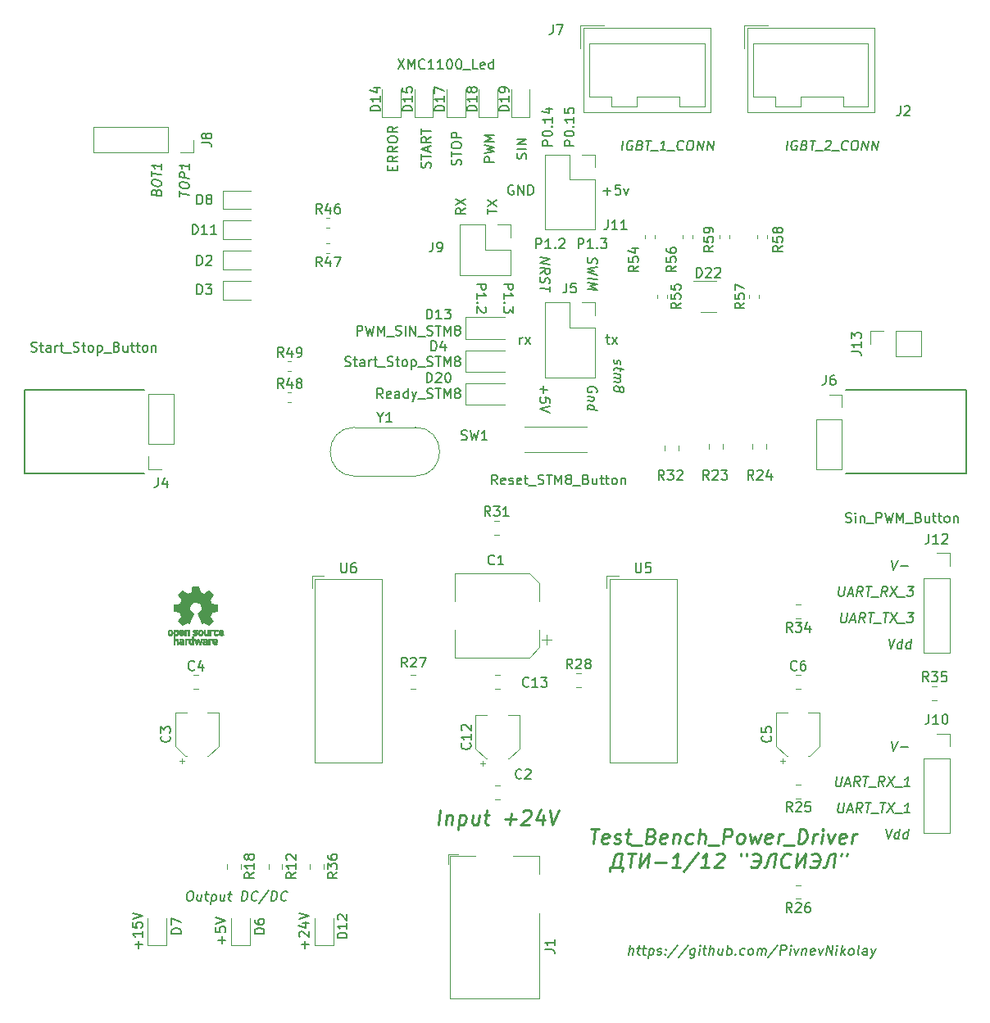
<source format=gbr>
G04 #@! TF.GenerationSoftware,KiCad,Pcbnew,(5.1.2)-2*
G04 #@! TF.CreationDate,2019-07-10T12:42:44+04:00*
G04 #@! TF.ProjectId,DTI_1-12,4454495f-312d-4313-922e-6b696361645f,rev?*
G04 #@! TF.SameCoordinates,Original*
G04 #@! TF.FileFunction,Legend,Top*
G04 #@! TF.FilePolarity,Positive*
%FSLAX46Y46*%
G04 Gerber Fmt 4.6, Leading zero omitted, Abs format (unit mm)*
G04 Created by KiCad (PCBNEW (5.1.2)-2) date 2019-07-10 12:42:44*
%MOMM*%
%LPD*%
G04 APERTURE LIST*
%ADD10C,0.150000*%
%ADD11C,0.250000*%
%ADD12C,0.200000*%
%ADD13C,0.010000*%
%ADD14C,0.120000*%
G04 APERTURE END LIST*
D10*
X98378571Y-71894032D02*
X98426190Y-71757127D01*
X98473809Y-71715461D01*
X98569047Y-71679747D01*
X98711904Y-71697604D01*
X98807142Y-71757127D01*
X98854761Y-71810699D01*
X98902380Y-71911889D01*
X98902380Y-72292842D01*
X97902380Y-72167842D01*
X97902380Y-71834508D01*
X97950000Y-71745223D01*
X97997619Y-71703556D01*
X98092857Y-71667842D01*
X98188095Y-71679747D01*
X98283333Y-71739270D01*
X98330952Y-71792842D01*
X98378571Y-71894032D01*
X98378571Y-72227366D01*
X97902380Y-70977366D02*
X97902380Y-70786889D01*
X97950000Y-70697604D01*
X98045238Y-70614270D01*
X98235714Y-70590461D01*
X98569047Y-70632127D01*
X98759523Y-70703556D01*
X98854761Y-70810699D01*
X98902380Y-70911889D01*
X98902380Y-71102366D01*
X98854761Y-71191651D01*
X98759523Y-71274985D01*
X98569047Y-71298794D01*
X98235714Y-71257127D01*
X98045238Y-71185699D01*
X97950000Y-71078556D01*
X97902380Y-70977366D01*
X97902380Y-70263080D02*
X97902380Y-69691651D01*
X98902380Y-70102366D02*
X97902380Y-69977366D01*
X98902380Y-68959508D02*
X98902380Y-69530937D01*
X98902380Y-69245223D02*
X97902380Y-69120223D01*
X98045238Y-69233318D01*
X98140476Y-69340461D01*
X98188095Y-69441651D01*
X100752380Y-72310699D02*
X100752380Y-71739270D01*
X101752380Y-72149985D02*
X100752380Y-72024985D01*
X100752380Y-71215461D02*
X100752380Y-71024985D01*
X100800000Y-70935699D01*
X100895238Y-70852366D01*
X101085714Y-70828556D01*
X101419047Y-70870223D01*
X101609523Y-70941651D01*
X101704761Y-71048794D01*
X101752380Y-71149985D01*
X101752380Y-71340461D01*
X101704761Y-71429747D01*
X101609523Y-71513080D01*
X101419047Y-71536889D01*
X101085714Y-71495223D01*
X100895238Y-71423794D01*
X100800000Y-71316651D01*
X100752380Y-71215461D01*
X101752380Y-70483318D02*
X100752380Y-70358318D01*
X100752380Y-69977366D01*
X100800000Y-69888080D01*
X100847619Y-69846413D01*
X100942857Y-69810699D01*
X101085714Y-69828556D01*
X101180952Y-69888080D01*
X101228571Y-69941651D01*
X101276190Y-70042842D01*
X101276190Y-70423794D01*
X101752380Y-68959508D02*
X101752380Y-69530937D01*
X101752380Y-69245223D02*
X100752380Y-69120223D01*
X100895238Y-69233318D01*
X100990476Y-69340461D01*
X101038095Y-69441651D01*
X141502380Y-67078571D02*
X140502380Y-67078571D01*
X140502380Y-66697619D01*
X140550000Y-66602380D01*
X140597619Y-66554761D01*
X140692857Y-66507142D01*
X140835714Y-66507142D01*
X140930952Y-66554761D01*
X140978571Y-66602380D01*
X141026190Y-66697619D01*
X141026190Y-67078571D01*
X140502380Y-65888095D02*
X140502380Y-65792857D01*
X140550000Y-65697619D01*
X140597619Y-65650000D01*
X140692857Y-65602380D01*
X140883333Y-65554761D01*
X141121428Y-65554761D01*
X141311904Y-65602380D01*
X141407142Y-65650000D01*
X141454761Y-65697619D01*
X141502380Y-65792857D01*
X141502380Y-65888095D01*
X141454761Y-65983333D01*
X141407142Y-66030952D01*
X141311904Y-66078571D01*
X141121428Y-66126190D01*
X140883333Y-66126190D01*
X140692857Y-66078571D01*
X140597619Y-66030952D01*
X140550000Y-65983333D01*
X140502380Y-65888095D01*
X141407142Y-65126190D02*
X141454761Y-65078571D01*
X141502380Y-65126190D01*
X141454761Y-65173809D01*
X141407142Y-65126190D01*
X141502380Y-65126190D01*
X141502380Y-64126190D02*
X141502380Y-64697619D01*
X141502380Y-64411904D02*
X140502380Y-64411904D01*
X140645238Y-64507142D01*
X140740476Y-64602380D01*
X140788095Y-64697619D01*
X140502380Y-63221428D02*
X140502380Y-63697619D01*
X140978571Y-63745238D01*
X140930952Y-63697619D01*
X140883333Y-63602380D01*
X140883333Y-63364285D01*
X140930952Y-63269047D01*
X140978571Y-63221428D01*
X141073809Y-63173809D01*
X141311904Y-63173809D01*
X141407142Y-63221428D01*
X141454761Y-63269047D01*
X141502380Y-63364285D01*
X141502380Y-63602380D01*
X141454761Y-63697619D01*
X141407142Y-63745238D01*
X139252380Y-67078571D02*
X138252380Y-67078571D01*
X138252380Y-66697619D01*
X138300000Y-66602380D01*
X138347619Y-66554761D01*
X138442857Y-66507142D01*
X138585714Y-66507142D01*
X138680952Y-66554761D01*
X138728571Y-66602380D01*
X138776190Y-66697619D01*
X138776190Y-67078571D01*
X138252380Y-65888095D02*
X138252380Y-65792857D01*
X138300000Y-65697619D01*
X138347619Y-65650000D01*
X138442857Y-65602380D01*
X138633333Y-65554761D01*
X138871428Y-65554761D01*
X139061904Y-65602380D01*
X139157142Y-65650000D01*
X139204761Y-65697619D01*
X139252380Y-65792857D01*
X139252380Y-65888095D01*
X139204761Y-65983333D01*
X139157142Y-66030952D01*
X139061904Y-66078571D01*
X138871428Y-66126190D01*
X138633333Y-66126190D01*
X138442857Y-66078571D01*
X138347619Y-66030952D01*
X138300000Y-65983333D01*
X138252380Y-65888095D01*
X139157142Y-65126190D02*
X139204761Y-65078571D01*
X139252380Y-65126190D01*
X139204761Y-65173809D01*
X139157142Y-65126190D01*
X139252380Y-65126190D01*
X139252380Y-64126190D02*
X139252380Y-64697619D01*
X139252380Y-64411904D02*
X138252380Y-64411904D01*
X138395238Y-64507142D01*
X138490476Y-64602380D01*
X138538095Y-64697619D01*
X138585714Y-63269047D02*
X139252380Y-63269047D01*
X138204761Y-63507142D02*
X138919047Y-63745238D01*
X138919047Y-63126190D01*
X135238095Y-71200000D02*
X135142857Y-71152380D01*
X135000000Y-71152380D01*
X134857142Y-71200000D01*
X134761904Y-71295238D01*
X134714285Y-71390476D01*
X134666666Y-71580952D01*
X134666666Y-71723809D01*
X134714285Y-71914285D01*
X134761904Y-72009523D01*
X134857142Y-72104761D01*
X135000000Y-72152380D01*
X135095238Y-72152380D01*
X135238095Y-72104761D01*
X135285714Y-72057142D01*
X135285714Y-71723809D01*
X135095238Y-71723809D01*
X135714285Y-72152380D02*
X135714285Y-71152380D01*
X136285714Y-72152380D01*
X136285714Y-71152380D01*
X136761904Y-72152380D02*
X136761904Y-71152380D01*
X137000000Y-71152380D01*
X137142857Y-71200000D01*
X137238095Y-71295238D01*
X137285714Y-71390476D01*
X137333333Y-71580952D01*
X137333333Y-71723809D01*
X137285714Y-71914285D01*
X137238095Y-72009523D01*
X137142857Y-72104761D01*
X137000000Y-72152380D01*
X136761904Y-72152380D01*
X144561904Y-71771428D02*
X145323809Y-71771428D01*
X144942857Y-72152380D02*
X144942857Y-71390476D01*
X146276190Y-71152380D02*
X145800000Y-71152380D01*
X145752380Y-71628571D01*
X145800000Y-71580952D01*
X145895238Y-71533333D01*
X146133333Y-71533333D01*
X146228571Y-71580952D01*
X146276190Y-71628571D01*
X146323809Y-71723809D01*
X146323809Y-71961904D01*
X146276190Y-72057142D01*
X146228571Y-72104761D01*
X146133333Y-72152380D01*
X145895238Y-72152380D01*
X145800000Y-72104761D01*
X145752380Y-72057142D01*
X146657142Y-71485714D02*
X146895238Y-72152380D01*
X147133333Y-71485714D01*
X137597619Y-77702380D02*
X137597619Y-76702380D01*
X137978571Y-76702380D01*
X138073809Y-76750000D01*
X138121428Y-76797619D01*
X138169047Y-76892857D01*
X138169047Y-77035714D01*
X138121428Y-77130952D01*
X138073809Y-77178571D01*
X137978571Y-77226190D01*
X137597619Y-77226190D01*
X139121428Y-77702380D02*
X138550000Y-77702380D01*
X138835714Y-77702380D02*
X138835714Y-76702380D01*
X138740476Y-76845238D01*
X138645238Y-76940476D01*
X138550000Y-76988095D01*
X139550000Y-77607142D02*
X139597619Y-77654761D01*
X139550000Y-77702380D01*
X139502380Y-77654761D01*
X139550000Y-77607142D01*
X139550000Y-77702380D01*
X139978571Y-76797619D02*
X140026190Y-76750000D01*
X140121428Y-76702380D01*
X140359523Y-76702380D01*
X140454761Y-76750000D01*
X140502380Y-76797619D01*
X140550000Y-76892857D01*
X140550000Y-76988095D01*
X140502380Y-77130952D01*
X139930952Y-77702380D01*
X140550000Y-77702380D01*
X141947619Y-77702380D02*
X141947619Y-76702380D01*
X142328571Y-76702380D01*
X142423809Y-76750000D01*
X142471428Y-76797619D01*
X142519047Y-76892857D01*
X142519047Y-77035714D01*
X142471428Y-77130952D01*
X142423809Y-77178571D01*
X142328571Y-77226190D01*
X141947619Y-77226190D01*
X143471428Y-77702380D02*
X142900000Y-77702380D01*
X143185714Y-77702380D02*
X143185714Y-76702380D01*
X143090476Y-76845238D01*
X142995238Y-76940476D01*
X142900000Y-76988095D01*
X143900000Y-77607142D02*
X143947619Y-77654761D01*
X143900000Y-77702380D01*
X143852380Y-77654761D01*
X143900000Y-77607142D01*
X143900000Y-77702380D01*
X144280952Y-76702380D02*
X144900000Y-76702380D01*
X144566666Y-77083333D01*
X144709523Y-77083333D01*
X144804761Y-77130952D01*
X144852380Y-77178571D01*
X144900000Y-77273809D01*
X144900000Y-77511904D01*
X144852380Y-77607142D01*
X144804761Y-77654761D01*
X144709523Y-77702380D01*
X144423809Y-77702380D01*
X144328571Y-77654761D01*
X144280952Y-77607142D01*
X145695238Y-89213110D02*
X145647619Y-89302395D01*
X145647619Y-89492872D01*
X145695238Y-89594062D01*
X145790476Y-89653586D01*
X145838095Y-89659538D01*
X145933333Y-89623824D01*
X145980952Y-89534538D01*
X145980952Y-89391681D01*
X146028571Y-89302395D01*
X146123809Y-89266681D01*
X146171428Y-89272633D01*
X146266666Y-89332157D01*
X146314285Y-89433348D01*
X146314285Y-89576205D01*
X146266666Y-89665491D01*
X146314285Y-90004776D02*
X146314285Y-90385729D01*
X146647619Y-90189300D02*
X145790476Y-90082157D01*
X145695238Y-90117872D01*
X145647619Y-90207157D01*
X145647619Y-90302395D01*
X145647619Y-90635729D02*
X146314285Y-90719062D01*
X146219047Y-90707157D02*
X146266666Y-90760729D01*
X146314285Y-90861919D01*
X146314285Y-91004776D01*
X146266666Y-91094062D01*
X146171428Y-91129776D01*
X145647619Y-91064300D01*
X146171428Y-91129776D02*
X146266666Y-91189300D01*
X146314285Y-91290491D01*
X146314285Y-91433348D01*
X146266666Y-91522633D01*
X146171428Y-91558348D01*
X145647619Y-91492872D01*
X146219047Y-92183348D02*
X146266666Y-92094062D01*
X146314285Y-92052395D01*
X146409523Y-92016681D01*
X146457142Y-92022633D01*
X146552380Y-92082157D01*
X146600000Y-92135729D01*
X146647619Y-92236919D01*
X146647619Y-92427395D01*
X146600000Y-92516681D01*
X146552380Y-92558348D01*
X146457142Y-92594062D01*
X146409523Y-92588110D01*
X146314285Y-92528586D01*
X146266666Y-92475014D01*
X146219047Y-92373824D01*
X146219047Y-92183348D01*
X146171428Y-92082157D01*
X146123809Y-92028586D01*
X146028571Y-91969062D01*
X145838095Y-91945252D01*
X145742857Y-91980967D01*
X145695238Y-92022633D01*
X145647619Y-92111919D01*
X145647619Y-92302395D01*
X145695238Y-92403586D01*
X145742857Y-92457157D01*
X145838095Y-92516681D01*
X146028571Y-92540491D01*
X146123809Y-92504776D01*
X146171428Y-92463110D01*
X146219047Y-92373824D01*
X144804761Y-86935714D02*
X145185714Y-86935714D01*
X144947619Y-86602380D02*
X144947619Y-87459523D01*
X144995238Y-87554761D01*
X145090476Y-87602380D01*
X145185714Y-87602380D01*
X145423809Y-87602380D02*
X145947619Y-86935714D01*
X145423809Y-86935714D02*
X145947619Y-87602380D01*
X135923809Y-87602380D02*
X135923809Y-86935714D01*
X135923809Y-87126190D02*
X135971428Y-87030952D01*
X136019047Y-86983333D01*
X136114285Y-86935714D01*
X136209523Y-86935714D01*
X136447619Y-87602380D02*
X136971428Y-86935714D01*
X136447619Y-86935714D02*
X136971428Y-87602380D01*
X142945238Y-78639300D02*
X142897619Y-78776205D01*
X142897619Y-79014300D01*
X142945238Y-79115491D01*
X142992857Y-79169062D01*
X143088095Y-79228586D01*
X143183333Y-79240491D01*
X143278571Y-79204776D01*
X143326190Y-79163110D01*
X143373809Y-79073824D01*
X143421428Y-78889300D01*
X143469047Y-78800014D01*
X143516666Y-78758348D01*
X143611904Y-78722633D01*
X143707142Y-78734538D01*
X143802380Y-78794062D01*
X143850000Y-78847633D01*
X143897619Y-78948824D01*
X143897619Y-79186919D01*
X143850000Y-79323824D01*
X143897619Y-79663110D02*
X142897619Y-79776205D01*
X143611904Y-80055967D01*
X142897619Y-80157157D01*
X143897619Y-80520252D01*
X142897619Y-80776205D02*
X143897619Y-80901205D01*
X142897619Y-81252395D02*
X143897619Y-81377395D01*
X143183333Y-81621443D01*
X143897619Y-82044062D01*
X142897619Y-81919062D01*
X137997619Y-78657157D02*
X138997619Y-78782157D01*
X137997619Y-79228586D01*
X138997619Y-79353586D01*
X137997619Y-80276205D02*
X138473809Y-80002395D01*
X137997619Y-79704776D02*
X138997619Y-79829776D01*
X138997619Y-80210729D01*
X138950000Y-80300014D01*
X138902380Y-80341681D01*
X138807142Y-80377395D01*
X138664285Y-80359538D01*
X138569047Y-80300014D01*
X138521428Y-80246443D01*
X138473809Y-80145252D01*
X138473809Y-79764300D01*
X138045238Y-80663110D02*
X137997619Y-80800014D01*
X137997619Y-81038110D01*
X138045238Y-81139300D01*
X138092857Y-81192872D01*
X138188095Y-81252395D01*
X138283333Y-81264300D01*
X138378571Y-81228586D01*
X138426190Y-81186919D01*
X138473809Y-81097633D01*
X138521428Y-80913110D01*
X138569047Y-80823824D01*
X138616666Y-80782157D01*
X138711904Y-80746443D01*
X138807142Y-80758348D01*
X138902380Y-80817872D01*
X138950000Y-80871443D01*
X138997619Y-80972633D01*
X138997619Y-81210729D01*
X138950000Y-81347633D01*
X138997619Y-81639300D02*
X138997619Y-82210729D01*
X137997619Y-81800014D02*
X138997619Y-81925014D01*
X143850000Y-92626205D02*
X143897619Y-92536919D01*
X143897619Y-92394062D01*
X143850000Y-92245252D01*
X143754761Y-92138110D01*
X143659523Y-92078586D01*
X143469047Y-92007157D01*
X143326190Y-91989300D01*
X143135714Y-92013110D01*
X143040476Y-92048824D01*
X142945238Y-92132157D01*
X142897619Y-92269062D01*
X142897619Y-92364300D01*
X142945238Y-92513110D01*
X142992857Y-92566681D01*
X143326190Y-92608348D01*
X143326190Y-92417872D01*
X143564285Y-93066681D02*
X142897619Y-92983348D01*
X143469047Y-93054776D02*
X143516666Y-93108348D01*
X143564285Y-93209538D01*
X143564285Y-93352395D01*
X143516666Y-93441681D01*
X143421428Y-93477395D01*
X142897619Y-93411919D01*
X142897619Y-94316681D02*
X143897619Y-94441681D01*
X142945238Y-94322633D02*
X142897619Y-94221443D01*
X142897619Y-94030967D01*
X142945238Y-93941681D01*
X142992857Y-93900014D01*
X143088095Y-93864300D01*
X143373809Y-93900014D01*
X143469047Y-93959538D01*
X143516666Y-94013110D01*
X143564285Y-94114300D01*
X143564285Y-94304776D01*
X143516666Y-94394062D01*
X138378571Y-91911919D02*
X138378571Y-92673824D01*
X137997619Y-92245252D02*
X138759523Y-92340491D01*
X138997619Y-93703586D02*
X138997619Y-93227395D01*
X138521428Y-93120252D01*
X138569047Y-93173824D01*
X138616666Y-93275014D01*
X138616666Y-93513110D01*
X138569047Y-93602395D01*
X138521428Y-93644062D01*
X138426190Y-93679776D01*
X138188095Y-93650014D01*
X138092857Y-93590491D01*
X138045238Y-93536919D01*
X137997619Y-93435729D01*
X137997619Y-93197633D01*
X138045238Y-93108348D01*
X138092857Y-93066681D01*
X138997619Y-94036919D02*
X137997619Y-94245252D01*
X138997619Y-94703586D01*
X101815491Y-144152380D02*
X102005967Y-144152380D01*
X102095252Y-144200000D01*
X102178586Y-144295238D01*
X102202395Y-144485714D01*
X102160729Y-144819047D01*
X102089300Y-145009523D01*
X101982157Y-145104761D01*
X101880967Y-145152380D01*
X101690491Y-145152380D01*
X101601205Y-145104761D01*
X101517872Y-145009523D01*
X101494062Y-144819047D01*
X101535729Y-144485714D01*
X101607157Y-144295238D01*
X101714300Y-144200000D01*
X101815491Y-144152380D01*
X103059538Y-144485714D02*
X102976205Y-145152380D01*
X102630967Y-144485714D02*
X102565491Y-145009523D01*
X102601205Y-145104761D01*
X102690491Y-145152380D01*
X102833348Y-145152380D01*
X102934538Y-145104761D01*
X102988110Y-145057142D01*
X103392872Y-144485714D02*
X103773824Y-144485714D01*
X103577395Y-144152380D02*
X103470252Y-145009523D01*
X103505967Y-145104761D01*
X103595252Y-145152380D01*
X103690491Y-145152380D01*
X104107157Y-144485714D02*
X103982157Y-145485714D01*
X104101205Y-144533333D02*
X104202395Y-144485714D01*
X104392872Y-144485714D01*
X104482157Y-144533333D01*
X104523824Y-144580952D01*
X104559538Y-144676190D01*
X104523824Y-144961904D01*
X104464300Y-145057142D01*
X104410729Y-145104761D01*
X104309538Y-145152380D01*
X104119062Y-145152380D01*
X104029776Y-145104761D01*
X105440491Y-144485714D02*
X105357157Y-145152380D01*
X105011919Y-144485714D02*
X104946443Y-145009523D01*
X104982157Y-145104761D01*
X105071443Y-145152380D01*
X105214300Y-145152380D01*
X105315491Y-145104761D01*
X105369062Y-145057142D01*
X105773824Y-144485714D02*
X106154776Y-144485714D01*
X105958348Y-144152380D02*
X105851205Y-145009523D01*
X105886919Y-145104761D01*
X105976205Y-145152380D01*
X106071443Y-145152380D01*
X107166681Y-145152380D02*
X107291681Y-144152380D01*
X107529776Y-144152380D01*
X107666681Y-144200000D01*
X107750014Y-144295238D01*
X107785729Y-144390476D01*
X107809538Y-144580952D01*
X107791681Y-144723809D01*
X107720252Y-144914285D01*
X107660729Y-145009523D01*
X107553586Y-145104761D01*
X107404776Y-145152380D01*
X107166681Y-145152380D01*
X108750014Y-145057142D02*
X108696443Y-145104761D01*
X108547633Y-145152380D01*
X108452395Y-145152380D01*
X108315491Y-145104761D01*
X108232157Y-145009523D01*
X108196443Y-144914285D01*
X108172633Y-144723809D01*
X108190491Y-144580952D01*
X108261919Y-144390476D01*
X108321443Y-144295238D01*
X108428586Y-144200000D01*
X108577395Y-144152380D01*
X108672633Y-144152380D01*
X108809538Y-144200000D01*
X108851205Y-144247619D01*
X110011919Y-144104761D02*
X108994062Y-145390476D01*
X110214300Y-145152380D02*
X110339300Y-144152380D01*
X110577395Y-144152380D01*
X110714300Y-144200000D01*
X110797633Y-144295238D01*
X110833348Y-144390476D01*
X110857157Y-144580952D01*
X110839300Y-144723809D01*
X110767872Y-144914285D01*
X110708348Y-145009523D01*
X110601205Y-145104761D01*
X110452395Y-145152380D01*
X110214300Y-145152380D01*
X111797633Y-145057142D02*
X111744062Y-145104761D01*
X111595252Y-145152380D01*
X111500014Y-145152380D01*
X111363110Y-145104761D01*
X111279776Y-145009523D01*
X111244062Y-144914285D01*
X111220252Y-144723809D01*
X111238110Y-144580952D01*
X111309538Y-144390476D01*
X111369062Y-144295238D01*
X111476205Y-144200000D01*
X111625014Y-144152380D01*
X111720252Y-144152380D01*
X111857157Y-144200000D01*
X111898824Y-144247619D01*
D11*
X127512276Y-137278571D02*
X127699776Y-135778571D01*
X128351562Y-136278571D02*
X128226562Y-137278571D01*
X128333705Y-136421428D02*
X128414062Y-136350000D01*
X128565848Y-136278571D01*
X128780133Y-136278571D01*
X128914062Y-136350000D01*
X128967633Y-136492857D01*
X128869419Y-137278571D01*
X129708705Y-136278571D02*
X129521205Y-137778571D01*
X129699776Y-136350000D02*
X129851562Y-136278571D01*
X130137276Y-136278571D01*
X130271205Y-136350000D01*
X130333705Y-136421428D01*
X130387276Y-136564285D01*
X130333705Y-136992857D01*
X130244419Y-137135714D01*
X130164062Y-137207142D01*
X130012276Y-137278571D01*
X129726562Y-137278571D01*
X129592633Y-137207142D01*
X131708705Y-136278571D02*
X131583705Y-137278571D01*
X131065848Y-136278571D02*
X130967633Y-137064285D01*
X131021205Y-137207142D01*
X131155133Y-137278571D01*
X131369419Y-137278571D01*
X131521205Y-137207142D01*
X131601562Y-137135714D01*
X132208705Y-136278571D02*
X132780133Y-136278571D01*
X132485491Y-135778571D02*
X132324776Y-137064285D01*
X132378348Y-137207142D01*
X132512276Y-137278571D01*
X132655133Y-137278571D01*
X134369419Y-136707142D02*
X135512276Y-136707142D01*
X134869419Y-137278571D02*
X135012276Y-136135714D01*
X136253348Y-135921428D02*
X136333705Y-135850000D01*
X136485491Y-135778571D01*
X136842633Y-135778571D01*
X136976562Y-135850000D01*
X137039062Y-135921428D01*
X137092633Y-136064285D01*
X137074776Y-136207142D01*
X136976562Y-136421428D01*
X136012276Y-137278571D01*
X136940848Y-137278571D01*
X138351562Y-136278571D02*
X138226562Y-137278571D01*
X138065848Y-135707142D02*
X137574776Y-136778571D01*
X138503348Y-136778571D01*
X138985491Y-135778571D02*
X139297991Y-137278571D01*
X139985491Y-135778571D01*
D10*
X173736919Y-137752380D02*
X173945252Y-138752380D01*
X174403586Y-137752380D01*
X175040491Y-138752380D02*
X175165491Y-137752380D01*
X175046443Y-138704761D02*
X174945252Y-138752380D01*
X174754776Y-138752380D01*
X174665491Y-138704761D01*
X174623824Y-138657142D01*
X174588110Y-138561904D01*
X174623824Y-138276190D01*
X174683348Y-138180952D01*
X174736919Y-138133333D01*
X174838110Y-138085714D01*
X175028586Y-138085714D01*
X175117872Y-138133333D01*
X175945252Y-138752380D02*
X176070252Y-137752380D01*
X175951205Y-138704761D02*
X175850014Y-138752380D01*
X175659538Y-138752380D01*
X175570252Y-138704761D01*
X175528586Y-138657142D01*
X175492872Y-138561904D01*
X175528586Y-138276190D01*
X175588110Y-138180952D01*
X175641681Y-138133333D01*
X175742872Y-138085714D01*
X175933348Y-138085714D01*
X176022633Y-138133333D01*
X168879776Y-135035712D02*
X168778586Y-135845236D01*
X168814300Y-135940474D01*
X168855967Y-135988093D01*
X168945252Y-136035712D01*
X169135729Y-136035712D01*
X169236919Y-135988093D01*
X169290490Y-135940474D01*
X169350014Y-135845236D01*
X169451205Y-135035712D01*
X169790490Y-135749998D02*
X170266681Y-135749998D01*
X169659538Y-136035712D02*
X170117871Y-135035712D01*
X170326205Y-136035712D01*
X171230967Y-136035712D02*
X170957157Y-135559522D01*
X170659538Y-136035712D02*
X170784538Y-135035712D01*
X171165490Y-135035712D01*
X171254776Y-135083332D01*
X171296443Y-135130951D01*
X171332157Y-135226189D01*
X171314300Y-135369046D01*
X171254776Y-135464284D01*
X171201205Y-135511903D01*
X171100014Y-135559522D01*
X170719062Y-135559522D01*
X171641681Y-135035712D02*
X172213110Y-135035712D01*
X171802395Y-136035712D02*
X171927395Y-135035712D01*
X172171443Y-136130951D02*
X172933348Y-136130951D01*
X173165490Y-135035712D02*
X173736919Y-135035712D01*
X173326205Y-136035712D02*
X173451205Y-135035712D01*
X173975014Y-135035712D02*
X174516681Y-136035712D01*
X174641681Y-135035712D02*
X173850014Y-136035712D01*
X174647633Y-136130951D02*
X175409538Y-136130951D01*
X176183348Y-136035712D02*
X175611919Y-136035712D01*
X175897633Y-136035712D02*
X176022633Y-135035712D01*
X175909538Y-135178570D01*
X175802395Y-135273808D01*
X175701205Y-135321427D01*
X174322633Y-128652380D02*
X174530967Y-129652380D01*
X174989300Y-128652380D01*
X175245252Y-129271428D02*
X176007157Y-129271428D01*
X168641682Y-132319046D02*
X168540491Y-133128570D01*
X168576205Y-133223808D01*
X168617872Y-133271427D01*
X168707158Y-133319046D01*
X168897634Y-133319046D01*
X168998824Y-133271427D01*
X169052396Y-133223808D01*
X169111920Y-133128570D01*
X169213110Y-132319046D01*
X169552396Y-133033332D02*
X170028586Y-133033332D01*
X169421443Y-133319046D02*
X169879777Y-132319046D01*
X170088110Y-133319046D01*
X170992872Y-133319046D02*
X170719063Y-132842856D01*
X170421443Y-133319046D02*
X170546443Y-132319046D01*
X170927396Y-132319046D01*
X171016682Y-132366666D01*
X171058348Y-132414285D01*
X171094063Y-132509523D01*
X171076205Y-132652380D01*
X171016682Y-132747618D01*
X170963110Y-132795237D01*
X170861920Y-132842856D01*
X170480967Y-132842856D01*
X171403586Y-132319046D02*
X171975015Y-132319046D01*
X171564301Y-133319046D02*
X171689301Y-132319046D01*
X171933348Y-133414285D02*
X172695253Y-133414285D01*
X173516682Y-133319046D02*
X173242872Y-132842856D01*
X172945253Y-133319046D02*
X173070253Y-132319046D01*
X173451205Y-132319046D01*
X173540491Y-132366666D01*
X173582158Y-132414285D01*
X173617872Y-132509523D01*
X173600015Y-132652380D01*
X173540491Y-132747618D01*
X173486920Y-132795237D01*
X173385729Y-132842856D01*
X173004777Y-132842856D01*
X173975015Y-132319046D02*
X174516682Y-133319046D01*
X174641682Y-132319046D02*
X173850015Y-133319046D01*
X174647634Y-133414285D02*
X175409539Y-133414285D01*
X176183348Y-133319046D02*
X175611920Y-133319046D01*
X175897634Y-133319046D02*
X176022634Y-132319046D01*
X175909539Y-132461904D01*
X175802396Y-132557142D01*
X175701205Y-132604761D01*
X174036919Y-118102380D02*
X174245252Y-119102380D01*
X174703586Y-118102380D01*
X175340491Y-119102380D02*
X175465491Y-118102380D01*
X175346443Y-119054761D02*
X175245252Y-119102380D01*
X175054776Y-119102380D01*
X174965491Y-119054761D01*
X174923824Y-119007142D01*
X174888110Y-118911904D01*
X174923824Y-118626190D01*
X174983348Y-118530952D01*
X175036919Y-118483333D01*
X175138110Y-118435714D01*
X175328586Y-118435714D01*
X175417872Y-118483333D01*
X176245252Y-119102380D02*
X176370252Y-118102380D01*
X176251205Y-119054761D02*
X176150014Y-119102380D01*
X175959538Y-119102380D01*
X175870252Y-119054761D01*
X175828586Y-119007142D01*
X175792872Y-118911904D01*
X175828586Y-118626190D01*
X175888110Y-118530952D01*
X175941681Y-118483333D01*
X176042872Y-118435714D01*
X176233348Y-118435714D01*
X176322633Y-118483333D01*
X169179776Y-115385712D02*
X169078586Y-116195236D01*
X169114300Y-116290474D01*
X169155967Y-116338093D01*
X169245252Y-116385712D01*
X169435729Y-116385712D01*
X169536919Y-116338093D01*
X169590490Y-116290474D01*
X169650014Y-116195236D01*
X169751205Y-115385712D01*
X170090490Y-116099998D02*
X170566681Y-116099998D01*
X169959538Y-116385712D02*
X170417871Y-115385712D01*
X170626205Y-116385712D01*
X171530967Y-116385712D02*
X171257157Y-115909522D01*
X170959538Y-116385712D02*
X171084538Y-115385712D01*
X171465490Y-115385712D01*
X171554776Y-115433332D01*
X171596443Y-115480951D01*
X171632157Y-115576189D01*
X171614300Y-115719046D01*
X171554776Y-115814284D01*
X171501205Y-115861903D01*
X171400014Y-115909522D01*
X171019062Y-115909522D01*
X171941681Y-115385712D02*
X172513110Y-115385712D01*
X172102395Y-116385712D02*
X172227395Y-115385712D01*
X172471443Y-116480951D02*
X173233348Y-116480951D01*
X173465490Y-115385712D02*
X174036919Y-115385712D01*
X173626205Y-116385712D02*
X173751205Y-115385712D01*
X174275014Y-115385712D02*
X174816681Y-116385712D01*
X174941681Y-115385712D02*
X174150014Y-116385712D01*
X174947633Y-116480951D02*
X175709538Y-116480951D01*
X175989300Y-115385712D02*
X176608348Y-115385712D01*
X176227395Y-115766665D01*
X176370252Y-115766665D01*
X176459538Y-115814284D01*
X176501205Y-115861903D01*
X176536919Y-115957141D01*
X176507157Y-116195236D01*
X176447633Y-116290474D01*
X176394062Y-116338093D01*
X176292871Y-116385712D01*
X176007157Y-116385712D01*
X175917871Y-116338093D01*
X175876205Y-116290474D01*
X168941682Y-112669046D02*
X168840491Y-113478570D01*
X168876205Y-113573808D01*
X168917872Y-113621427D01*
X169007158Y-113669046D01*
X169197634Y-113669046D01*
X169298824Y-113621427D01*
X169352396Y-113573808D01*
X169411920Y-113478570D01*
X169513110Y-112669046D01*
X169852396Y-113383332D02*
X170328586Y-113383332D01*
X169721443Y-113669046D02*
X170179777Y-112669046D01*
X170388110Y-113669046D01*
X171292872Y-113669046D02*
X171019063Y-113192856D01*
X170721443Y-113669046D02*
X170846443Y-112669046D01*
X171227396Y-112669046D01*
X171316682Y-112716666D01*
X171358348Y-112764285D01*
X171394063Y-112859523D01*
X171376205Y-113002380D01*
X171316682Y-113097618D01*
X171263110Y-113145237D01*
X171161920Y-113192856D01*
X170780967Y-113192856D01*
X171703586Y-112669046D02*
X172275015Y-112669046D01*
X171864301Y-113669046D02*
X171989301Y-112669046D01*
X172233348Y-113764285D02*
X172995253Y-113764285D01*
X173816682Y-113669046D02*
X173542872Y-113192856D01*
X173245253Y-113669046D02*
X173370253Y-112669046D01*
X173751205Y-112669046D01*
X173840491Y-112716666D01*
X173882158Y-112764285D01*
X173917872Y-112859523D01*
X173900015Y-113002380D01*
X173840491Y-113097618D01*
X173786920Y-113145237D01*
X173685729Y-113192856D01*
X173304777Y-113192856D01*
X174275015Y-112669046D02*
X174816682Y-113669046D01*
X174941682Y-112669046D02*
X174150015Y-113669046D01*
X174947634Y-113764285D02*
X175709539Y-113764285D01*
X175989301Y-112669046D02*
X176608348Y-112669046D01*
X176227396Y-113049999D01*
X176370253Y-113049999D01*
X176459539Y-113097618D01*
X176501205Y-113145237D01*
X176536920Y-113240475D01*
X176507158Y-113478570D01*
X176447634Y-113573808D01*
X176394063Y-113621427D01*
X176292872Y-113669046D01*
X176007158Y-113669046D01*
X175917872Y-113621427D01*
X175876205Y-113573808D01*
X174322633Y-109952380D02*
X174530967Y-110952380D01*
X174989300Y-109952380D01*
X175245252Y-110571428D02*
X176007157Y-110571428D01*
X132552380Y-74161904D02*
X132552380Y-73590476D01*
X133552380Y-73876190D02*
X132552380Y-73876190D01*
X132552380Y-73352380D02*
X133552380Y-72685714D01*
X132552380Y-72685714D02*
X133552380Y-73352380D01*
X130302380Y-73566667D02*
X129826190Y-73900001D01*
X130302380Y-74138096D02*
X129302380Y-74138096D01*
X129302380Y-73757143D01*
X129350000Y-73661905D01*
X129397619Y-73614286D01*
X129492857Y-73566667D01*
X129635714Y-73566667D01*
X129730952Y-73614286D01*
X129778571Y-73661905D01*
X129826190Y-73757143D01*
X129826190Y-74138096D01*
X129302380Y-73233334D02*
X130302380Y-72566667D01*
X129302380Y-72566667D02*
X130302380Y-73233334D01*
X131447619Y-81397619D02*
X132447619Y-81397619D01*
X132447619Y-81778571D01*
X132400000Y-81873809D01*
X132352380Y-81921428D01*
X132257142Y-81969047D01*
X132114285Y-81969047D01*
X132019047Y-81921428D01*
X131971428Y-81873809D01*
X131923809Y-81778571D01*
X131923809Y-81397619D01*
X131447619Y-82921428D02*
X131447619Y-82350000D01*
X131447619Y-82635714D02*
X132447619Y-82635714D01*
X132304761Y-82540476D01*
X132209523Y-82445238D01*
X132161904Y-82350000D01*
X131542857Y-83350000D02*
X131495238Y-83397619D01*
X131447619Y-83350000D01*
X131495238Y-83302380D01*
X131542857Y-83350000D01*
X131447619Y-83350000D01*
X132352380Y-83778571D02*
X132400000Y-83826190D01*
X132447619Y-83921428D01*
X132447619Y-84159523D01*
X132400000Y-84254761D01*
X132352380Y-84302380D01*
X132257142Y-84350000D01*
X132161904Y-84350000D01*
X132019047Y-84302380D01*
X131447619Y-83730952D01*
X131447619Y-84350000D01*
X134247619Y-81397619D02*
X135247619Y-81397619D01*
X135247619Y-81778571D01*
X135200000Y-81873809D01*
X135152380Y-81921428D01*
X135057142Y-81969047D01*
X134914285Y-81969047D01*
X134819047Y-81921428D01*
X134771428Y-81873809D01*
X134723809Y-81778571D01*
X134723809Y-81397619D01*
X134247619Y-82921428D02*
X134247619Y-82350000D01*
X134247619Y-82635714D02*
X135247619Y-82635714D01*
X135104761Y-82540476D01*
X135009523Y-82445238D01*
X134961904Y-82350000D01*
X134342857Y-83350000D02*
X134295238Y-83397619D01*
X134247619Y-83350000D01*
X134295238Y-83302380D01*
X134342857Y-83350000D01*
X134247619Y-83350000D01*
X135247619Y-83730952D02*
X135247619Y-84350000D01*
X134866666Y-84016666D01*
X134866666Y-84159523D01*
X134819047Y-84254761D01*
X134771428Y-84302380D01*
X134676190Y-84350000D01*
X134438095Y-84350000D01*
X134342857Y-84302380D01*
X134295238Y-84254761D01*
X134247619Y-84159523D01*
X134247619Y-83873809D01*
X134295238Y-83778571D01*
X134342857Y-83730952D01*
X163459538Y-67552380D02*
X163584538Y-66552380D01*
X164578586Y-66600000D02*
X164489300Y-66552380D01*
X164346443Y-66552380D01*
X164197633Y-66600000D01*
X164090491Y-66695238D01*
X164030967Y-66790476D01*
X163959538Y-66980952D01*
X163941681Y-67123809D01*
X163965491Y-67314285D01*
X164001205Y-67409523D01*
X164084538Y-67504761D01*
X164221443Y-67552380D01*
X164316681Y-67552380D01*
X164465491Y-67504761D01*
X164519062Y-67457142D01*
X164560729Y-67123809D01*
X164370252Y-67123809D01*
X165334538Y-67028571D02*
X165471443Y-67076190D01*
X165513110Y-67123809D01*
X165548824Y-67219047D01*
X165530967Y-67361904D01*
X165471443Y-67457142D01*
X165417872Y-67504761D01*
X165316681Y-67552380D01*
X164935729Y-67552380D01*
X165060729Y-66552380D01*
X165394062Y-66552380D01*
X165483348Y-66600000D01*
X165525014Y-66647619D01*
X165560729Y-66742857D01*
X165548824Y-66838095D01*
X165489300Y-66933333D01*
X165435729Y-66980952D01*
X165334538Y-67028571D01*
X165001205Y-67028571D01*
X165917872Y-66552380D02*
X166489300Y-66552380D01*
X166078586Y-67552380D02*
X166203586Y-66552380D01*
X166447633Y-67647619D02*
X167209538Y-67647619D01*
X167525014Y-66647619D02*
X167578586Y-66600000D01*
X167679776Y-66552380D01*
X167917872Y-66552380D01*
X168007157Y-66600000D01*
X168048824Y-66647619D01*
X168084538Y-66742857D01*
X168072633Y-66838095D01*
X168007157Y-66980952D01*
X167364300Y-67552380D01*
X167983348Y-67552380D01*
X168161919Y-67647619D02*
X168923824Y-67647619D01*
X169757157Y-67457142D02*
X169703586Y-67504761D01*
X169554776Y-67552380D01*
X169459538Y-67552380D01*
X169322633Y-67504761D01*
X169239300Y-67409523D01*
X169203586Y-67314285D01*
X169179776Y-67123809D01*
X169197633Y-66980952D01*
X169269062Y-66790476D01*
X169328586Y-66695238D01*
X169435729Y-66600000D01*
X169584538Y-66552380D01*
X169679776Y-66552380D01*
X169816681Y-66600000D01*
X169858348Y-66647619D01*
X170489300Y-66552380D02*
X170679776Y-66552380D01*
X170769062Y-66600000D01*
X170852395Y-66695238D01*
X170876205Y-66885714D01*
X170834538Y-67219047D01*
X170763110Y-67409523D01*
X170655967Y-67504761D01*
X170554776Y-67552380D01*
X170364300Y-67552380D01*
X170275014Y-67504761D01*
X170191681Y-67409523D01*
X170167872Y-67219047D01*
X170209538Y-66885714D01*
X170280967Y-66695238D01*
X170388110Y-66600000D01*
X170489300Y-66552380D01*
X171221443Y-67552380D02*
X171346443Y-66552380D01*
X171792872Y-67552380D01*
X171917872Y-66552380D01*
X172269062Y-67552380D02*
X172394062Y-66552380D01*
X172840491Y-67552380D01*
X172965491Y-66552380D01*
X146459538Y-67552380D02*
X146584538Y-66552380D01*
X147578586Y-66600000D02*
X147489300Y-66552380D01*
X147346443Y-66552380D01*
X147197633Y-66600000D01*
X147090491Y-66695238D01*
X147030967Y-66790476D01*
X146959538Y-66980952D01*
X146941681Y-67123809D01*
X146965491Y-67314285D01*
X147001205Y-67409523D01*
X147084538Y-67504761D01*
X147221443Y-67552380D01*
X147316681Y-67552380D01*
X147465491Y-67504761D01*
X147519062Y-67457142D01*
X147560729Y-67123809D01*
X147370252Y-67123809D01*
X148334538Y-67028571D02*
X148471443Y-67076190D01*
X148513110Y-67123809D01*
X148548824Y-67219047D01*
X148530967Y-67361904D01*
X148471443Y-67457142D01*
X148417872Y-67504761D01*
X148316681Y-67552380D01*
X147935729Y-67552380D01*
X148060729Y-66552380D01*
X148394062Y-66552380D01*
X148483348Y-66600000D01*
X148525014Y-66647619D01*
X148560729Y-66742857D01*
X148548824Y-66838095D01*
X148489300Y-66933333D01*
X148435729Y-66980952D01*
X148334538Y-67028571D01*
X148001205Y-67028571D01*
X148917872Y-66552380D02*
X149489300Y-66552380D01*
X149078586Y-67552380D02*
X149203586Y-66552380D01*
X149447633Y-67647619D02*
X150209538Y-67647619D01*
X150983348Y-67552380D02*
X150411919Y-67552380D01*
X150697633Y-67552380D02*
X150822633Y-66552380D01*
X150709538Y-66695238D01*
X150602395Y-66790476D01*
X150501205Y-66838095D01*
X151161919Y-67647619D02*
X151923824Y-67647619D01*
X152757157Y-67457142D02*
X152703586Y-67504761D01*
X152554776Y-67552380D01*
X152459538Y-67552380D01*
X152322633Y-67504761D01*
X152239300Y-67409523D01*
X152203586Y-67314285D01*
X152179776Y-67123809D01*
X152197633Y-66980952D01*
X152269062Y-66790476D01*
X152328586Y-66695238D01*
X152435729Y-66600000D01*
X152584538Y-66552380D01*
X152679776Y-66552380D01*
X152816681Y-66600000D01*
X152858348Y-66647619D01*
X153489300Y-66552380D02*
X153679776Y-66552380D01*
X153769062Y-66600000D01*
X153852395Y-66695238D01*
X153876205Y-66885714D01*
X153834538Y-67219047D01*
X153763110Y-67409523D01*
X153655967Y-67504761D01*
X153554776Y-67552380D01*
X153364300Y-67552380D01*
X153275014Y-67504761D01*
X153191681Y-67409523D01*
X153167872Y-67219047D01*
X153209538Y-66885714D01*
X153280967Y-66695238D01*
X153388110Y-66600000D01*
X153489300Y-66552380D01*
X154221443Y-67552380D02*
X154346443Y-66552380D01*
X154792872Y-67552380D01*
X154917872Y-66552380D01*
X155269062Y-67552380D02*
X155394062Y-66552380D01*
X155840491Y-67552380D01*
X155965491Y-66552380D01*
X123323809Y-58152380D02*
X123990476Y-59152380D01*
X123990476Y-58152380D02*
X123323809Y-59152380D01*
X124371428Y-59152380D02*
X124371428Y-58152380D01*
X124704761Y-58866666D01*
X125038095Y-58152380D01*
X125038095Y-59152380D01*
X126085714Y-59057142D02*
X126038095Y-59104761D01*
X125895238Y-59152380D01*
X125800000Y-59152380D01*
X125657142Y-59104761D01*
X125561904Y-59009523D01*
X125514285Y-58914285D01*
X125466666Y-58723809D01*
X125466666Y-58580952D01*
X125514285Y-58390476D01*
X125561904Y-58295238D01*
X125657142Y-58200000D01*
X125800000Y-58152380D01*
X125895238Y-58152380D01*
X126038095Y-58200000D01*
X126085714Y-58247619D01*
X127038095Y-59152380D02*
X126466666Y-59152380D01*
X126752380Y-59152380D02*
X126752380Y-58152380D01*
X126657142Y-58295238D01*
X126561904Y-58390476D01*
X126466666Y-58438095D01*
X127990476Y-59152380D02*
X127419047Y-59152380D01*
X127704761Y-59152380D02*
X127704761Y-58152380D01*
X127609523Y-58295238D01*
X127514285Y-58390476D01*
X127419047Y-58438095D01*
X128609523Y-58152380D02*
X128704761Y-58152380D01*
X128800000Y-58200000D01*
X128847619Y-58247619D01*
X128895238Y-58342857D01*
X128942857Y-58533333D01*
X128942857Y-58771428D01*
X128895238Y-58961904D01*
X128847619Y-59057142D01*
X128800000Y-59104761D01*
X128704761Y-59152380D01*
X128609523Y-59152380D01*
X128514285Y-59104761D01*
X128466666Y-59057142D01*
X128419047Y-58961904D01*
X128371428Y-58771428D01*
X128371428Y-58533333D01*
X128419047Y-58342857D01*
X128466666Y-58247619D01*
X128514285Y-58200000D01*
X128609523Y-58152380D01*
X129561904Y-58152380D02*
X129657142Y-58152380D01*
X129752380Y-58200000D01*
X129800000Y-58247619D01*
X129847619Y-58342857D01*
X129895238Y-58533333D01*
X129895238Y-58771428D01*
X129847619Y-58961904D01*
X129800000Y-59057142D01*
X129752380Y-59104761D01*
X129657142Y-59152380D01*
X129561904Y-59152380D01*
X129466666Y-59104761D01*
X129419047Y-59057142D01*
X129371428Y-58961904D01*
X129323809Y-58771428D01*
X129323809Y-58533333D01*
X129371428Y-58342857D01*
X129419047Y-58247619D01*
X129466666Y-58200000D01*
X129561904Y-58152380D01*
X130085714Y-59247619D02*
X130847619Y-59247619D01*
X131561904Y-59152380D02*
X131085714Y-59152380D01*
X131085714Y-58152380D01*
X132276190Y-59104761D02*
X132180952Y-59152380D01*
X131990476Y-59152380D01*
X131895238Y-59104761D01*
X131847619Y-59009523D01*
X131847619Y-58628571D01*
X131895238Y-58533333D01*
X131990476Y-58485714D01*
X132180952Y-58485714D01*
X132276190Y-58533333D01*
X132323809Y-58628571D01*
X132323809Y-58723809D01*
X131847619Y-58819047D01*
X133180952Y-59152380D02*
X133180952Y-58152380D01*
X133180952Y-59104761D02*
X133085714Y-59152380D01*
X132895238Y-59152380D01*
X132800000Y-59104761D01*
X132752380Y-59057142D01*
X132704761Y-58961904D01*
X132704761Y-58676190D01*
X132752380Y-58580952D01*
X132800000Y-58533333D01*
X132895238Y-58485714D01*
X133085714Y-58485714D01*
X133180952Y-58533333D01*
X136554761Y-68447618D02*
X136602380Y-68304760D01*
X136602380Y-68066665D01*
X136554761Y-67971427D01*
X136507142Y-67923808D01*
X136411904Y-67876189D01*
X136316666Y-67876189D01*
X136221428Y-67923808D01*
X136173809Y-67971427D01*
X136126190Y-68066665D01*
X136078571Y-68257141D01*
X136030952Y-68352379D01*
X135983333Y-68399999D01*
X135888095Y-68447618D01*
X135792857Y-68447618D01*
X135697619Y-68399999D01*
X135650000Y-68352379D01*
X135602380Y-68257141D01*
X135602380Y-68019046D01*
X135650000Y-67876189D01*
X136602380Y-67447618D02*
X135602380Y-67447618D01*
X136602380Y-66971427D02*
X135602380Y-66971427D01*
X136602380Y-66399999D01*
X135602380Y-66399999D01*
X133252380Y-68804760D02*
X132252380Y-68804760D01*
X132252380Y-68423808D01*
X132300000Y-68328570D01*
X132347619Y-68280951D01*
X132442857Y-68233332D01*
X132585714Y-68233332D01*
X132680952Y-68280951D01*
X132728571Y-68328570D01*
X132776190Y-68423808D01*
X132776190Y-68804760D01*
X132252380Y-67899999D02*
X133252380Y-67661903D01*
X132538095Y-67471427D01*
X133252380Y-67280951D01*
X132252380Y-67042856D01*
X133252380Y-66661903D02*
X132252380Y-66661903D01*
X132966666Y-66328570D01*
X132252380Y-65995237D01*
X133252380Y-65995237D01*
X129804761Y-69090476D02*
X129852380Y-68947619D01*
X129852380Y-68709523D01*
X129804761Y-68614285D01*
X129757142Y-68566666D01*
X129661904Y-68519047D01*
X129566666Y-68519047D01*
X129471428Y-68566666D01*
X129423809Y-68614285D01*
X129376190Y-68709523D01*
X129328571Y-68900000D01*
X129280952Y-68995238D01*
X129233333Y-69042857D01*
X129138095Y-69090476D01*
X129042857Y-69090476D01*
X128947619Y-69042857D01*
X128900000Y-68995238D01*
X128852380Y-68900000D01*
X128852380Y-68661904D01*
X128900000Y-68519047D01*
X128852380Y-68233333D02*
X128852380Y-67661904D01*
X129852380Y-67947619D02*
X128852380Y-67947619D01*
X128852380Y-67138095D02*
X128852380Y-66947619D01*
X128900000Y-66852380D01*
X128995238Y-66757142D01*
X129185714Y-66709523D01*
X129519047Y-66709523D01*
X129709523Y-66757142D01*
X129804761Y-66852380D01*
X129852380Y-66947619D01*
X129852380Y-67138095D01*
X129804761Y-67233333D01*
X129709523Y-67328571D01*
X129519047Y-67376190D01*
X129185714Y-67376190D01*
X128995238Y-67328571D01*
X128900000Y-67233333D01*
X128852380Y-67138095D01*
X129852380Y-66280952D02*
X128852380Y-66280952D01*
X128852380Y-65900000D01*
X128900000Y-65804761D01*
X128947619Y-65757142D01*
X129042857Y-65709523D01*
X129185714Y-65709523D01*
X129280952Y-65757142D01*
X129328571Y-65804761D01*
X129376190Y-65900000D01*
X129376190Y-66280952D01*
X126654761Y-69376190D02*
X126702380Y-69233333D01*
X126702380Y-68995238D01*
X126654761Y-68900000D01*
X126607142Y-68852380D01*
X126511904Y-68804761D01*
X126416666Y-68804761D01*
X126321428Y-68852380D01*
X126273809Y-68900000D01*
X126226190Y-68995238D01*
X126178571Y-69185714D01*
X126130952Y-69280952D01*
X126083333Y-69328571D01*
X125988095Y-69376190D01*
X125892857Y-69376190D01*
X125797619Y-69328571D01*
X125750000Y-69280952D01*
X125702380Y-69185714D01*
X125702380Y-68947619D01*
X125750000Y-68804761D01*
X125702380Y-68519047D02*
X125702380Y-67947619D01*
X126702380Y-68233333D02*
X125702380Y-68233333D01*
X126416666Y-67661904D02*
X126416666Y-67185714D01*
X126702380Y-67757142D02*
X125702380Y-67423809D01*
X126702380Y-67090476D01*
X126702380Y-66185714D02*
X126226190Y-66519047D01*
X126702380Y-66757142D02*
X125702380Y-66757142D01*
X125702380Y-66376190D01*
X125750000Y-66280952D01*
X125797619Y-66233333D01*
X125892857Y-66185714D01*
X126035714Y-66185714D01*
X126130952Y-66233333D01*
X126178571Y-66280952D01*
X126226190Y-66376190D01*
X126226190Y-66757142D01*
X125702380Y-65900000D02*
X125702380Y-65328571D01*
X126702380Y-65614285D02*
X125702380Y-65614285D01*
X122728571Y-69638095D02*
X122728571Y-69304761D01*
X123252380Y-69161904D02*
X123252380Y-69638095D01*
X122252380Y-69638095D01*
X122252380Y-69161904D01*
X123252380Y-68161904D02*
X122776190Y-68495238D01*
X123252380Y-68733333D02*
X122252380Y-68733333D01*
X122252380Y-68352380D01*
X122300000Y-68257142D01*
X122347619Y-68209523D01*
X122442857Y-68161904D01*
X122585714Y-68161904D01*
X122680952Y-68209523D01*
X122728571Y-68257142D01*
X122776190Y-68352380D01*
X122776190Y-68733333D01*
X123252380Y-67161904D02*
X122776190Y-67495238D01*
X123252380Y-67733333D02*
X122252380Y-67733333D01*
X122252380Y-67352380D01*
X122300000Y-67257142D01*
X122347619Y-67209523D01*
X122442857Y-67161904D01*
X122585714Y-67161904D01*
X122680952Y-67209523D01*
X122728571Y-67257142D01*
X122776190Y-67352380D01*
X122776190Y-67733333D01*
X122252380Y-66542857D02*
X122252380Y-66352380D01*
X122300000Y-66257142D01*
X122395238Y-66161904D01*
X122585714Y-66114285D01*
X122919047Y-66114285D01*
X123109523Y-66161904D01*
X123204761Y-66257142D01*
X123252380Y-66352380D01*
X123252380Y-66542857D01*
X123204761Y-66638095D01*
X123109523Y-66733333D01*
X122919047Y-66780952D01*
X122585714Y-66780952D01*
X122395238Y-66733333D01*
X122300000Y-66638095D01*
X122252380Y-66542857D01*
X123252380Y-65114285D02*
X122776190Y-65447619D01*
X123252380Y-65685714D02*
X122252380Y-65685714D01*
X122252380Y-65304761D01*
X122300000Y-65209523D01*
X122347619Y-65161904D01*
X122442857Y-65114285D01*
X122585714Y-65114285D01*
X122680952Y-65161904D01*
X122728571Y-65209523D01*
X122776190Y-65304761D01*
X122776190Y-65685714D01*
X85423809Y-88354761D02*
X85566666Y-88402380D01*
X85804761Y-88402380D01*
X85900000Y-88354761D01*
X85947619Y-88307142D01*
X85995238Y-88211904D01*
X85995238Y-88116666D01*
X85947619Y-88021428D01*
X85900000Y-87973809D01*
X85804761Y-87926190D01*
X85614285Y-87878571D01*
X85519047Y-87830952D01*
X85471428Y-87783333D01*
X85423809Y-87688095D01*
X85423809Y-87592857D01*
X85471428Y-87497619D01*
X85519047Y-87450000D01*
X85614285Y-87402380D01*
X85852380Y-87402380D01*
X85995238Y-87450000D01*
X86280952Y-87735714D02*
X86661904Y-87735714D01*
X86423809Y-87402380D02*
X86423809Y-88259523D01*
X86471428Y-88354761D01*
X86566666Y-88402380D01*
X86661904Y-88402380D01*
X87423809Y-88402380D02*
X87423809Y-87878571D01*
X87376190Y-87783333D01*
X87280952Y-87735714D01*
X87090476Y-87735714D01*
X86995238Y-87783333D01*
X87423809Y-88354761D02*
X87328571Y-88402380D01*
X87090476Y-88402380D01*
X86995238Y-88354761D01*
X86947619Y-88259523D01*
X86947619Y-88164285D01*
X86995238Y-88069047D01*
X87090476Y-88021428D01*
X87328571Y-88021428D01*
X87423809Y-87973809D01*
X87900000Y-88402380D02*
X87900000Y-87735714D01*
X87900000Y-87926190D02*
X87947619Y-87830952D01*
X87995238Y-87783333D01*
X88090476Y-87735714D01*
X88185714Y-87735714D01*
X88376190Y-87735714D02*
X88757142Y-87735714D01*
X88519047Y-87402380D02*
X88519047Y-88259523D01*
X88566666Y-88354761D01*
X88661904Y-88402380D01*
X88757142Y-88402380D01*
X88852380Y-88497619D02*
X89614285Y-88497619D01*
X89804761Y-88354761D02*
X89947619Y-88402380D01*
X90185714Y-88402380D01*
X90280952Y-88354761D01*
X90328571Y-88307142D01*
X90376190Y-88211904D01*
X90376190Y-88116666D01*
X90328571Y-88021428D01*
X90280952Y-87973809D01*
X90185714Y-87926190D01*
X89995238Y-87878571D01*
X89900000Y-87830952D01*
X89852380Y-87783333D01*
X89804761Y-87688095D01*
X89804761Y-87592857D01*
X89852380Y-87497619D01*
X89900000Y-87450000D01*
X89995238Y-87402380D01*
X90233333Y-87402380D01*
X90376190Y-87450000D01*
X90661904Y-87735714D02*
X91042857Y-87735714D01*
X90804761Y-87402380D02*
X90804761Y-88259523D01*
X90852380Y-88354761D01*
X90947619Y-88402380D01*
X91042857Y-88402380D01*
X91519047Y-88402380D02*
X91423809Y-88354761D01*
X91376190Y-88307142D01*
X91328571Y-88211904D01*
X91328571Y-87926190D01*
X91376190Y-87830952D01*
X91423809Y-87783333D01*
X91519047Y-87735714D01*
X91661904Y-87735714D01*
X91757142Y-87783333D01*
X91804761Y-87830952D01*
X91852380Y-87926190D01*
X91852380Y-88211904D01*
X91804761Y-88307142D01*
X91757142Y-88354761D01*
X91661904Y-88402380D01*
X91519047Y-88402380D01*
X92280952Y-87735714D02*
X92280952Y-88735714D01*
X92280952Y-87783333D02*
X92376190Y-87735714D01*
X92566666Y-87735714D01*
X92661904Y-87783333D01*
X92709523Y-87830952D01*
X92757142Y-87926190D01*
X92757142Y-88211904D01*
X92709523Y-88307142D01*
X92661904Y-88354761D01*
X92566666Y-88402380D01*
X92376190Y-88402380D01*
X92280952Y-88354761D01*
X92947619Y-88497619D02*
X93709523Y-88497619D01*
X94280952Y-87878571D02*
X94423809Y-87926190D01*
X94471428Y-87973809D01*
X94519047Y-88069047D01*
X94519047Y-88211904D01*
X94471428Y-88307142D01*
X94423809Y-88354761D01*
X94328571Y-88402380D01*
X93947619Y-88402380D01*
X93947619Y-87402380D01*
X94280952Y-87402380D01*
X94376190Y-87450000D01*
X94423809Y-87497619D01*
X94471428Y-87592857D01*
X94471428Y-87688095D01*
X94423809Y-87783333D01*
X94376190Y-87830952D01*
X94280952Y-87878571D01*
X93947619Y-87878571D01*
X95376190Y-87735714D02*
X95376190Y-88402380D01*
X94947619Y-87735714D02*
X94947619Y-88259523D01*
X94995238Y-88354761D01*
X95090476Y-88402380D01*
X95233333Y-88402380D01*
X95328571Y-88354761D01*
X95376190Y-88307142D01*
X95709523Y-87735714D02*
X96090476Y-87735714D01*
X95852380Y-87402380D02*
X95852380Y-88259523D01*
X95900000Y-88354761D01*
X95995238Y-88402380D01*
X96090476Y-88402380D01*
X96280952Y-87735714D02*
X96661904Y-87735714D01*
X96423809Y-87402380D02*
X96423809Y-88259523D01*
X96471428Y-88354761D01*
X96566666Y-88402380D01*
X96661904Y-88402380D01*
X97138095Y-88402380D02*
X97042857Y-88354761D01*
X96995238Y-88307142D01*
X96947619Y-88211904D01*
X96947619Y-87926190D01*
X96995238Y-87830952D01*
X97042857Y-87783333D01*
X97138095Y-87735714D01*
X97280952Y-87735714D01*
X97376190Y-87783333D01*
X97423809Y-87830952D01*
X97471428Y-87926190D01*
X97471428Y-88211904D01*
X97423809Y-88307142D01*
X97376190Y-88354761D01*
X97280952Y-88402380D01*
X97138095Y-88402380D01*
X97900000Y-87735714D02*
X97900000Y-88402380D01*
X97900000Y-87830952D02*
X97947619Y-87783333D01*
X98042857Y-87735714D01*
X98185714Y-87735714D01*
X98280952Y-87783333D01*
X98328571Y-87878571D01*
X98328571Y-88402380D01*
D12*
X147179285Y-150752380D02*
X147304285Y-149752380D01*
X147607857Y-150752380D02*
X147673333Y-150228571D01*
X147637619Y-150133333D01*
X147548333Y-150085714D01*
X147405476Y-150085714D01*
X147304285Y-150133333D01*
X147250714Y-150180952D01*
X148024523Y-150085714D02*
X148405476Y-150085714D01*
X148209047Y-149752380D02*
X148101904Y-150609523D01*
X148137619Y-150704761D01*
X148226904Y-150752380D01*
X148322142Y-150752380D01*
X148595952Y-150085714D02*
X148976904Y-150085714D01*
X148780476Y-149752380D02*
X148673333Y-150609523D01*
X148709047Y-150704761D01*
X148798333Y-150752380D01*
X148893571Y-150752380D01*
X149310238Y-150085714D02*
X149185238Y-151085714D01*
X149304285Y-150133333D02*
X149405476Y-150085714D01*
X149595952Y-150085714D01*
X149685238Y-150133333D01*
X149726904Y-150180952D01*
X149762619Y-150276190D01*
X149726904Y-150561904D01*
X149667380Y-150657142D01*
X149613809Y-150704761D01*
X149512619Y-150752380D01*
X149322142Y-150752380D01*
X149232857Y-150704761D01*
X150090000Y-150704761D02*
X150179285Y-150752380D01*
X150369761Y-150752380D01*
X150470952Y-150704761D01*
X150530476Y-150609523D01*
X150536428Y-150561904D01*
X150500714Y-150466666D01*
X150411428Y-150419047D01*
X150268571Y-150419047D01*
X150179285Y-150371428D01*
X150143571Y-150276190D01*
X150149523Y-150228571D01*
X150209047Y-150133333D01*
X150310238Y-150085714D01*
X150453095Y-150085714D01*
X150542380Y-150133333D01*
X150953095Y-150657142D02*
X150994761Y-150704761D01*
X150941190Y-150752380D01*
X150899523Y-150704761D01*
X150953095Y-150657142D01*
X150941190Y-150752380D01*
X151018571Y-150133333D02*
X151060238Y-150180952D01*
X151006666Y-150228571D01*
X150965000Y-150180952D01*
X151018571Y-150133333D01*
X151006666Y-150228571D01*
X152262619Y-149704761D02*
X151244761Y-150990476D01*
X153310238Y-149704761D02*
X152292380Y-150990476D01*
X154024523Y-150085714D02*
X153923333Y-150895238D01*
X153863809Y-150990476D01*
X153810238Y-151038095D01*
X153709047Y-151085714D01*
X153566190Y-151085714D01*
X153476904Y-151038095D01*
X153947142Y-150704761D02*
X153845952Y-150752380D01*
X153655476Y-150752380D01*
X153566190Y-150704761D01*
X153524523Y-150657142D01*
X153488809Y-150561904D01*
X153524523Y-150276190D01*
X153584047Y-150180952D01*
X153637619Y-150133333D01*
X153738809Y-150085714D01*
X153929285Y-150085714D01*
X154018571Y-150133333D01*
X154417380Y-150752380D02*
X154500714Y-150085714D01*
X154542380Y-149752380D02*
X154488809Y-149800000D01*
X154530476Y-149847619D01*
X154584047Y-149800000D01*
X154542380Y-149752380D01*
X154530476Y-149847619D01*
X154834047Y-150085714D02*
X155215000Y-150085714D01*
X155018571Y-149752380D02*
X154911428Y-150609523D01*
X154947142Y-150704761D01*
X155036428Y-150752380D01*
X155131666Y-150752380D01*
X155465000Y-150752380D02*
X155590000Y-149752380D01*
X155893571Y-150752380D02*
X155959047Y-150228571D01*
X155923333Y-150133333D01*
X155834047Y-150085714D01*
X155691190Y-150085714D01*
X155590000Y-150133333D01*
X155536428Y-150180952D01*
X156881666Y-150085714D02*
X156798333Y-150752380D01*
X156453095Y-150085714D02*
X156387619Y-150609523D01*
X156423333Y-150704761D01*
X156512619Y-150752380D01*
X156655476Y-150752380D01*
X156756666Y-150704761D01*
X156810238Y-150657142D01*
X157274523Y-150752380D02*
X157399523Y-149752380D01*
X157351904Y-150133333D02*
X157453095Y-150085714D01*
X157643571Y-150085714D01*
X157732857Y-150133333D01*
X157774523Y-150180952D01*
X157810238Y-150276190D01*
X157774523Y-150561904D01*
X157715000Y-150657142D01*
X157661428Y-150704761D01*
X157560238Y-150752380D01*
X157369761Y-150752380D01*
X157280476Y-150704761D01*
X158191190Y-150657142D02*
X158232857Y-150704761D01*
X158179285Y-150752380D01*
X158137619Y-150704761D01*
X158191190Y-150657142D01*
X158179285Y-150752380D01*
X159090000Y-150704761D02*
X158988809Y-150752380D01*
X158798333Y-150752380D01*
X158709047Y-150704761D01*
X158667380Y-150657142D01*
X158631666Y-150561904D01*
X158667380Y-150276190D01*
X158726904Y-150180952D01*
X158780476Y-150133333D01*
X158881666Y-150085714D01*
X159072142Y-150085714D01*
X159161428Y-150133333D01*
X159655476Y-150752380D02*
X159566190Y-150704761D01*
X159524523Y-150657142D01*
X159488809Y-150561904D01*
X159524523Y-150276190D01*
X159584047Y-150180952D01*
X159637619Y-150133333D01*
X159738809Y-150085714D01*
X159881666Y-150085714D01*
X159970952Y-150133333D01*
X160012619Y-150180952D01*
X160048333Y-150276190D01*
X160012619Y-150561904D01*
X159953095Y-150657142D01*
X159899523Y-150704761D01*
X159798333Y-150752380D01*
X159655476Y-150752380D01*
X160417380Y-150752380D02*
X160500714Y-150085714D01*
X160488809Y-150180952D02*
X160542380Y-150133333D01*
X160643571Y-150085714D01*
X160786428Y-150085714D01*
X160875714Y-150133333D01*
X160911428Y-150228571D01*
X160845952Y-150752380D01*
X160911428Y-150228571D02*
X160970952Y-150133333D01*
X161072142Y-150085714D01*
X161215000Y-150085714D01*
X161304285Y-150133333D01*
X161340000Y-150228571D01*
X161274523Y-150752380D01*
X162595952Y-149704761D02*
X161578095Y-150990476D01*
X162798333Y-150752380D02*
X162923333Y-149752380D01*
X163304285Y-149752380D01*
X163393571Y-149800000D01*
X163435238Y-149847619D01*
X163470952Y-149942857D01*
X163453095Y-150085714D01*
X163393571Y-150180952D01*
X163340000Y-150228571D01*
X163238809Y-150276190D01*
X162857857Y-150276190D01*
X163798333Y-150752380D02*
X163881666Y-150085714D01*
X163923333Y-149752380D02*
X163869761Y-149800000D01*
X163911428Y-149847619D01*
X163965000Y-149800000D01*
X163923333Y-149752380D01*
X163911428Y-149847619D01*
X164262619Y-150085714D02*
X164417380Y-150752380D01*
X164738809Y-150085714D01*
X165119761Y-150085714D02*
X165036428Y-150752380D01*
X165107857Y-150180952D02*
X165161428Y-150133333D01*
X165262619Y-150085714D01*
X165405476Y-150085714D01*
X165494761Y-150133333D01*
X165530476Y-150228571D01*
X165465000Y-150752380D01*
X166328095Y-150704761D02*
X166226904Y-150752380D01*
X166036428Y-150752380D01*
X165947142Y-150704761D01*
X165911428Y-150609523D01*
X165959047Y-150228571D01*
X166018571Y-150133333D01*
X166119761Y-150085714D01*
X166310238Y-150085714D01*
X166399523Y-150133333D01*
X166435238Y-150228571D01*
X166423333Y-150323809D01*
X165935238Y-150419047D01*
X166786428Y-150085714D02*
X166941190Y-150752380D01*
X167262619Y-150085714D01*
X167560238Y-150752380D02*
X167685238Y-149752380D01*
X168131666Y-150752380D01*
X168256666Y-149752380D01*
X168607857Y-150752380D02*
X168691190Y-150085714D01*
X168732857Y-149752380D02*
X168679285Y-149800000D01*
X168720952Y-149847619D01*
X168774523Y-149800000D01*
X168732857Y-149752380D01*
X168720952Y-149847619D01*
X169084047Y-150752380D02*
X169209047Y-149752380D01*
X169226904Y-150371428D02*
X169465000Y-150752380D01*
X169548333Y-150085714D02*
X169119761Y-150466666D01*
X170036428Y-150752380D02*
X169947142Y-150704761D01*
X169905476Y-150657142D01*
X169869761Y-150561904D01*
X169905476Y-150276190D01*
X169965000Y-150180952D01*
X170018571Y-150133333D01*
X170119761Y-150085714D01*
X170262619Y-150085714D01*
X170351904Y-150133333D01*
X170393571Y-150180952D01*
X170429285Y-150276190D01*
X170393571Y-150561904D01*
X170334047Y-150657142D01*
X170280476Y-150704761D01*
X170179285Y-150752380D01*
X170036428Y-150752380D01*
X170941190Y-150752380D02*
X170851904Y-150704761D01*
X170816190Y-150609523D01*
X170923333Y-149752380D01*
X171750714Y-150752380D02*
X171816190Y-150228571D01*
X171780476Y-150133333D01*
X171691190Y-150085714D01*
X171500714Y-150085714D01*
X171399523Y-150133333D01*
X171756666Y-150704761D02*
X171655476Y-150752380D01*
X171417380Y-150752380D01*
X171328095Y-150704761D01*
X171292380Y-150609523D01*
X171304285Y-150514285D01*
X171363809Y-150419047D01*
X171465000Y-150371428D01*
X171703095Y-150371428D01*
X171804285Y-150323809D01*
X172215000Y-150085714D02*
X172369761Y-150752380D01*
X172691190Y-150085714D02*
X172369761Y-150752380D01*
X172244761Y-150990476D01*
X172191190Y-151038095D01*
X172090000Y-151085714D01*
D11*
X143249776Y-137728571D02*
X144106919Y-137728571D01*
X143490848Y-139228571D02*
X143678348Y-137728571D01*
X144999776Y-139157142D02*
X144847991Y-139228571D01*
X144562276Y-139228571D01*
X144428348Y-139157142D01*
X144374776Y-139014285D01*
X144446205Y-138442857D01*
X144535491Y-138300000D01*
X144687276Y-138228571D01*
X144972991Y-138228571D01*
X145106919Y-138300000D01*
X145160491Y-138442857D01*
X145142633Y-138585714D01*
X144410491Y-138728571D01*
X145642633Y-139157142D02*
X145776562Y-139228571D01*
X146062276Y-139228571D01*
X146214062Y-139157142D01*
X146303348Y-139014285D01*
X146312276Y-138942857D01*
X146258705Y-138800000D01*
X146124776Y-138728571D01*
X145910491Y-138728571D01*
X145776562Y-138657142D01*
X145722991Y-138514285D01*
X145731919Y-138442857D01*
X145821205Y-138300000D01*
X145972991Y-138228571D01*
X146187276Y-138228571D01*
X146321205Y-138300000D01*
X146830133Y-138228571D02*
X147401562Y-138228571D01*
X147106919Y-137728571D02*
X146946205Y-139014285D01*
X146999776Y-139157142D01*
X147133705Y-139228571D01*
X147276562Y-139228571D01*
X147401562Y-139371428D02*
X148544419Y-139371428D01*
X149517633Y-138442857D02*
X149722991Y-138514285D01*
X149785491Y-138585714D01*
X149839062Y-138728571D01*
X149812276Y-138942857D01*
X149722991Y-139085714D01*
X149642633Y-139157142D01*
X149490848Y-139228571D01*
X148919419Y-139228571D01*
X149106919Y-137728571D01*
X149606919Y-137728571D01*
X149740848Y-137800000D01*
X149803348Y-137871428D01*
X149856919Y-138014285D01*
X149839062Y-138157142D01*
X149749776Y-138300000D01*
X149669419Y-138371428D01*
X149517633Y-138442857D01*
X149017633Y-138442857D01*
X150999776Y-139157142D02*
X150847991Y-139228571D01*
X150562276Y-139228571D01*
X150428348Y-139157142D01*
X150374776Y-139014285D01*
X150446205Y-138442857D01*
X150535491Y-138300000D01*
X150687276Y-138228571D01*
X150972991Y-138228571D01*
X151106919Y-138300000D01*
X151160491Y-138442857D01*
X151142633Y-138585714D01*
X150410491Y-138728571D01*
X151830133Y-138228571D02*
X151705133Y-139228571D01*
X151812276Y-138371428D02*
X151892633Y-138300000D01*
X152044419Y-138228571D01*
X152258705Y-138228571D01*
X152392633Y-138300000D01*
X152446205Y-138442857D01*
X152347991Y-139228571D01*
X153714062Y-139157142D02*
X153562276Y-139228571D01*
X153276562Y-139228571D01*
X153142633Y-139157142D01*
X153080133Y-139085714D01*
X153026562Y-138942857D01*
X153080133Y-138514285D01*
X153169419Y-138371428D01*
X153249776Y-138300000D01*
X153401562Y-138228571D01*
X153687276Y-138228571D01*
X153821205Y-138300000D01*
X154347991Y-139228571D02*
X154535491Y-137728571D01*
X154990848Y-139228571D02*
X155089062Y-138442857D01*
X155035491Y-138300000D01*
X154901562Y-138228571D01*
X154687276Y-138228571D01*
X154535491Y-138300000D01*
X154455133Y-138371428D01*
X155330133Y-139371428D02*
X156472991Y-139371428D01*
X156847991Y-139228571D02*
X157035491Y-137728571D01*
X157606919Y-137728571D01*
X157740848Y-137800000D01*
X157803348Y-137871428D01*
X157856919Y-138014285D01*
X157830133Y-138228571D01*
X157740848Y-138371428D01*
X157660491Y-138442857D01*
X157508705Y-138514285D01*
X156937276Y-138514285D01*
X158562276Y-139228571D02*
X158428348Y-139157142D01*
X158365848Y-139085714D01*
X158312276Y-138942857D01*
X158365848Y-138514285D01*
X158455133Y-138371428D01*
X158535491Y-138300000D01*
X158687276Y-138228571D01*
X158901562Y-138228571D01*
X159035491Y-138300000D01*
X159097991Y-138371428D01*
X159151562Y-138514285D01*
X159097991Y-138942857D01*
X159008705Y-139085714D01*
X158928348Y-139157142D01*
X158776562Y-139228571D01*
X158562276Y-139228571D01*
X159687276Y-138228571D02*
X159847991Y-139228571D01*
X160222991Y-138514285D01*
X160419419Y-139228571D01*
X160830133Y-138228571D01*
X161856919Y-139157142D02*
X161705133Y-139228571D01*
X161419419Y-139228571D01*
X161285491Y-139157142D01*
X161231919Y-139014285D01*
X161303348Y-138442857D01*
X161392633Y-138300000D01*
X161544419Y-138228571D01*
X161830133Y-138228571D01*
X161964062Y-138300000D01*
X162017633Y-138442857D01*
X161999776Y-138585714D01*
X161267633Y-138728571D01*
X162562276Y-139228571D02*
X162687276Y-138228571D01*
X162651562Y-138514285D02*
X162740848Y-138371428D01*
X162821205Y-138300000D01*
X162972991Y-138228571D01*
X163115848Y-138228571D01*
X163115848Y-139371428D02*
X164258705Y-139371428D01*
X164633705Y-139228571D02*
X164821205Y-137728571D01*
X165178348Y-137728571D01*
X165383705Y-137800000D01*
X165508705Y-137942857D01*
X165562276Y-138085714D01*
X165597991Y-138371428D01*
X165571205Y-138585714D01*
X165464062Y-138871428D01*
X165374776Y-139014285D01*
X165214062Y-139157142D01*
X164990848Y-139228571D01*
X164633705Y-139228571D01*
X166133705Y-139228571D02*
X166258705Y-138228571D01*
X166222991Y-138514285D02*
X166312276Y-138371428D01*
X166392633Y-138300000D01*
X166544419Y-138228571D01*
X166687276Y-138228571D01*
X167062276Y-139228571D02*
X167187276Y-138228571D01*
X167249776Y-137728571D02*
X167169419Y-137800000D01*
X167231919Y-137871428D01*
X167312276Y-137800000D01*
X167249776Y-137728571D01*
X167231919Y-137871428D01*
X167758705Y-138228571D02*
X167990848Y-139228571D01*
X168472991Y-138228571D01*
X169499776Y-139157142D02*
X169347991Y-139228571D01*
X169062276Y-139228571D01*
X168928348Y-139157142D01*
X168874776Y-139014285D01*
X168946205Y-138442857D01*
X169035491Y-138300000D01*
X169187276Y-138228571D01*
X169472991Y-138228571D01*
X169606919Y-138300000D01*
X169660491Y-138442857D01*
X169642633Y-138585714D01*
X168910491Y-138728571D01*
X170205133Y-139228571D02*
X170330133Y-138228571D01*
X170294419Y-138514285D02*
X170383705Y-138371428D01*
X170464062Y-138300000D01*
X170615848Y-138228571D01*
X170758705Y-138228571D01*
X146481919Y-142085714D02*
X146526562Y-141728571D01*
X145240848Y-141728571D01*
X145196205Y-142085714D01*
X146240848Y-141728571D02*
X146428348Y-140228571D01*
X146071205Y-140228571D01*
X145919419Y-140300000D01*
X145839062Y-140371428D01*
X145749776Y-140514285D01*
X145455133Y-141728571D01*
X147071205Y-140228571D02*
X147928348Y-140228571D01*
X147312276Y-141728571D02*
X147499776Y-140228571D01*
X148428348Y-140228571D02*
X148240848Y-141728571D01*
X149285491Y-140228571D01*
X149097991Y-141728571D01*
X149883705Y-141157142D02*
X151026562Y-141157142D01*
X152455133Y-141728571D02*
X151597991Y-141728571D01*
X152026562Y-141728571D02*
X152214062Y-140228571D01*
X152044419Y-140442857D01*
X151883705Y-140585714D01*
X151731919Y-140657142D01*
X154365848Y-140157142D02*
X152839062Y-142085714D01*
X155455133Y-141728571D02*
X154597991Y-141728571D01*
X155026562Y-141728571D02*
X155214062Y-140228571D01*
X155044419Y-140442857D01*
X154883705Y-140585714D01*
X154731919Y-140657142D01*
X156196205Y-140371428D02*
X156276562Y-140300000D01*
X156428348Y-140228571D01*
X156785491Y-140228571D01*
X156919419Y-140300000D01*
X156981919Y-140371428D01*
X157035491Y-140514285D01*
X157017633Y-140657142D01*
X156919419Y-140871428D01*
X155955133Y-141728571D01*
X156883705Y-141728571D01*
X158785491Y-140228571D02*
X158749776Y-140514285D01*
X159356919Y-140228571D02*
X159321205Y-140514285D01*
X160758705Y-141014285D02*
X160044419Y-141014285D01*
X159910491Y-140371428D02*
X159990848Y-140300000D01*
X160214062Y-140228571D01*
X160356919Y-140228571D01*
X160562276Y-140300000D01*
X160687276Y-140442857D01*
X160740848Y-140585714D01*
X160776562Y-140871428D01*
X160749776Y-141085714D01*
X160642633Y-141371428D01*
X160553348Y-141514285D01*
X160392633Y-141657142D01*
X160169419Y-141728571D01*
X160026562Y-141728571D01*
X159821205Y-141657142D01*
X159758705Y-141585714D01*
X162169419Y-141728571D02*
X162356919Y-140228571D01*
X162142633Y-140228571D01*
X161919419Y-140300000D01*
X161758705Y-140442857D01*
X161660491Y-140657142D01*
X161410491Y-141514285D01*
X161321205Y-141657142D01*
X161169419Y-141728571D01*
X161097991Y-141728571D01*
X163758705Y-141585714D02*
X163678348Y-141657142D01*
X163455133Y-141728571D01*
X163312276Y-141728571D01*
X163106919Y-141657142D01*
X162981919Y-141514285D01*
X162928348Y-141371428D01*
X162892633Y-141085714D01*
X162919419Y-140871428D01*
X163026562Y-140585714D01*
X163115848Y-140442857D01*
X163276562Y-140300000D01*
X163499776Y-140228571D01*
X163642633Y-140228571D01*
X163847991Y-140300000D01*
X163910491Y-140371428D01*
X164571205Y-140228571D02*
X164383705Y-141728571D01*
X165428348Y-140228571D01*
X165240848Y-141728571D01*
X166901562Y-141014285D02*
X166187276Y-141014285D01*
X166053348Y-140371428D02*
X166133705Y-140300000D01*
X166356919Y-140228571D01*
X166499776Y-140228571D01*
X166705133Y-140300000D01*
X166830133Y-140442857D01*
X166883705Y-140585714D01*
X166919419Y-140871428D01*
X166892633Y-141085714D01*
X166785491Y-141371428D01*
X166696205Y-141514285D01*
X166535491Y-141657142D01*
X166312276Y-141728571D01*
X166169419Y-141728571D01*
X165964062Y-141657142D01*
X165901562Y-141585714D01*
X168312276Y-141728571D02*
X168499776Y-140228571D01*
X168285491Y-140228571D01*
X168062276Y-140300000D01*
X167901562Y-140442857D01*
X167803348Y-140657142D01*
X167553348Y-141514285D01*
X167464062Y-141657142D01*
X167312276Y-141728571D01*
X167240848Y-141728571D01*
X169142633Y-140228571D02*
X169106919Y-140514285D01*
X169714062Y-140228571D02*
X169678348Y-140514285D01*
D10*
X133566666Y-102102380D02*
X133233333Y-101626190D01*
X132995238Y-102102380D02*
X132995238Y-101102380D01*
X133376190Y-101102380D01*
X133471428Y-101150000D01*
X133519047Y-101197619D01*
X133566666Y-101292857D01*
X133566666Y-101435714D01*
X133519047Y-101530952D01*
X133471428Y-101578571D01*
X133376190Y-101626190D01*
X132995238Y-101626190D01*
X134376190Y-102054761D02*
X134280952Y-102102380D01*
X134090476Y-102102380D01*
X133995238Y-102054761D01*
X133947619Y-101959523D01*
X133947619Y-101578571D01*
X133995238Y-101483333D01*
X134090476Y-101435714D01*
X134280952Y-101435714D01*
X134376190Y-101483333D01*
X134423809Y-101578571D01*
X134423809Y-101673809D01*
X133947619Y-101769047D01*
X134804761Y-102054761D02*
X134900000Y-102102380D01*
X135090476Y-102102380D01*
X135185714Y-102054761D01*
X135233333Y-101959523D01*
X135233333Y-101911904D01*
X135185714Y-101816666D01*
X135090476Y-101769047D01*
X134947619Y-101769047D01*
X134852380Y-101721428D01*
X134804761Y-101626190D01*
X134804761Y-101578571D01*
X134852380Y-101483333D01*
X134947619Y-101435714D01*
X135090476Y-101435714D01*
X135185714Y-101483333D01*
X136042857Y-102054761D02*
X135947619Y-102102380D01*
X135757142Y-102102380D01*
X135661904Y-102054761D01*
X135614285Y-101959523D01*
X135614285Y-101578571D01*
X135661904Y-101483333D01*
X135757142Y-101435714D01*
X135947619Y-101435714D01*
X136042857Y-101483333D01*
X136090476Y-101578571D01*
X136090476Y-101673809D01*
X135614285Y-101769047D01*
X136376190Y-101435714D02*
X136757142Y-101435714D01*
X136519047Y-101102380D02*
X136519047Y-101959523D01*
X136566666Y-102054761D01*
X136661904Y-102102380D01*
X136757142Y-102102380D01*
X136852380Y-102197619D02*
X137614285Y-102197619D01*
X137804761Y-102054761D02*
X137947619Y-102102380D01*
X138185714Y-102102380D01*
X138280952Y-102054761D01*
X138328571Y-102007142D01*
X138376190Y-101911904D01*
X138376190Y-101816666D01*
X138328571Y-101721428D01*
X138280952Y-101673809D01*
X138185714Y-101626190D01*
X137995238Y-101578571D01*
X137900000Y-101530952D01*
X137852380Y-101483333D01*
X137804761Y-101388095D01*
X137804761Y-101292857D01*
X137852380Y-101197619D01*
X137900000Y-101150000D01*
X137995238Y-101102380D01*
X138233333Y-101102380D01*
X138376190Y-101150000D01*
X138661904Y-101102380D02*
X139233333Y-101102380D01*
X138947619Y-102102380D02*
X138947619Y-101102380D01*
X139566666Y-102102380D02*
X139566666Y-101102380D01*
X139900000Y-101816666D01*
X140233333Y-101102380D01*
X140233333Y-102102380D01*
X140852380Y-101530952D02*
X140757142Y-101483333D01*
X140709523Y-101435714D01*
X140661904Y-101340476D01*
X140661904Y-101292857D01*
X140709523Y-101197619D01*
X140757142Y-101150000D01*
X140852380Y-101102380D01*
X141042857Y-101102380D01*
X141138095Y-101150000D01*
X141185714Y-101197619D01*
X141233333Y-101292857D01*
X141233333Y-101340476D01*
X141185714Y-101435714D01*
X141138095Y-101483333D01*
X141042857Y-101530952D01*
X140852380Y-101530952D01*
X140757142Y-101578571D01*
X140709523Y-101626190D01*
X140661904Y-101721428D01*
X140661904Y-101911904D01*
X140709523Y-102007142D01*
X140757142Y-102054761D01*
X140852380Y-102102380D01*
X141042857Y-102102380D01*
X141138095Y-102054761D01*
X141185714Y-102007142D01*
X141233333Y-101911904D01*
X141233333Y-101721428D01*
X141185714Y-101626190D01*
X141138095Y-101578571D01*
X141042857Y-101530952D01*
X141423809Y-102197619D02*
X142185714Y-102197619D01*
X142757142Y-101578571D02*
X142900000Y-101626190D01*
X142947619Y-101673809D01*
X142995238Y-101769047D01*
X142995238Y-101911904D01*
X142947619Y-102007142D01*
X142900000Y-102054761D01*
X142804761Y-102102380D01*
X142423809Y-102102380D01*
X142423809Y-101102380D01*
X142757142Y-101102380D01*
X142852380Y-101150000D01*
X142900000Y-101197619D01*
X142947619Y-101292857D01*
X142947619Y-101388095D01*
X142900000Y-101483333D01*
X142852380Y-101530952D01*
X142757142Y-101578571D01*
X142423809Y-101578571D01*
X143852380Y-101435714D02*
X143852380Y-102102380D01*
X143423809Y-101435714D02*
X143423809Y-101959523D01*
X143471428Y-102054761D01*
X143566666Y-102102380D01*
X143709523Y-102102380D01*
X143804761Y-102054761D01*
X143852380Y-102007142D01*
X144185714Y-101435714D02*
X144566666Y-101435714D01*
X144328571Y-101102380D02*
X144328571Y-101959523D01*
X144376190Y-102054761D01*
X144471428Y-102102380D01*
X144566666Y-102102380D01*
X144757142Y-101435714D02*
X145138095Y-101435714D01*
X144900000Y-101102380D02*
X144900000Y-101959523D01*
X144947619Y-102054761D01*
X145042857Y-102102380D01*
X145138095Y-102102380D01*
X145614285Y-102102380D02*
X145519047Y-102054761D01*
X145471428Y-102007142D01*
X145423809Y-101911904D01*
X145423809Y-101626190D01*
X145471428Y-101530952D01*
X145519047Y-101483333D01*
X145614285Y-101435714D01*
X145757142Y-101435714D01*
X145852380Y-101483333D01*
X145900000Y-101530952D01*
X145947619Y-101626190D01*
X145947619Y-101911904D01*
X145900000Y-102007142D01*
X145852380Y-102054761D01*
X145757142Y-102102380D01*
X145614285Y-102102380D01*
X146376190Y-101435714D02*
X146376190Y-102102380D01*
X146376190Y-101530952D02*
X146423809Y-101483333D01*
X146519047Y-101435714D01*
X146661904Y-101435714D01*
X146757142Y-101483333D01*
X146804761Y-101578571D01*
X146804761Y-102102380D01*
X119090476Y-86702380D02*
X119090476Y-85702380D01*
X119471428Y-85702380D01*
X119566666Y-85750000D01*
X119614285Y-85797619D01*
X119661904Y-85892857D01*
X119661904Y-86035714D01*
X119614285Y-86130952D01*
X119566666Y-86178571D01*
X119471428Y-86226190D01*
X119090476Y-86226190D01*
X119995238Y-85702380D02*
X120233333Y-86702380D01*
X120423809Y-85988095D01*
X120614285Y-86702380D01*
X120852380Y-85702380D01*
X121233333Y-86702380D02*
X121233333Y-85702380D01*
X121566666Y-86416666D01*
X121900000Y-85702380D01*
X121900000Y-86702380D01*
X122138095Y-86797619D02*
X122900000Y-86797619D01*
X123090476Y-86654761D02*
X123233333Y-86702380D01*
X123471428Y-86702380D01*
X123566666Y-86654761D01*
X123614285Y-86607142D01*
X123661904Y-86511904D01*
X123661904Y-86416666D01*
X123614285Y-86321428D01*
X123566666Y-86273809D01*
X123471428Y-86226190D01*
X123280952Y-86178571D01*
X123185714Y-86130952D01*
X123138095Y-86083333D01*
X123090476Y-85988095D01*
X123090476Y-85892857D01*
X123138095Y-85797619D01*
X123185714Y-85750000D01*
X123280952Y-85702380D01*
X123519047Y-85702380D01*
X123661904Y-85750000D01*
X124090476Y-86702380D02*
X124090476Y-85702380D01*
X124566666Y-86702380D02*
X124566666Y-85702380D01*
X125138095Y-86702380D01*
X125138095Y-85702380D01*
X125376190Y-86797619D02*
X126138095Y-86797619D01*
X126328571Y-86654761D02*
X126471428Y-86702380D01*
X126709523Y-86702380D01*
X126804761Y-86654761D01*
X126852380Y-86607142D01*
X126900000Y-86511904D01*
X126900000Y-86416666D01*
X126852380Y-86321428D01*
X126804761Y-86273809D01*
X126709523Y-86226190D01*
X126519047Y-86178571D01*
X126423809Y-86130952D01*
X126376190Y-86083333D01*
X126328571Y-85988095D01*
X126328571Y-85892857D01*
X126376190Y-85797619D01*
X126423809Y-85750000D01*
X126519047Y-85702380D01*
X126757142Y-85702380D01*
X126900000Y-85750000D01*
X127185714Y-85702380D02*
X127757142Y-85702380D01*
X127471428Y-86702380D02*
X127471428Y-85702380D01*
X128090476Y-86702380D02*
X128090476Y-85702380D01*
X128423809Y-86416666D01*
X128757142Y-85702380D01*
X128757142Y-86702380D01*
X129376190Y-86130952D02*
X129280952Y-86083333D01*
X129233333Y-86035714D01*
X129185714Y-85940476D01*
X129185714Y-85892857D01*
X129233333Y-85797619D01*
X129280952Y-85750000D01*
X129376190Y-85702380D01*
X129566666Y-85702380D01*
X129661904Y-85750000D01*
X129709523Y-85797619D01*
X129757142Y-85892857D01*
X129757142Y-85940476D01*
X129709523Y-86035714D01*
X129661904Y-86083333D01*
X129566666Y-86130952D01*
X129376190Y-86130952D01*
X129280952Y-86178571D01*
X129233333Y-86226190D01*
X129185714Y-86321428D01*
X129185714Y-86511904D01*
X129233333Y-86607142D01*
X129280952Y-86654761D01*
X129376190Y-86702380D01*
X129566666Y-86702380D01*
X129661904Y-86654761D01*
X129709523Y-86607142D01*
X129757142Y-86511904D01*
X129757142Y-86321428D01*
X129709523Y-86226190D01*
X129661904Y-86178571D01*
X129566666Y-86130952D01*
X117852381Y-89854761D02*
X117995238Y-89902380D01*
X118233333Y-89902380D01*
X118328571Y-89854761D01*
X118376190Y-89807142D01*
X118423809Y-89711904D01*
X118423809Y-89616666D01*
X118376190Y-89521428D01*
X118328571Y-89473809D01*
X118233333Y-89426190D01*
X118042857Y-89378571D01*
X117947619Y-89330952D01*
X117900000Y-89283333D01*
X117852381Y-89188095D01*
X117852381Y-89092857D01*
X117900000Y-88997619D01*
X117947619Y-88950000D01*
X118042857Y-88902380D01*
X118280952Y-88902380D01*
X118423809Y-88950000D01*
X118709523Y-89235714D02*
X119090476Y-89235714D01*
X118852381Y-88902380D02*
X118852381Y-89759523D01*
X118900000Y-89854761D01*
X118995238Y-89902380D01*
X119090476Y-89902380D01*
X119852381Y-89902380D02*
X119852381Y-89378571D01*
X119804762Y-89283333D01*
X119709523Y-89235714D01*
X119519047Y-89235714D01*
X119423809Y-89283333D01*
X119852381Y-89854761D02*
X119757142Y-89902380D01*
X119519047Y-89902380D01*
X119423809Y-89854761D01*
X119376190Y-89759523D01*
X119376190Y-89664285D01*
X119423809Y-89569047D01*
X119519047Y-89521428D01*
X119757142Y-89521428D01*
X119852381Y-89473809D01*
X120328571Y-89902380D02*
X120328571Y-89235714D01*
X120328571Y-89426190D02*
X120376190Y-89330952D01*
X120423809Y-89283333D01*
X120519047Y-89235714D01*
X120614285Y-89235714D01*
X120804762Y-89235714D02*
X121185714Y-89235714D01*
X120947619Y-88902380D02*
X120947619Y-89759523D01*
X120995238Y-89854761D01*
X121090476Y-89902380D01*
X121185714Y-89902380D01*
X121280952Y-89997619D02*
X122042857Y-89997619D01*
X122233333Y-89854761D02*
X122376190Y-89902380D01*
X122614285Y-89902380D01*
X122709523Y-89854761D01*
X122757142Y-89807142D01*
X122804762Y-89711904D01*
X122804762Y-89616666D01*
X122757142Y-89521428D01*
X122709523Y-89473809D01*
X122614285Y-89426190D01*
X122423809Y-89378571D01*
X122328571Y-89330952D01*
X122280952Y-89283333D01*
X122233333Y-89188095D01*
X122233333Y-89092857D01*
X122280952Y-88997619D01*
X122328571Y-88950000D01*
X122423809Y-88902380D01*
X122661904Y-88902380D01*
X122804762Y-88950000D01*
X123090476Y-89235714D02*
X123471428Y-89235714D01*
X123233333Y-88902380D02*
X123233333Y-89759523D01*
X123280952Y-89854761D01*
X123376190Y-89902380D01*
X123471428Y-89902380D01*
X123947619Y-89902380D02*
X123852381Y-89854761D01*
X123804762Y-89807142D01*
X123757142Y-89711904D01*
X123757142Y-89426190D01*
X123804762Y-89330952D01*
X123852381Y-89283333D01*
X123947619Y-89235714D01*
X124090476Y-89235714D01*
X124185714Y-89283333D01*
X124233333Y-89330952D01*
X124280952Y-89426190D01*
X124280952Y-89711904D01*
X124233333Y-89807142D01*
X124185714Y-89854761D01*
X124090476Y-89902380D01*
X123947619Y-89902380D01*
X124709523Y-89235714D02*
X124709523Y-90235714D01*
X124709523Y-89283333D02*
X124804762Y-89235714D01*
X124995238Y-89235714D01*
X125090476Y-89283333D01*
X125138095Y-89330952D01*
X125185714Y-89426190D01*
X125185714Y-89711904D01*
X125138095Y-89807142D01*
X125090476Y-89854761D01*
X124995238Y-89902380D01*
X124804762Y-89902380D01*
X124709523Y-89854761D01*
X125376190Y-89997619D02*
X126138095Y-89997619D01*
X126328571Y-89854761D02*
X126471428Y-89902380D01*
X126709523Y-89902380D01*
X126804762Y-89854761D01*
X126852381Y-89807142D01*
X126900000Y-89711904D01*
X126900000Y-89616666D01*
X126852381Y-89521428D01*
X126804762Y-89473809D01*
X126709523Y-89426190D01*
X126519047Y-89378571D01*
X126423809Y-89330952D01*
X126376190Y-89283333D01*
X126328571Y-89188095D01*
X126328571Y-89092857D01*
X126376190Y-88997619D01*
X126423809Y-88950000D01*
X126519047Y-88902380D01*
X126757142Y-88902380D01*
X126900000Y-88950000D01*
X127185714Y-88902380D02*
X127757142Y-88902380D01*
X127471428Y-89902380D02*
X127471428Y-88902380D01*
X128090476Y-89902380D02*
X128090476Y-88902380D01*
X128423809Y-89616666D01*
X128757142Y-88902380D01*
X128757142Y-89902380D01*
X129376190Y-89330952D02*
X129280952Y-89283333D01*
X129233333Y-89235714D01*
X129185714Y-89140476D01*
X129185714Y-89092857D01*
X129233333Y-88997619D01*
X129280952Y-88950000D01*
X129376190Y-88902380D01*
X129566666Y-88902380D01*
X129661904Y-88950000D01*
X129709523Y-88997619D01*
X129757142Y-89092857D01*
X129757142Y-89140476D01*
X129709523Y-89235714D01*
X129661904Y-89283333D01*
X129566666Y-89330952D01*
X129376190Y-89330952D01*
X129280952Y-89378571D01*
X129233333Y-89426190D01*
X129185714Y-89521428D01*
X129185714Y-89711904D01*
X129233333Y-89807142D01*
X129280952Y-89854761D01*
X129376190Y-89902380D01*
X129566666Y-89902380D01*
X129661904Y-89854761D01*
X129709523Y-89807142D01*
X129757142Y-89711904D01*
X129757142Y-89521428D01*
X129709523Y-89426190D01*
X129661904Y-89378571D01*
X129566666Y-89330952D01*
X121757142Y-93202380D02*
X121423809Y-92726190D01*
X121185714Y-93202380D02*
X121185714Y-92202380D01*
X121566666Y-92202380D01*
X121661904Y-92250000D01*
X121709523Y-92297619D01*
X121757142Y-92392857D01*
X121757142Y-92535714D01*
X121709523Y-92630952D01*
X121661904Y-92678571D01*
X121566666Y-92726190D01*
X121185714Y-92726190D01*
X122566666Y-93154761D02*
X122471428Y-93202380D01*
X122280952Y-93202380D01*
X122185714Y-93154761D01*
X122138095Y-93059523D01*
X122138095Y-92678571D01*
X122185714Y-92583333D01*
X122280952Y-92535714D01*
X122471428Y-92535714D01*
X122566666Y-92583333D01*
X122614285Y-92678571D01*
X122614285Y-92773809D01*
X122138095Y-92869047D01*
X123471428Y-93202380D02*
X123471428Y-92678571D01*
X123423809Y-92583333D01*
X123328571Y-92535714D01*
X123138095Y-92535714D01*
X123042857Y-92583333D01*
X123471428Y-93154761D02*
X123376190Y-93202380D01*
X123138095Y-93202380D01*
X123042857Y-93154761D01*
X122995238Y-93059523D01*
X122995238Y-92964285D01*
X123042857Y-92869047D01*
X123138095Y-92821428D01*
X123376190Y-92821428D01*
X123471428Y-92773809D01*
X124376190Y-93202380D02*
X124376190Y-92202380D01*
X124376190Y-93154761D02*
X124280952Y-93202380D01*
X124090476Y-93202380D01*
X123995238Y-93154761D01*
X123947619Y-93107142D01*
X123899999Y-93011904D01*
X123899999Y-92726190D01*
X123947619Y-92630952D01*
X123995238Y-92583333D01*
X124090476Y-92535714D01*
X124280952Y-92535714D01*
X124376190Y-92583333D01*
X124757142Y-92535714D02*
X124995238Y-93202380D01*
X125233333Y-92535714D02*
X124995238Y-93202380D01*
X124899999Y-93440476D01*
X124852380Y-93488095D01*
X124757142Y-93535714D01*
X125376190Y-93297619D02*
X126138095Y-93297619D01*
X126328571Y-93154761D02*
X126471428Y-93202380D01*
X126709523Y-93202380D01*
X126804761Y-93154761D01*
X126852380Y-93107142D01*
X126899999Y-93011904D01*
X126899999Y-92916666D01*
X126852380Y-92821428D01*
X126804761Y-92773809D01*
X126709523Y-92726190D01*
X126519047Y-92678571D01*
X126423809Y-92630952D01*
X126376190Y-92583333D01*
X126328571Y-92488095D01*
X126328571Y-92392857D01*
X126376190Y-92297619D01*
X126423809Y-92250000D01*
X126519047Y-92202380D01*
X126757142Y-92202380D01*
X126899999Y-92250000D01*
X127185714Y-92202380D02*
X127757142Y-92202380D01*
X127471428Y-93202380D02*
X127471428Y-92202380D01*
X128090476Y-93202380D02*
X128090476Y-92202380D01*
X128423809Y-92916666D01*
X128757142Y-92202380D01*
X128757142Y-93202380D01*
X129376190Y-92630952D02*
X129280952Y-92583333D01*
X129233333Y-92535714D01*
X129185714Y-92440476D01*
X129185714Y-92392857D01*
X129233333Y-92297619D01*
X129280952Y-92250000D01*
X129376190Y-92202380D01*
X129566666Y-92202380D01*
X129661904Y-92250000D01*
X129709523Y-92297619D01*
X129757142Y-92392857D01*
X129757142Y-92440476D01*
X129709523Y-92535714D01*
X129661904Y-92583333D01*
X129566666Y-92630952D01*
X129376190Y-92630952D01*
X129280952Y-92678571D01*
X129233333Y-92726190D01*
X129185714Y-92821428D01*
X129185714Y-93011904D01*
X129233333Y-93107142D01*
X129280952Y-93154761D01*
X129376190Y-93202380D01*
X129566666Y-93202380D01*
X129661904Y-93154761D01*
X129709523Y-93107142D01*
X129757142Y-93011904D01*
X129757142Y-92821428D01*
X129709523Y-92726190D01*
X129661904Y-92678571D01*
X129566666Y-92630952D01*
X96521428Y-150061904D02*
X96521428Y-149300000D01*
X96902380Y-149680952D02*
X96140476Y-149680952D01*
X96902380Y-148300000D02*
X96902380Y-148871428D01*
X96902380Y-148585714D02*
X95902380Y-148585714D01*
X96045238Y-148680952D01*
X96140476Y-148776190D01*
X96188095Y-148871428D01*
X95902380Y-147395238D02*
X95902380Y-147871428D01*
X96378571Y-147919047D01*
X96330952Y-147871428D01*
X96283333Y-147776190D01*
X96283333Y-147538095D01*
X96330952Y-147442857D01*
X96378571Y-147395238D01*
X96473809Y-147347619D01*
X96711904Y-147347619D01*
X96807142Y-147395238D01*
X96854761Y-147442857D01*
X96902380Y-147538095D01*
X96902380Y-147776190D01*
X96854761Y-147871428D01*
X96807142Y-147919047D01*
X95902380Y-147061904D02*
X96902380Y-146728571D01*
X95902380Y-146395238D01*
X105121428Y-149585715D02*
X105121428Y-148823810D01*
X105502380Y-149204762D02*
X104740476Y-149204762D01*
X104502380Y-147871429D02*
X104502380Y-148347620D01*
X104978571Y-148395239D01*
X104930952Y-148347620D01*
X104883333Y-148252381D01*
X104883333Y-148014286D01*
X104930952Y-147919048D01*
X104978571Y-147871429D01*
X105073809Y-147823810D01*
X105311904Y-147823810D01*
X105407142Y-147871429D01*
X105454761Y-147919048D01*
X105502380Y-148014286D01*
X105502380Y-148252381D01*
X105454761Y-148347620D01*
X105407142Y-148395239D01*
X104502380Y-147538096D02*
X105502380Y-147204762D01*
X104502380Y-146871429D01*
X113721428Y-150061904D02*
X113721428Y-149300000D01*
X114102380Y-149680952D02*
X113340476Y-149680952D01*
X113197619Y-148871428D02*
X113150000Y-148823809D01*
X113102380Y-148728571D01*
X113102380Y-148490476D01*
X113150000Y-148395238D01*
X113197619Y-148347619D01*
X113292857Y-148300000D01*
X113388095Y-148300000D01*
X113530952Y-148347619D01*
X114102380Y-148919047D01*
X114102380Y-148300000D01*
X113435714Y-147442857D02*
X114102380Y-147442857D01*
X113054761Y-147680952D02*
X113769047Y-147919047D01*
X113769047Y-147300000D01*
X113102380Y-147061904D02*
X114102380Y-146728571D01*
X113102380Y-146395238D01*
X169590476Y-106004761D02*
X169733333Y-106052380D01*
X169971428Y-106052380D01*
X170066666Y-106004761D01*
X170114285Y-105957142D01*
X170161904Y-105861904D01*
X170161904Y-105766666D01*
X170114285Y-105671428D01*
X170066666Y-105623809D01*
X169971428Y-105576190D01*
X169780952Y-105528571D01*
X169685714Y-105480952D01*
X169638095Y-105433333D01*
X169590476Y-105338095D01*
X169590476Y-105242857D01*
X169638095Y-105147619D01*
X169685714Y-105100000D01*
X169780952Y-105052380D01*
X170019047Y-105052380D01*
X170161904Y-105100000D01*
X170590476Y-106052380D02*
X170590476Y-105385714D01*
X170590476Y-105052380D02*
X170542857Y-105100000D01*
X170590476Y-105147619D01*
X170638095Y-105100000D01*
X170590476Y-105052380D01*
X170590476Y-105147619D01*
X171066666Y-105385714D02*
X171066666Y-106052380D01*
X171066666Y-105480952D02*
X171114285Y-105433333D01*
X171209523Y-105385714D01*
X171352380Y-105385714D01*
X171447619Y-105433333D01*
X171495238Y-105528571D01*
X171495238Y-106052380D01*
X171733333Y-106147619D02*
X172495238Y-106147619D01*
X172733333Y-106052380D02*
X172733333Y-105052380D01*
X173114285Y-105052380D01*
X173209523Y-105100000D01*
X173257142Y-105147619D01*
X173304761Y-105242857D01*
X173304761Y-105385714D01*
X173257142Y-105480952D01*
X173209523Y-105528571D01*
X173114285Y-105576190D01*
X172733333Y-105576190D01*
X173638095Y-105052380D02*
X173876190Y-106052380D01*
X174066666Y-105338095D01*
X174257142Y-106052380D01*
X174495238Y-105052380D01*
X174876190Y-106052380D02*
X174876190Y-105052380D01*
X175209523Y-105766666D01*
X175542857Y-105052380D01*
X175542857Y-106052380D01*
X175780952Y-106147619D02*
X176542857Y-106147619D01*
X177114285Y-105528571D02*
X177257142Y-105576190D01*
X177304761Y-105623809D01*
X177352380Y-105719047D01*
X177352380Y-105861904D01*
X177304761Y-105957142D01*
X177257142Y-106004761D01*
X177161904Y-106052380D01*
X176780952Y-106052380D01*
X176780952Y-105052380D01*
X177114285Y-105052380D01*
X177209523Y-105100000D01*
X177257142Y-105147619D01*
X177304761Y-105242857D01*
X177304761Y-105338095D01*
X177257142Y-105433333D01*
X177209523Y-105480952D01*
X177114285Y-105528571D01*
X176780952Y-105528571D01*
X178209523Y-105385714D02*
X178209523Y-106052380D01*
X177780952Y-105385714D02*
X177780952Y-105909523D01*
X177828571Y-106004761D01*
X177923809Y-106052380D01*
X178066666Y-106052380D01*
X178161904Y-106004761D01*
X178209523Y-105957142D01*
X178542857Y-105385714D02*
X178923809Y-105385714D01*
X178685714Y-105052380D02*
X178685714Y-105909523D01*
X178733333Y-106004761D01*
X178828571Y-106052380D01*
X178923809Y-106052380D01*
X179114285Y-105385714D02*
X179495238Y-105385714D01*
X179257142Y-105052380D02*
X179257142Y-105909523D01*
X179304761Y-106004761D01*
X179400000Y-106052380D01*
X179495238Y-106052380D01*
X179971428Y-106052380D02*
X179876190Y-106004761D01*
X179828571Y-105957142D01*
X179780952Y-105861904D01*
X179780952Y-105576190D01*
X179828571Y-105480952D01*
X179876190Y-105433333D01*
X179971428Y-105385714D01*
X180114285Y-105385714D01*
X180209523Y-105433333D01*
X180257142Y-105480952D01*
X180304761Y-105576190D01*
X180304761Y-105861904D01*
X180257142Y-105957142D01*
X180209523Y-106004761D01*
X180114285Y-106052380D01*
X179971428Y-106052380D01*
X180733333Y-105385714D02*
X180733333Y-106052380D01*
X180733333Y-105480952D02*
X180780952Y-105433333D01*
X180876190Y-105385714D01*
X181019047Y-105385714D01*
X181114285Y-105433333D01*
X181161904Y-105528571D01*
X181161904Y-106052380D01*
X84720000Y-92320000D02*
X84720000Y-101000000D01*
X97110000Y-101000000D02*
X84720000Y-101000000D01*
X97110000Y-92350000D02*
X84720000Y-92320000D01*
X182000000Y-101010000D02*
X182000000Y-92330000D01*
X169610000Y-100980000D02*
X182000000Y-101010000D01*
X169610000Y-92330000D02*
X182000000Y-92330000D01*
D13*
G36*
X102776964Y-112940018D02*
G01*
X102833812Y-113241570D01*
X103253338Y-113414512D01*
X103504984Y-113243395D01*
X103575458Y-113195750D01*
X103639163Y-113153210D01*
X103693126Y-113117715D01*
X103734373Y-113091210D01*
X103759934Y-113075636D01*
X103766895Y-113072278D01*
X103779435Y-113080914D01*
X103806231Y-113104792D01*
X103844280Y-113140859D01*
X103890579Y-113186067D01*
X103942123Y-113237364D01*
X103995909Y-113291701D01*
X104048935Y-113346028D01*
X104098195Y-113397295D01*
X104140687Y-113442451D01*
X104173407Y-113478446D01*
X104193351Y-113502230D01*
X104198119Y-113510190D01*
X104191257Y-113524865D01*
X104172020Y-113557014D01*
X104142430Y-113603492D01*
X104104510Y-113661156D01*
X104060282Y-113726860D01*
X104034654Y-113764336D01*
X103987941Y-113832768D01*
X103946432Y-113894520D01*
X103912140Y-113946519D01*
X103887080Y-113985692D01*
X103873264Y-114008965D01*
X103871188Y-114013855D01*
X103875895Y-114027755D01*
X103888723Y-114060150D01*
X103907738Y-114106485D01*
X103931003Y-114162206D01*
X103956584Y-114222758D01*
X103982545Y-114283586D01*
X104006950Y-114340136D01*
X104027863Y-114387852D01*
X104043349Y-114422181D01*
X104051472Y-114438568D01*
X104051952Y-114439212D01*
X104064707Y-114442341D01*
X104098677Y-114449321D01*
X104150340Y-114459467D01*
X104216176Y-114472092D01*
X104292664Y-114486509D01*
X104337290Y-114494823D01*
X104419021Y-114510384D01*
X104492843Y-114525192D01*
X104555021Y-114538436D01*
X104601822Y-114549305D01*
X104629509Y-114556989D01*
X104635074Y-114559427D01*
X104640526Y-114575930D01*
X104644924Y-114613200D01*
X104648272Y-114666880D01*
X104650574Y-114732612D01*
X104651832Y-114806037D01*
X104652048Y-114882796D01*
X104651227Y-114958532D01*
X104649371Y-115028886D01*
X104646482Y-115089500D01*
X104642565Y-115136016D01*
X104637622Y-115164075D01*
X104634657Y-115169916D01*
X104616934Y-115176917D01*
X104579381Y-115186927D01*
X104526964Y-115198769D01*
X104464652Y-115211267D01*
X104442900Y-115215310D01*
X104338024Y-115234520D01*
X104255180Y-115249991D01*
X104191630Y-115262337D01*
X104144637Y-115272173D01*
X104111463Y-115280114D01*
X104089371Y-115286776D01*
X104075624Y-115292773D01*
X104067484Y-115298719D01*
X104066345Y-115299894D01*
X104054977Y-115318826D01*
X104037635Y-115355669D01*
X104016050Y-115405913D01*
X103991954Y-115465046D01*
X103967079Y-115528556D01*
X103943157Y-115591932D01*
X103921919Y-115650662D01*
X103905097Y-115700235D01*
X103894422Y-115736139D01*
X103891627Y-115753862D01*
X103891860Y-115754483D01*
X103901331Y-115768970D01*
X103922818Y-115800844D01*
X103954063Y-115846789D01*
X103992807Y-115903485D01*
X104036793Y-115967617D01*
X104049319Y-115985842D01*
X104093984Y-116051914D01*
X104133288Y-116112200D01*
X104165088Y-116163235D01*
X104187245Y-116201560D01*
X104197617Y-116223711D01*
X104198119Y-116226432D01*
X104189405Y-116240736D01*
X104165325Y-116269072D01*
X104128976Y-116308396D01*
X104083453Y-116355661D01*
X104031852Y-116407823D01*
X103977267Y-116461835D01*
X103922794Y-116514653D01*
X103871529Y-116563231D01*
X103826567Y-116604523D01*
X103791004Y-116635485D01*
X103767935Y-116653070D01*
X103761554Y-116655941D01*
X103746699Y-116649178D01*
X103716286Y-116630939D01*
X103675268Y-116604297D01*
X103643709Y-116582852D01*
X103586525Y-116543503D01*
X103518806Y-116497171D01*
X103450880Y-116450913D01*
X103414361Y-116426155D01*
X103290752Y-116342547D01*
X103186991Y-116398650D01*
X103139720Y-116423228D01*
X103099523Y-116442331D01*
X103072326Y-116453227D01*
X103065402Y-116454743D01*
X103057077Y-116443549D01*
X103040654Y-116411917D01*
X103017357Y-116362765D01*
X102988414Y-116299010D01*
X102955050Y-116223571D01*
X102918491Y-116139364D01*
X102879964Y-116049308D01*
X102840694Y-115956321D01*
X102801908Y-115863320D01*
X102764830Y-115773223D01*
X102730689Y-115688948D01*
X102700708Y-115613413D01*
X102676116Y-115549534D01*
X102658136Y-115500231D01*
X102647997Y-115468421D01*
X102646366Y-115457496D01*
X102659291Y-115443561D01*
X102687589Y-115420940D01*
X102725346Y-115394333D01*
X102728515Y-115392228D01*
X102826100Y-115314114D01*
X102904786Y-115222982D01*
X102963891Y-115121745D01*
X103002732Y-115013318D01*
X103020628Y-114900614D01*
X103016897Y-114786548D01*
X102990857Y-114674034D01*
X102941825Y-114565985D01*
X102927400Y-114542345D01*
X102852369Y-114446887D01*
X102763730Y-114370232D01*
X102664549Y-114312780D01*
X102557895Y-114274929D01*
X102446836Y-114257078D01*
X102334439Y-114259625D01*
X102223773Y-114282970D01*
X102117906Y-114327510D01*
X102019905Y-114393645D01*
X101989590Y-114420487D01*
X101912438Y-114504512D01*
X101856218Y-114592966D01*
X101817653Y-114692115D01*
X101796174Y-114790303D01*
X101790872Y-114900697D01*
X101808552Y-115011640D01*
X101847419Y-115119381D01*
X101905677Y-115220169D01*
X101981531Y-115310256D01*
X102073183Y-115385892D01*
X102085228Y-115393864D01*
X102123389Y-115419974D01*
X102152399Y-115442595D01*
X102166268Y-115457039D01*
X102166469Y-115457496D01*
X102163492Y-115473121D01*
X102151689Y-115508582D01*
X102132286Y-115560962D01*
X102106512Y-115627345D01*
X102075591Y-115704814D01*
X102040751Y-115790450D01*
X102003217Y-115881337D01*
X101964217Y-115974559D01*
X101924977Y-116067197D01*
X101886724Y-116156335D01*
X101850683Y-116239055D01*
X101818083Y-116312441D01*
X101790148Y-116373575D01*
X101768105Y-116419541D01*
X101753182Y-116447421D01*
X101747172Y-116454743D01*
X101728809Y-116449041D01*
X101694448Y-116433749D01*
X101650016Y-116411599D01*
X101625583Y-116398650D01*
X101521822Y-116342547D01*
X101398213Y-116426155D01*
X101335114Y-116468987D01*
X101266030Y-116516122D01*
X101201293Y-116560503D01*
X101168866Y-116582852D01*
X101123259Y-116613477D01*
X101084640Y-116637747D01*
X101058048Y-116652587D01*
X101049410Y-116655724D01*
X101036839Y-116647261D01*
X101009016Y-116623636D01*
X100968639Y-116587302D01*
X100918405Y-116540711D01*
X100861012Y-116486317D01*
X100824714Y-116451392D01*
X100761210Y-116388996D01*
X100706327Y-116333188D01*
X100662286Y-116286354D01*
X100631305Y-116250882D01*
X100615602Y-116229161D01*
X100614095Y-116224752D01*
X100621086Y-116207985D01*
X100640406Y-116174082D01*
X100669909Y-116126476D01*
X100707455Y-116068599D01*
X100750900Y-116003884D01*
X100763255Y-115985842D01*
X100808273Y-115920267D01*
X100848660Y-115861228D01*
X100882160Y-115812042D01*
X100906514Y-115776028D01*
X100919464Y-115756502D01*
X100920715Y-115754483D01*
X100918844Y-115738922D01*
X100908913Y-115704709D01*
X100892653Y-115656355D01*
X100871795Y-115598371D01*
X100848073Y-115535270D01*
X100823216Y-115471563D01*
X100798958Y-115411761D01*
X100777029Y-115360376D01*
X100759162Y-115321919D01*
X100747087Y-115300902D01*
X100746229Y-115299894D01*
X100738846Y-115293888D01*
X100726375Y-115287948D01*
X100706080Y-115281460D01*
X100675222Y-115273809D01*
X100631066Y-115264380D01*
X100570874Y-115252559D01*
X100491907Y-115237729D01*
X100391430Y-115219277D01*
X100369675Y-115215310D01*
X100305198Y-115202853D01*
X100248989Y-115190666D01*
X100206013Y-115179926D01*
X100181240Y-115171809D01*
X100177918Y-115169916D01*
X100172444Y-115153138D01*
X100167994Y-115115645D01*
X100164572Y-115061794D01*
X100162181Y-114995944D01*
X100160823Y-114922453D01*
X100160501Y-114845680D01*
X100161219Y-114769983D01*
X100162979Y-114699720D01*
X100165784Y-114639250D01*
X100169638Y-114592930D01*
X100174543Y-114565119D01*
X100177500Y-114559427D01*
X100193963Y-114553686D01*
X100231449Y-114544345D01*
X100286225Y-114532215D01*
X100354555Y-114518107D01*
X100432706Y-114502830D01*
X100475284Y-114494823D01*
X100556071Y-114479721D01*
X100628113Y-114466040D01*
X100687889Y-114454467D01*
X100731879Y-114445687D01*
X100756561Y-114440387D01*
X100760623Y-114439212D01*
X100767489Y-114425965D01*
X100782002Y-114394057D01*
X100802229Y-114348047D01*
X100826234Y-114292492D01*
X100852082Y-114231953D01*
X100877840Y-114170986D01*
X100901573Y-114114151D01*
X100921346Y-114066006D01*
X100935224Y-114031110D01*
X100941274Y-114014021D01*
X100941386Y-114013274D01*
X100934528Y-113999793D01*
X100915302Y-113968770D01*
X100885728Y-113923289D01*
X100847827Y-113866432D01*
X100803620Y-113801283D01*
X100777921Y-113763862D01*
X100731093Y-113695247D01*
X100689501Y-113632952D01*
X100655175Y-113580129D01*
X100630143Y-113539927D01*
X100616435Y-113515500D01*
X100614456Y-113510024D01*
X100622966Y-113497278D01*
X100646493Y-113470063D01*
X100682032Y-113431428D01*
X100726577Y-113384423D01*
X100777123Y-113332095D01*
X100830664Y-113277495D01*
X100884195Y-113223670D01*
X100934711Y-113173670D01*
X100979206Y-113130543D01*
X101014675Y-113097339D01*
X101038113Y-113077106D01*
X101045954Y-113072278D01*
X101058720Y-113079067D01*
X101089256Y-113098142D01*
X101134590Y-113127561D01*
X101191756Y-113165381D01*
X101257784Y-113209661D01*
X101307590Y-113243395D01*
X101559236Y-113414512D01*
X101768999Y-113328041D01*
X101978763Y-113241570D01*
X102035611Y-112940018D01*
X102092460Y-112638466D01*
X102720115Y-112638466D01*
X102776964Y-112940018D01*
X102776964Y-112940018D01*
G37*
X102776964Y-112940018D02*
X102833812Y-113241570D01*
X103253338Y-113414512D01*
X103504984Y-113243395D01*
X103575458Y-113195750D01*
X103639163Y-113153210D01*
X103693126Y-113117715D01*
X103734373Y-113091210D01*
X103759934Y-113075636D01*
X103766895Y-113072278D01*
X103779435Y-113080914D01*
X103806231Y-113104792D01*
X103844280Y-113140859D01*
X103890579Y-113186067D01*
X103942123Y-113237364D01*
X103995909Y-113291701D01*
X104048935Y-113346028D01*
X104098195Y-113397295D01*
X104140687Y-113442451D01*
X104173407Y-113478446D01*
X104193351Y-113502230D01*
X104198119Y-113510190D01*
X104191257Y-113524865D01*
X104172020Y-113557014D01*
X104142430Y-113603492D01*
X104104510Y-113661156D01*
X104060282Y-113726860D01*
X104034654Y-113764336D01*
X103987941Y-113832768D01*
X103946432Y-113894520D01*
X103912140Y-113946519D01*
X103887080Y-113985692D01*
X103873264Y-114008965D01*
X103871188Y-114013855D01*
X103875895Y-114027755D01*
X103888723Y-114060150D01*
X103907738Y-114106485D01*
X103931003Y-114162206D01*
X103956584Y-114222758D01*
X103982545Y-114283586D01*
X104006950Y-114340136D01*
X104027863Y-114387852D01*
X104043349Y-114422181D01*
X104051472Y-114438568D01*
X104051952Y-114439212D01*
X104064707Y-114442341D01*
X104098677Y-114449321D01*
X104150340Y-114459467D01*
X104216176Y-114472092D01*
X104292664Y-114486509D01*
X104337290Y-114494823D01*
X104419021Y-114510384D01*
X104492843Y-114525192D01*
X104555021Y-114538436D01*
X104601822Y-114549305D01*
X104629509Y-114556989D01*
X104635074Y-114559427D01*
X104640526Y-114575930D01*
X104644924Y-114613200D01*
X104648272Y-114666880D01*
X104650574Y-114732612D01*
X104651832Y-114806037D01*
X104652048Y-114882796D01*
X104651227Y-114958532D01*
X104649371Y-115028886D01*
X104646482Y-115089500D01*
X104642565Y-115136016D01*
X104637622Y-115164075D01*
X104634657Y-115169916D01*
X104616934Y-115176917D01*
X104579381Y-115186927D01*
X104526964Y-115198769D01*
X104464652Y-115211267D01*
X104442900Y-115215310D01*
X104338024Y-115234520D01*
X104255180Y-115249991D01*
X104191630Y-115262337D01*
X104144637Y-115272173D01*
X104111463Y-115280114D01*
X104089371Y-115286776D01*
X104075624Y-115292773D01*
X104067484Y-115298719D01*
X104066345Y-115299894D01*
X104054977Y-115318826D01*
X104037635Y-115355669D01*
X104016050Y-115405913D01*
X103991954Y-115465046D01*
X103967079Y-115528556D01*
X103943157Y-115591932D01*
X103921919Y-115650662D01*
X103905097Y-115700235D01*
X103894422Y-115736139D01*
X103891627Y-115753862D01*
X103891860Y-115754483D01*
X103901331Y-115768970D01*
X103922818Y-115800844D01*
X103954063Y-115846789D01*
X103992807Y-115903485D01*
X104036793Y-115967617D01*
X104049319Y-115985842D01*
X104093984Y-116051914D01*
X104133288Y-116112200D01*
X104165088Y-116163235D01*
X104187245Y-116201560D01*
X104197617Y-116223711D01*
X104198119Y-116226432D01*
X104189405Y-116240736D01*
X104165325Y-116269072D01*
X104128976Y-116308396D01*
X104083453Y-116355661D01*
X104031852Y-116407823D01*
X103977267Y-116461835D01*
X103922794Y-116514653D01*
X103871529Y-116563231D01*
X103826567Y-116604523D01*
X103791004Y-116635485D01*
X103767935Y-116653070D01*
X103761554Y-116655941D01*
X103746699Y-116649178D01*
X103716286Y-116630939D01*
X103675268Y-116604297D01*
X103643709Y-116582852D01*
X103586525Y-116543503D01*
X103518806Y-116497171D01*
X103450880Y-116450913D01*
X103414361Y-116426155D01*
X103290752Y-116342547D01*
X103186991Y-116398650D01*
X103139720Y-116423228D01*
X103099523Y-116442331D01*
X103072326Y-116453227D01*
X103065402Y-116454743D01*
X103057077Y-116443549D01*
X103040654Y-116411917D01*
X103017357Y-116362765D01*
X102988414Y-116299010D01*
X102955050Y-116223571D01*
X102918491Y-116139364D01*
X102879964Y-116049308D01*
X102840694Y-115956321D01*
X102801908Y-115863320D01*
X102764830Y-115773223D01*
X102730689Y-115688948D01*
X102700708Y-115613413D01*
X102676116Y-115549534D01*
X102658136Y-115500231D01*
X102647997Y-115468421D01*
X102646366Y-115457496D01*
X102659291Y-115443561D01*
X102687589Y-115420940D01*
X102725346Y-115394333D01*
X102728515Y-115392228D01*
X102826100Y-115314114D01*
X102904786Y-115222982D01*
X102963891Y-115121745D01*
X103002732Y-115013318D01*
X103020628Y-114900614D01*
X103016897Y-114786548D01*
X102990857Y-114674034D01*
X102941825Y-114565985D01*
X102927400Y-114542345D01*
X102852369Y-114446887D01*
X102763730Y-114370232D01*
X102664549Y-114312780D01*
X102557895Y-114274929D01*
X102446836Y-114257078D01*
X102334439Y-114259625D01*
X102223773Y-114282970D01*
X102117906Y-114327510D01*
X102019905Y-114393645D01*
X101989590Y-114420487D01*
X101912438Y-114504512D01*
X101856218Y-114592966D01*
X101817653Y-114692115D01*
X101796174Y-114790303D01*
X101790872Y-114900697D01*
X101808552Y-115011640D01*
X101847419Y-115119381D01*
X101905677Y-115220169D01*
X101981531Y-115310256D01*
X102073183Y-115385892D01*
X102085228Y-115393864D01*
X102123389Y-115419974D01*
X102152399Y-115442595D01*
X102166268Y-115457039D01*
X102166469Y-115457496D01*
X102163492Y-115473121D01*
X102151689Y-115508582D01*
X102132286Y-115560962D01*
X102106512Y-115627345D01*
X102075591Y-115704814D01*
X102040751Y-115790450D01*
X102003217Y-115881337D01*
X101964217Y-115974559D01*
X101924977Y-116067197D01*
X101886724Y-116156335D01*
X101850683Y-116239055D01*
X101818083Y-116312441D01*
X101790148Y-116373575D01*
X101768105Y-116419541D01*
X101753182Y-116447421D01*
X101747172Y-116454743D01*
X101728809Y-116449041D01*
X101694448Y-116433749D01*
X101650016Y-116411599D01*
X101625583Y-116398650D01*
X101521822Y-116342547D01*
X101398213Y-116426155D01*
X101335114Y-116468987D01*
X101266030Y-116516122D01*
X101201293Y-116560503D01*
X101168866Y-116582852D01*
X101123259Y-116613477D01*
X101084640Y-116637747D01*
X101058048Y-116652587D01*
X101049410Y-116655724D01*
X101036839Y-116647261D01*
X101009016Y-116623636D01*
X100968639Y-116587302D01*
X100918405Y-116540711D01*
X100861012Y-116486317D01*
X100824714Y-116451392D01*
X100761210Y-116388996D01*
X100706327Y-116333188D01*
X100662286Y-116286354D01*
X100631305Y-116250882D01*
X100615602Y-116229161D01*
X100614095Y-116224752D01*
X100621086Y-116207985D01*
X100640406Y-116174082D01*
X100669909Y-116126476D01*
X100707455Y-116068599D01*
X100750900Y-116003884D01*
X100763255Y-115985842D01*
X100808273Y-115920267D01*
X100848660Y-115861228D01*
X100882160Y-115812042D01*
X100906514Y-115776028D01*
X100919464Y-115756502D01*
X100920715Y-115754483D01*
X100918844Y-115738922D01*
X100908913Y-115704709D01*
X100892653Y-115656355D01*
X100871795Y-115598371D01*
X100848073Y-115535270D01*
X100823216Y-115471563D01*
X100798958Y-115411761D01*
X100777029Y-115360376D01*
X100759162Y-115321919D01*
X100747087Y-115300902D01*
X100746229Y-115299894D01*
X100738846Y-115293888D01*
X100726375Y-115287948D01*
X100706080Y-115281460D01*
X100675222Y-115273809D01*
X100631066Y-115264380D01*
X100570874Y-115252559D01*
X100491907Y-115237729D01*
X100391430Y-115219277D01*
X100369675Y-115215310D01*
X100305198Y-115202853D01*
X100248989Y-115190666D01*
X100206013Y-115179926D01*
X100181240Y-115171809D01*
X100177918Y-115169916D01*
X100172444Y-115153138D01*
X100167994Y-115115645D01*
X100164572Y-115061794D01*
X100162181Y-114995944D01*
X100160823Y-114922453D01*
X100160501Y-114845680D01*
X100161219Y-114769983D01*
X100162979Y-114699720D01*
X100165784Y-114639250D01*
X100169638Y-114592930D01*
X100174543Y-114565119D01*
X100177500Y-114559427D01*
X100193963Y-114553686D01*
X100231449Y-114544345D01*
X100286225Y-114532215D01*
X100354555Y-114518107D01*
X100432706Y-114502830D01*
X100475284Y-114494823D01*
X100556071Y-114479721D01*
X100628113Y-114466040D01*
X100687889Y-114454467D01*
X100731879Y-114445687D01*
X100756561Y-114440387D01*
X100760623Y-114439212D01*
X100767489Y-114425965D01*
X100782002Y-114394057D01*
X100802229Y-114348047D01*
X100826234Y-114292492D01*
X100852082Y-114231953D01*
X100877840Y-114170986D01*
X100901573Y-114114151D01*
X100921346Y-114066006D01*
X100935224Y-114031110D01*
X100941274Y-114014021D01*
X100941386Y-114013274D01*
X100934528Y-113999793D01*
X100915302Y-113968770D01*
X100885728Y-113923289D01*
X100847827Y-113866432D01*
X100803620Y-113801283D01*
X100777921Y-113763862D01*
X100731093Y-113695247D01*
X100689501Y-113632952D01*
X100655175Y-113580129D01*
X100630143Y-113539927D01*
X100616435Y-113515500D01*
X100614456Y-113510024D01*
X100622966Y-113497278D01*
X100646493Y-113470063D01*
X100682032Y-113431428D01*
X100726577Y-113384423D01*
X100777123Y-113332095D01*
X100830664Y-113277495D01*
X100884195Y-113223670D01*
X100934711Y-113173670D01*
X100979206Y-113130543D01*
X101014675Y-113097339D01*
X101038113Y-113077106D01*
X101045954Y-113072278D01*
X101058720Y-113079067D01*
X101089256Y-113098142D01*
X101134590Y-113127561D01*
X101191756Y-113165381D01*
X101257784Y-113209661D01*
X101307590Y-113243395D01*
X101559236Y-113414512D01*
X101768999Y-113328041D01*
X101978763Y-113241570D01*
X102035611Y-112940018D01*
X102092460Y-112638466D01*
X102720115Y-112638466D01*
X102776964Y-112940018D01*
G36*
X104199460Y-117108030D02*
G01*
X104242711Y-117121245D01*
X104270558Y-117137941D01*
X104279629Y-117151145D01*
X104277132Y-117166797D01*
X104260931Y-117191385D01*
X104247232Y-117208800D01*
X104218992Y-117240283D01*
X104197775Y-117253529D01*
X104179688Y-117252664D01*
X104126035Y-117239010D01*
X104086630Y-117239630D01*
X104054632Y-117255104D01*
X104043890Y-117264161D01*
X104009505Y-117296027D01*
X104009505Y-117712179D01*
X103871188Y-117712179D01*
X103871188Y-117108614D01*
X103940347Y-117108614D01*
X103981869Y-117110256D01*
X104003291Y-117116087D01*
X104009502Y-117127461D01*
X104009505Y-117127798D01*
X104012439Y-117139713D01*
X104025704Y-117138159D01*
X104044084Y-117129563D01*
X104082046Y-117113568D01*
X104112872Y-117103945D01*
X104152536Y-117101478D01*
X104199460Y-117108030D01*
X104199460Y-117108030D01*
G37*
X104199460Y-117108030D02*
X104242711Y-117121245D01*
X104270558Y-117137941D01*
X104279629Y-117151145D01*
X104277132Y-117166797D01*
X104260931Y-117191385D01*
X104247232Y-117208800D01*
X104218992Y-117240283D01*
X104197775Y-117253529D01*
X104179688Y-117252664D01*
X104126035Y-117239010D01*
X104086630Y-117239630D01*
X104054632Y-117255104D01*
X104043890Y-117264161D01*
X104009505Y-117296027D01*
X104009505Y-117712179D01*
X103871188Y-117712179D01*
X103871188Y-117108614D01*
X103940347Y-117108614D01*
X103981869Y-117110256D01*
X104003291Y-117116087D01*
X104009502Y-117127461D01*
X104009505Y-117127798D01*
X104012439Y-117139713D01*
X104025704Y-117138159D01*
X104044084Y-117129563D01*
X104082046Y-117113568D01*
X104112872Y-117103945D01*
X104152536Y-117101478D01*
X104199460Y-117108030D01*
G36*
X101645988Y-117119002D02*
G01*
X101677283Y-117133950D01*
X101707591Y-117155541D01*
X101730682Y-117180391D01*
X101747500Y-117212087D01*
X101758994Y-117254214D01*
X101766109Y-117310358D01*
X101769793Y-117384106D01*
X101770992Y-117479044D01*
X101771011Y-117488985D01*
X101771287Y-117712179D01*
X101632970Y-117712179D01*
X101632970Y-117506418D01*
X101632872Y-117430189D01*
X101632191Y-117374939D01*
X101630349Y-117336501D01*
X101626767Y-117310706D01*
X101620868Y-117293384D01*
X101612073Y-117280368D01*
X101599820Y-117267507D01*
X101556953Y-117239873D01*
X101510157Y-117234745D01*
X101465576Y-117252217D01*
X101450072Y-117265221D01*
X101438690Y-117277447D01*
X101430519Y-117290540D01*
X101425026Y-117308615D01*
X101421680Y-117335787D01*
X101419949Y-117376170D01*
X101419303Y-117433879D01*
X101419208Y-117504132D01*
X101419208Y-117712179D01*
X101280891Y-117712179D01*
X101280891Y-117108614D01*
X101350050Y-117108614D01*
X101391572Y-117110256D01*
X101412994Y-117116087D01*
X101419205Y-117127461D01*
X101419208Y-117127798D01*
X101422090Y-117138938D01*
X101434801Y-117137674D01*
X101460074Y-117125434D01*
X101517395Y-117107424D01*
X101582963Y-117105421D01*
X101645988Y-117119002D01*
X101645988Y-117119002D01*
G37*
X101645988Y-117119002D02*
X101677283Y-117133950D01*
X101707591Y-117155541D01*
X101730682Y-117180391D01*
X101747500Y-117212087D01*
X101758994Y-117254214D01*
X101766109Y-117310358D01*
X101769793Y-117384106D01*
X101770992Y-117479044D01*
X101771011Y-117488985D01*
X101771287Y-117712179D01*
X101632970Y-117712179D01*
X101632970Y-117506418D01*
X101632872Y-117430189D01*
X101632191Y-117374939D01*
X101630349Y-117336501D01*
X101626767Y-117310706D01*
X101620868Y-117293384D01*
X101612073Y-117280368D01*
X101599820Y-117267507D01*
X101556953Y-117239873D01*
X101510157Y-117234745D01*
X101465576Y-117252217D01*
X101450072Y-117265221D01*
X101438690Y-117277447D01*
X101430519Y-117290540D01*
X101425026Y-117308615D01*
X101421680Y-117335787D01*
X101419949Y-117376170D01*
X101419303Y-117433879D01*
X101419208Y-117504132D01*
X101419208Y-117712179D01*
X101280891Y-117712179D01*
X101280891Y-117108614D01*
X101350050Y-117108614D01*
X101391572Y-117110256D01*
X101412994Y-117116087D01*
X101419205Y-117127461D01*
X101419208Y-117127798D01*
X101422090Y-117138938D01*
X101434801Y-117137674D01*
X101460074Y-117125434D01*
X101517395Y-117107424D01*
X101582963Y-117105421D01*
X101645988Y-117119002D01*
G36*
X105077898Y-117106457D02*
G01*
X105110096Y-117114279D01*
X105171825Y-117142921D01*
X105224610Y-117186667D01*
X105261141Y-117239117D01*
X105266160Y-117250893D01*
X105273045Y-117281740D01*
X105277864Y-117327371D01*
X105279505Y-117373492D01*
X105279505Y-117460693D01*
X105097178Y-117460693D01*
X105021979Y-117460978D01*
X104969003Y-117462704D01*
X104935325Y-117467181D01*
X104918020Y-117475720D01*
X104914163Y-117489630D01*
X104920829Y-117510222D01*
X104932770Y-117534315D01*
X104966080Y-117574525D01*
X105012368Y-117594558D01*
X105068944Y-117593905D01*
X105133031Y-117572101D01*
X105188417Y-117545193D01*
X105234375Y-117581532D01*
X105280333Y-117617872D01*
X105237096Y-117657819D01*
X105179374Y-117695563D01*
X105108386Y-117718320D01*
X105032029Y-117724688D01*
X104958199Y-117713268D01*
X104946287Y-117709393D01*
X104881399Y-117675506D01*
X104833130Y-117624986D01*
X104800465Y-117556325D01*
X104782385Y-117468014D01*
X104782175Y-117466121D01*
X104780556Y-117369878D01*
X104787100Y-117335542D01*
X104914852Y-117335542D01*
X104926584Y-117340822D01*
X104958438Y-117344867D01*
X105005397Y-117347176D01*
X105035154Y-117347525D01*
X105090648Y-117347306D01*
X105125346Y-117345916D01*
X105143601Y-117342251D01*
X105149766Y-117335210D01*
X105148195Y-117323690D01*
X105146878Y-117319233D01*
X105124382Y-117277355D01*
X105089003Y-117243604D01*
X105057780Y-117228773D01*
X105016301Y-117229668D01*
X104974269Y-117248164D01*
X104939012Y-117278786D01*
X104917854Y-117316062D01*
X104914852Y-117335542D01*
X104787100Y-117335542D01*
X104796690Y-117285229D01*
X104828698Y-117214191D01*
X104874701Y-117158779D01*
X104932821Y-117121009D01*
X105001180Y-117102896D01*
X105077898Y-117106457D01*
X105077898Y-117106457D01*
G37*
X105077898Y-117106457D02*
X105110096Y-117114279D01*
X105171825Y-117142921D01*
X105224610Y-117186667D01*
X105261141Y-117239117D01*
X105266160Y-117250893D01*
X105273045Y-117281740D01*
X105277864Y-117327371D01*
X105279505Y-117373492D01*
X105279505Y-117460693D01*
X105097178Y-117460693D01*
X105021979Y-117460978D01*
X104969003Y-117462704D01*
X104935325Y-117467181D01*
X104918020Y-117475720D01*
X104914163Y-117489630D01*
X104920829Y-117510222D01*
X104932770Y-117534315D01*
X104966080Y-117574525D01*
X105012368Y-117594558D01*
X105068944Y-117593905D01*
X105133031Y-117572101D01*
X105188417Y-117545193D01*
X105234375Y-117581532D01*
X105280333Y-117617872D01*
X105237096Y-117657819D01*
X105179374Y-117695563D01*
X105108386Y-117718320D01*
X105032029Y-117724688D01*
X104958199Y-117713268D01*
X104946287Y-117709393D01*
X104881399Y-117675506D01*
X104833130Y-117624986D01*
X104800465Y-117556325D01*
X104782385Y-117468014D01*
X104782175Y-117466121D01*
X104780556Y-117369878D01*
X104787100Y-117335542D01*
X104914852Y-117335542D01*
X104926584Y-117340822D01*
X104958438Y-117344867D01*
X105005397Y-117347176D01*
X105035154Y-117347525D01*
X105090648Y-117347306D01*
X105125346Y-117345916D01*
X105143601Y-117342251D01*
X105149766Y-117335210D01*
X105148195Y-117323690D01*
X105146878Y-117319233D01*
X105124382Y-117277355D01*
X105089003Y-117243604D01*
X105057780Y-117228773D01*
X105016301Y-117229668D01*
X104974269Y-117248164D01*
X104939012Y-117278786D01*
X104917854Y-117316062D01*
X104914852Y-117335542D01*
X104787100Y-117335542D01*
X104796690Y-117285229D01*
X104828698Y-117214191D01*
X104874701Y-117158779D01*
X104932821Y-117121009D01*
X105001180Y-117102896D01*
X105077898Y-117106457D01*
G36*
X104617226Y-117113880D02*
G01*
X104690080Y-117144830D01*
X104713027Y-117159895D01*
X104742354Y-117183048D01*
X104760764Y-117201253D01*
X104763961Y-117207183D01*
X104754935Y-117220340D01*
X104731837Y-117242667D01*
X104713344Y-117258250D01*
X104662728Y-117298926D01*
X104622760Y-117265295D01*
X104591874Y-117243584D01*
X104561759Y-117236090D01*
X104527292Y-117237920D01*
X104472561Y-117251528D01*
X104434886Y-117279772D01*
X104411991Y-117325433D01*
X104401597Y-117391289D01*
X104401595Y-117391331D01*
X104402494Y-117464939D01*
X104416463Y-117518946D01*
X104444328Y-117555716D01*
X104463325Y-117568168D01*
X104513776Y-117583673D01*
X104567663Y-117583683D01*
X104614546Y-117568638D01*
X104625644Y-117561287D01*
X104653476Y-117542511D01*
X104675236Y-117539434D01*
X104698704Y-117553409D01*
X104724649Y-117578510D01*
X104765716Y-117620880D01*
X104720121Y-117658464D01*
X104649674Y-117700882D01*
X104570233Y-117721785D01*
X104487215Y-117720272D01*
X104432694Y-117706411D01*
X104368970Y-117672135D01*
X104318005Y-117618212D01*
X104294851Y-117580149D01*
X104276099Y-117525536D01*
X104266715Y-117456369D01*
X104266643Y-117381407D01*
X104275824Y-117309409D01*
X104294199Y-117249137D01*
X104297093Y-117242958D01*
X104339952Y-117182351D01*
X104397979Y-117138224D01*
X104466591Y-117111493D01*
X104541201Y-117103073D01*
X104617226Y-117113880D01*
X104617226Y-117113880D01*
G37*
X104617226Y-117113880D02*
X104690080Y-117144830D01*
X104713027Y-117159895D01*
X104742354Y-117183048D01*
X104760764Y-117201253D01*
X104763961Y-117207183D01*
X104754935Y-117220340D01*
X104731837Y-117242667D01*
X104713344Y-117258250D01*
X104662728Y-117298926D01*
X104622760Y-117265295D01*
X104591874Y-117243584D01*
X104561759Y-117236090D01*
X104527292Y-117237920D01*
X104472561Y-117251528D01*
X104434886Y-117279772D01*
X104411991Y-117325433D01*
X104401597Y-117391289D01*
X104401595Y-117391331D01*
X104402494Y-117464939D01*
X104416463Y-117518946D01*
X104444328Y-117555716D01*
X104463325Y-117568168D01*
X104513776Y-117583673D01*
X104567663Y-117583683D01*
X104614546Y-117568638D01*
X104625644Y-117561287D01*
X104653476Y-117542511D01*
X104675236Y-117539434D01*
X104698704Y-117553409D01*
X104724649Y-117578510D01*
X104765716Y-117620880D01*
X104720121Y-117658464D01*
X104649674Y-117700882D01*
X104570233Y-117721785D01*
X104487215Y-117720272D01*
X104432694Y-117706411D01*
X104368970Y-117672135D01*
X104318005Y-117618212D01*
X104294851Y-117580149D01*
X104276099Y-117525536D01*
X104266715Y-117456369D01*
X104266643Y-117381407D01*
X104275824Y-117309409D01*
X104294199Y-117249137D01*
X104297093Y-117242958D01*
X104339952Y-117182351D01*
X104397979Y-117138224D01*
X104466591Y-117111493D01*
X104541201Y-117103073D01*
X104617226Y-117113880D01*
G36*
X103393367Y-117304342D02*
G01*
X103394555Y-117396563D01*
X103398897Y-117466610D01*
X103407558Y-117517381D01*
X103421704Y-117551772D01*
X103442500Y-117572679D01*
X103471110Y-117583000D01*
X103506535Y-117585636D01*
X103543636Y-117582682D01*
X103571818Y-117571889D01*
X103592243Y-117550360D01*
X103606079Y-117515199D01*
X103614491Y-117463510D01*
X103618643Y-117392394D01*
X103619703Y-117304342D01*
X103619703Y-117108614D01*
X103758020Y-117108614D01*
X103758020Y-117712179D01*
X103688862Y-117712179D01*
X103647170Y-117710489D01*
X103625701Y-117704556D01*
X103619703Y-117693293D01*
X103616091Y-117683261D01*
X103601714Y-117685383D01*
X103572736Y-117699580D01*
X103506319Y-117721480D01*
X103435875Y-117719928D01*
X103368377Y-117696147D01*
X103336233Y-117677362D01*
X103311715Y-117657022D01*
X103293804Y-117631573D01*
X103281479Y-117597458D01*
X103273723Y-117551121D01*
X103269516Y-117489007D01*
X103267840Y-117407561D01*
X103267624Y-117344578D01*
X103267624Y-117108614D01*
X103393367Y-117108614D01*
X103393367Y-117304342D01*
X103393367Y-117304342D01*
G37*
X103393367Y-117304342D02*
X103394555Y-117396563D01*
X103398897Y-117466610D01*
X103407558Y-117517381D01*
X103421704Y-117551772D01*
X103442500Y-117572679D01*
X103471110Y-117583000D01*
X103506535Y-117585636D01*
X103543636Y-117582682D01*
X103571818Y-117571889D01*
X103592243Y-117550360D01*
X103606079Y-117515199D01*
X103614491Y-117463510D01*
X103618643Y-117392394D01*
X103619703Y-117304342D01*
X103619703Y-117108614D01*
X103758020Y-117108614D01*
X103758020Y-117712179D01*
X103688862Y-117712179D01*
X103647170Y-117710489D01*
X103625701Y-117704556D01*
X103619703Y-117693293D01*
X103616091Y-117683261D01*
X103601714Y-117685383D01*
X103572736Y-117699580D01*
X103506319Y-117721480D01*
X103435875Y-117719928D01*
X103368377Y-117696147D01*
X103336233Y-117677362D01*
X103311715Y-117657022D01*
X103293804Y-117631573D01*
X103281479Y-117597458D01*
X103273723Y-117551121D01*
X103269516Y-117489007D01*
X103267840Y-117407561D01*
X103267624Y-117344578D01*
X103267624Y-117108614D01*
X103393367Y-117108614D01*
X103393367Y-117304342D01*
G36*
X103010762Y-117116055D02*
G01*
X103074363Y-117150692D01*
X103124123Y-117205372D01*
X103147568Y-117249842D01*
X103157634Y-117289121D01*
X103164156Y-117345116D01*
X103166951Y-117409621D01*
X103165836Y-117474429D01*
X103160626Y-117531334D01*
X103154541Y-117561727D01*
X103134014Y-117603306D01*
X103098463Y-117647468D01*
X103055619Y-117686087D01*
X103013211Y-117711034D01*
X103012177Y-117711430D01*
X102959553Y-117722331D01*
X102897188Y-117722601D01*
X102837924Y-117712676D01*
X102815040Y-117704722D01*
X102756102Y-117671300D01*
X102713890Y-117627511D01*
X102686156Y-117569538D01*
X102670651Y-117493565D01*
X102667143Y-117453771D01*
X102667590Y-117403766D01*
X102802376Y-117403766D01*
X102806917Y-117476732D01*
X102819986Y-117532334D01*
X102840756Y-117567861D01*
X102855552Y-117578020D01*
X102893464Y-117585104D01*
X102938527Y-117583007D01*
X102977487Y-117572812D01*
X102987704Y-117567204D01*
X103014659Y-117534538D01*
X103032451Y-117484545D01*
X103040024Y-117423705D01*
X103036325Y-117358497D01*
X103028057Y-117319253D01*
X103004320Y-117273805D01*
X102966849Y-117245396D01*
X102921720Y-117235573D01*
X102875011Y-117245887D01*
X102839132Y-117271112D01*
X102820277Y-117291925D01*
X102809272Y-117312439D01*
X102804026Y-117340203D01*
X102802449Y-117382762D01*
X102802376Y-117403766D01*
X102667590Y-117403766D01*
X102668094Y-117347580D01*
X102685388Y-117260501D01*
X102719029Y-117192530D01*
X102769018Y-117143664D01*
X102835356Y-117113899D01*
X102849601Y-117110448D01*
X102935210Y-117102345D01*
X103010762Y-117116055D01*
X103010762Y-117116055D01*
G37*
X103010762Y-117116055D02*
X103074363Y-117150692D01*
X103124123Y-117205372D01*
X103147568Y-117249842D01*
X103157634Y-117289121D01*
X103164156Y-117345116D01*
X103166951Y-117409621D01*
X103165836Y-117474429D01*
X103160626Y-117531334D01*
X103154541Y-117561727D01*
X103134014Y-117603306D01*
X103098463Y-117647468D01*
X103055619Y-117686087D01*
X103013211Y-117711034D01*
X103012177Y-117711430D01*
X102959553Y-117722331D01*
X102897188Y-117722601D01*
X102837924Y-117712676D01*
X102815040Y-117704722D01*
X102756102Y-117671300D01*
X102713890Y-117627511D01*
X102686156Y-117569538D01*
X102670651Y-117493565D01*
X102667143Y-117453771D01*
X102667590Y-117403766D01*
X102802376Y-117403766D01*
X102806917Y-117476732D01*
X102819986Y-117532334D01*
X102840756Y-117567861D01*
X102855552Y-117578020D01*
X102893464Y-117585104D01*
X102938527Y-117583007D01*
X102977487Y-117572812D01*
X102987704Y-117567204D01*
X103014659Y-117534538D01*
X103032451Y-117484545D01*
X103040024Y-117423705D01*
X103036325Y-117358497D01*
X103028057Y-117319253D01*
X103004320Y-117273805D01*
X102966849Y-117245396D01*
X102921720Y-117235573D01*
X102875011Y-117245887D01*
X102839132Y-117271112D01*
X102820277Y-117291925D01*
X102809272Y-117312439D01*
X102804026Y-117340203D01*
X102802449Y-117382762D01*
X102802376Y-117403766D01*
X102667590Y-117403766D01*
X102668094Y-117347580D01*
X102685388Y-117260501D01*
X102719029Y-117192530D01*
X102769018Y-117143664D01*
X102835356Y-117113899D01*
X102849601Y-117110448D01*
X102935210Y-117102345D01*
X103010762Y-117116055D01*
G36*
X102414017Y-117106452D02*
G01*
X102461634Y-117115482D01*
X102511034Y-117134370D01*
X102516312Y-117136777D01*
X102553774Y-117156476D01*
X102579717Y-117174781D01*
X102588103Y-117186508D01*
X102580117Y-117205632D01*
X102560720Y-117233850D01*
X102552110Y-117244384D01*
X102516628Y-117285847D01*
X102470885Y-117258858D01*
X102427350Y-117240878D01*
X102377050Y-117231267D01*
X102328812Y-117230660D01*
X102291467Y-117239691D01*
X102282505Y-117245327D01*
X102265437Y-117271171D01*
X102263363Y-117300941D01*
X102276134Y-117324197D01*
X102283688Y-117328708D01*
X102306325Y-117334309D01*
X102346115Y-117340892D01*
X102395166Y-117347183D01*
X102404215Y-117348170D01*
X102482996Y-117361798D01*
X102540136Y-117384946D01*
X102578030Y-117419752D01*
X102599079Y-117468354D01*
X102605635Y-117527718D01*
X102596577Y-117595198D01*
X102567164Y-117648188D01*
X102517278Y-117686783D01*
X102446800Y-117711081D01*
X102368565Y-117720667D01*
X102304766Y-117720552D01*
X102253016Y-117711845D01*
X102217673Y-117699825D01*
X102173017Y-117678880D01*
X102131747Y-117654574D01*
X102117079Y-117643876D01*
X102079357Y-117613084D01*
X102124852Y-117567049D01*
X102170347Y-117521013D01*
X102222072Y-117555243D01*
X102273952Y-117580952D01*
X102329351Y-117594399D01*
X102382605Y-117595818D01*
X102428049Y-117585443D01*
X102460016Y-117563507D01*
X102470338Y-117544998D01*
X102468789Y-117515314D01*
X102443140Y-117492615D01*
X102393460Y-117476940D01*
X102339031Y-117469695D01*
X102255264Y-117455873D01*
X102193033Y-117429796D01*
X102151507Y-117390699D01*
X102129853Y-117337820D01*
X102126853Y-117275126D01*
X102141671Y-117209642D01*
X102175454Y-117160144D01*
X102228505Y-117126408D01*
X102301126Y-117108207D01*
X102354928Y-117104639D01*
X102414017Y-117106452D01*
X102414017Y-117106452D01*
G37*
X102414017Y-117106452D02*
X102461634Y-117115482D01*
X102511034Y-117134370D01*
X102516312Y-117136777D01*
X102553774Y-117156476D01*
X102579717Y-117174781D01*
X102588103Y-117186508D01*
X102580117Y-117205632D01*
X102560720Y-117233850D01*
X102552110Y-117244384D01*
X102516628Y-117285847D01*
X102470885Y-117258858D01*
X102427350Y-117240878D01*
X102377050Y-117231267D01*
X102328812Y-117230660D01*
X102291467Y-117239691D01*
X102282505Y-117245327D01*
X102265437Y-117271171D01*
X102263363Y-117300941D01*
X102276134Y-117324197D01*
X102283688Y-117328708D01*
X102306325Y-117334309D01*
X102346115Y-117340892D01*
X102395166Y-117347183D01*
X102404215Y-117348170D01*
X102482996Y-117361798D01*
X102540136Y-117384946D01*
X102578030Y-117419752D01*
X102599079Y-117468354D01*
X102605635Y-117527718D01*
X102596577Y-117595198D01*
X102567164Y-117648188D01*
X102517278Y-117686783D01*
X102446800Y-117711081D01*
X102368565Y-117720667D01*
X102304766Y-117720552D01*
X102253016Y-117711845D01*
X102217673Y-117699825D01*
X102173017Y-117678880D01*
X102131747Y-117654574D01*
X102117079Y-117643876D01*
X102079357Y-117613084D01*
X102124852Y-117567049D01*
X102170347Y-117521013D01*
X102222072Y-117555243D01*
X102273952Y-117580952D01*
X102329351Y-117594399D01*
X102382605Y-117595818D01*
X102428049Y-117585443D01*
X102460016Y-117563507D01*
X102470338Y-117544998D01*
X102468789Y-117515314D01*
X102443140Y-117492615D01*
X102393460Y-117476940D01*
X102339031Y-117469695D01*
X102255264Y-117455873D01*
X102193033Y-117429796D01*
X102151507Y-117390699D01*
X102129853Y-117337820D01*
X102126853Y-117275126D01*
X102141671Y-117209642D01*
X102175454Y-117160144D01*
X102228505Y-117126408D01*
X102301126Y-117108207D01*
X102354928Y-117104639D01*
X102414017Y-117106452D01*
G36*
X101043301Y-117122614D02*
G01*
X101055832Y-117128514D01*
X101099201Y-117160283D01*
X101140210Y-117206646D01*
X101170832Y-117257696D01*
X101179541Y-117281166D01*
X101187488Y-117323091D01*
X101192226Y-117373757D01*
X101192801Y-117394679D01*
X101192871Y-117460693D01*
X100812917Y-117460693D01*
X100821017Y-117495273D01*
X100840896Y-117536170D01*
X100875653Y-117571514D01*
X100917002Y-117594282D01*
X100943351Y-117599010D01*
X100979084Y-117593273D01*
X101021718Y-117578882D01*
X101036201Y-117572262D01*
X101089760Y-117545513D01*
X101135467Y-117580376D01*
X101161842Y-117603955D01*
X101175876Y-117623417D01*
X101176586Y-117629129D01*
X101164049Y-117642973D01*
X101136572Y-117664012D01*
X101111634Y-117680425D01*
X101044336Y-117709930D01*
X100968890Y-117723284D01*
X100894112Y-117719812D01*
X100834505Y-117701663D01*
X100773059Y-117662784D01*
X100729392Y-117611595D01*
X100702074Y-117545367D01*
X100689678Y-117461371D01*
X100688579Y-117422936D01*
X100692978Y-117334861D01*
X100693518Y-117332299D01*
X100819418Y-117332299D01*
X100822885Y-117340558D01*
X100837137Y-117345113D01*
X100866530Y-117347065D01*
X100915425Y-117347517D01*
X100934252Y-117347525D01*
X100991533Y-117346843D01*
X101027859Y-117344364D01*
X101047396Y-117339443D01*
X101054310Y-117331434D01*
X101054555Y-117328862D01*
X101046664Y-117308423D01*
X101026915Y-117279789D01*
X101018425Y-117269763D01*
X100986906Y-117241408D01*
X100954051Y-117230259D01*
X100936349Y-117229327D01*
X100888461Y-117240981D01*
X100848301Y-117272285D01*
X100822827Y-117317752D01*
X100822375Y-117319233D01*
X100819418Y-117332299D01*
X100693518Y-117332299D01*
X100707608Y-117265510D01*
X100733962Y-117210025D01*
X100766193Y-117170639D01*
X100825783Y-117127931D01*
X100895832Y-117105109D01*
X100970339Y-117103046D01*
X101043301Y-117122614D01*
X101043301Y-117122614D01*
G37*
X101043301Y-117122614D02*
X101055832Y-117128514D01*
X101099201Y-117160283D01*
X101140210Y-117206646D01*
X101170832Y-117257696D01*
X101179541Y-117281166D01*
X101187488Y-117323091D01*
X101192226Y-117373757D01*
X101192801Y-117394679D01*
X101192871Y-117460693D01*
X100812917Y-117460693D01*
X100821017Y-117495273D01*
X100840896Y-117536170D01*
X100875653Y-117571514D01*
X100917002Y-117594282D01*
X100943351Y-117599010D01*
X100979084Y-117593273D01*
X101021718Y-117578882D01*
X101036201Y-117572262D01*
X101089760Y-117545513D01*
X101135467Y-117580376D01*
X101161842Y-117603955D01*
X101175876Y-117623417D01*
X101176586Y-117629129D01*
X101164049Y-117642973D01*
X101136572Y-117664012D01*
X101111634Y-117680425D01*
X101044336Y-117709930D01*
X100968890Y-117723284D01*
X100894112Y-117719812D01*
X100834505Y-117701663D01*
X100773059Y-117662784D01*
X100729392Y-117611595D01*
X100702074Y-117545367D01*
X100689678Y-117461371D01*
X100688579Y-117422936D01*
X100692978Y-117334861D01*
X100693518Y-117332299D01*
X100819418Y-117332299D01*
X100822885Y-117340558D01*
X100837137Y-117345113D01*
X100866530Y-117347065D01*
X100915425Y-117347517D01*
X100934252Y-117347525D01*
X100991533Y-117346843D01*
X101027859Y-117344364D01*
X101047396Y-117339443D01*
X101054310Y-117331434D01*
X101054555Y-117328862D01*
X101046664Y-117308423D01*
X101026915Y-117279789D01*
X101018425Y-117269763D01*
X100986906Y-117241408D01*
X100954051Y-117230259D01*
X100936349Y-117229327D01*
X100888461Y-117240981D01*
X100848301Y-117272285D01*
X100822827Y-117317752D01*
X100822375Y-117319233D01*
X100819418Y-117332299D01*
X100693518Y-117332299D01*
X100707608Y-117265510D01*
X100733962Y-117210025D01*
X100766193Y-117170639D01*
X100825783Y-117127931D01*
X100895832Y-117105109D01*
X100970339Y-117103046D01*
X101043301Y-117122614D01*
G36*
X99861739Y-117115148D02*
G01*
X99927521Y-117144231D01*
X99977460Y-117192793D01*
X100011626Y-117260908D01*
X100030093Y-117348651D01*
X100031417Y-117362351D01*
X100032454Y-117458939D01*
X100019007Y-117543602D01*
X99991892Y-117612221D01*
X99977373Y-117634294D01*
X99926799Y-117681011D01*
X99862391Y-117711268D01*
X99790334Y-117723824D01*
X99716815Y-117717439D01*
X99660928Y-117697772D01*
X99612868Y-117664629D01*
X99573588Y-117621175D01*
X99572908Y-117620158D01*
X99556956Y-117593338D01*
X99546590Y-117566368D01*
X99540312Y-117532332D01*
X99536627Y-117484310D01*
X99535003Y-117444931D01*
X99534328Y-117409219D01*
X99660045Y-117409219D01*
X99661274Y-117444770D01*
X99665734Y-117492094D01*
X99673603Y-117522465D01*
X99687793Y-117544072D01*
X99701083Y-117556694D01*
X99748198Y-117583122D01*
X99797495Y-117586653D01*
X99843407Y-117567639D01*
X99866362Y-117546331D01*
X99882904Y-117524859D01*
X99892579Y-117504313D01*
X99896826Y-117477574D01*
X99897080Y-117437523D01*
X99895772Y-117400638D01*
X99892957Y-117347947D01*
X99888495Y-117313772D01*
X99880452Y-117291480D01*
X99866897Y-117274442D01*
X99856155Y-117264703D01*
X99811223Y-117239123D01*
X99762751Y-117237847D01*
X99722106Y-117252999D01*
X99687433Y-117284642D01*
X99666776Y-117336620D01*
X99660045Y-117409219D01*
X99534328Y-117409219D01*
X99533521Y-117366621D01*
X99536052Y-117308056D01*
X99543638Y-117264007D01*
X99557319Y-117229248D01*
X99578135Y-117198551D01*
X99585853Y-117189436D01*
X99634111Y-117144021D01*
X99685872Y-117117493D01*
X99749172Y-117106379D01*
X99780039Y-117105471D01*
X99861739Y-117115148D01*
X99861739Y-117115148D01*
G37*
X99861739Y-117115148D02*
X99927521Y-117144231D01*
X99977460Y-117192793D01*
X100011626Y-117260908D01*
X100030093Y-117348651D01*
X100031417Y-117362351D01*
X100032454Y-117458939D01*
X100019007Y-117543602D01*
X99991892Y-117612221D01*
X99977373Y-117634294D01*
X99926799Y-117681011D01*
X99862391Y-117711268D01*
X99790334Y-117723824D01*
X99716815Y-117717439D01*
X99660928Y-117697772D01*
X99612868Y-117664629D01*
X99573588Y-117621175D01*
X99572908Y-117620158D01*
X99556956Y-117593338D01*
X99546590Y-117566368D01*
X99540312Y-117532332D01*
X99536627Y-117484310D01*
X99535003Y-117444931D01*
X99534328Y-117409219D01*
X99660045Y-117409219D01*
X99661274Y-117444770D01*
X99665734Y-117492094D01*
X99673603Y-117522465D01*
X99687793Y-117544072D01*
X99701083Y-117556694D01*
X99748198Y-117583122D01*
X99797495Y-117586653D01*
X99843407Y-117567639D01*
X99866362Y-117546331D01*
X99882904Y-117524859D01*
X99892579Y-117504313D01*
X99896826Y-117477574D01*
X99897080Y-117437523D01*
X99895772Y-117400638D01*
X99892957Y-117347947D01*
X99888495Y-117313772D01*
X99880452Y-117291480D01*
X99866897Y-117274442D01*
X99856155Y-117264703D01*
X99811223Y-117239123D01*
X99762751Y-117237847D01*
X99722106Y-117252999D01*
X99687433Y-117284642D01*
X99666776Y-117336620D01*
X99660045Y-117409219D01*
X99534328Y-117409219D01*
X99533521Y-117366621D01*
X99536052Y-117308056D01*
X99543638Y-117264007D01*
X99557319Y-117229248D01*
X99578135Y-117198551D01*
X99585853Y-117189436D01*
X99634111Y-117144021D01*
X99685872Y-117117493D01*
X99749172Y-117106379D01*
X99780039Y-117105471D01*
X99861739Y-117115148D01*
G36*
X104432581Y-118054970D02*
G01*
X104492685Y-118070597D01*
X104543021Y-118102848D01*
X104567393Y-118126940D01*
X104607345Y-118183895D01*
X104630242Y-118249965D01*
X104638108Y-118331182D01*
X104638148Y-118337748D01*
X104638218Y-118403763D01*
X104258264Y-118403763D01*
X104266363Y-118438342D01*
X104280987Y-118469659D01*
X104306581Y-118502291D01*
X104311935Y-118507500D01*
X104357943Y-118535694D01*
X104410410Y-118540475D01*
X104470803Y-118521926D01*
X104481040Y-118516931D01*
X104512439Y-118501745D01*
X104533470Y-118493094D01*
X104537139Y-118492293D01*
X104549948Y-118500063D01*
X104574378Y-118519072D01*
X104586779Y-118529460D01*
X104612476Y-118553321D01*
X104620915Y-118569077D01*
X104615058Y-118583571D01*
X104611928Y-118587534D01*
X104590725Y-118604879D01*
X104555738Y-118625959D01*
X104531337Y-118638265D01*
X104462072Y-118659946D01*
X104385388Y-118666971D01*
X104312765Y-118658647D01*
X104292426Y-118652686D01*
X104229476Y-118618952D01*
X104182815Y-118567045D01*
X104152173Y-118496459D01*
X104137282Y-118406692D01*
X104135647Y-118359753D01*
X104140421Y-118291413D01*
X104260990Y-118291413D01*
X104272652Y-118296465D01*
X104303998Y-118300429D01*
X104349571Y-118302768D01*
X104380446Y-118303169D01*
X104435981Y-118302783D01*
X104471033Y-118300975D01*
X104490262Y-118296773D01*
X104498330Y-118289203D01*
X104499901Y-118278218D01*
X104489121Y-118244381D01*
X104461980Y-118210940D01*
X104426277Y-118185272D01*
X104390560Y-118174772D01*
X104342048Y-118184086D01*
X104300053Y-118211013D01*
X104270936Y-118249827D01*
X104260990Y-118291413D01*
X104140421Y-118291413D01*
X104142599Y-118260236D01*
X104164055Y-118180949D01*
X104200470Y-118121263D01*
X104252297Y-118080549D01*
X104319990Y-118058179D01*
X104356662Y-118053871D01*
X104432581Y-118054970D01*
X104432581Y-118054970D01*
G37*
X104432581Y-118054970D02*
X104492685Y-118070597D01*
X104543021Y-118102848D01*
X104567393Y-118126940D01*
X104607345Y-118183895D01*
X104630242Y-118249965D01*
X104638108Y-118331182D01*
X104638148Y-118337748D01*
X104638218Y-118403763D01*
X104258264Y-118403763D01*
X104266363Y-118438342D01*
X104280987Y-118469659D01*
X104306581Y-118502291D01*
X104311935Y-118507500D01*
X104357943Y-118535694D01*
X104410410Y-118540475D01*
X104470803Y-118521926D01*
X104481040Y-118516931D01*
X104512439Y-118501745D01*
X104533470Y-118493094D01*
X104537139Y-118492293D01*
X104549948Y-118500063D01*
X104574378Y-118519072D01*
X104586779Y-118529460D01*
X104612476Y-118553321D01*
X104620915Y-118569077D01*
X104615058Y-118583571D01*
X104611928Y-118587534D01*
X104590725Y-118604879D01*
X104555738Y-118625959D01*
X104531337Y-118638265D01*
X104462072Y-118659946D01*
X104385388Y-118666971D01*
X104312765Y-118658647D01*
X104292426Y-118652686D01*
X104229476Y-118618952D01*
X104182815Y-118567045D01*
X104152173Y-118496459D01*
X104137282Y-118406692D01*
X104135647Y-118359753D01*
X104140421Y-118291413D01*
X104260990Y-118291413D01*
X104272652Y-118296465D01*
X104303998Y-118300429D01*
X104349571Y-118302768D01*
X104380446Y-118303169D01*
X104435981Y-118302783D01*
X104471033Y-118300975D01*
X104490262Y-118296773D01*
X104498330Y-118289203D01*
X104499901Y-118278218D01*
X104489121Y-118244381D01*
X104461980Y-118210940D01*
X104426277Y-118185272D01*
X104390560Y-118174772D01*
X104342048Y-118184086D01*
X104300053Y-118211013D01*
X104270936Y-118249827D01*
X104260990Y-118291413D01*
X104140421Y-118291413D01*
X104142599Y-118260236D01*
X104164055Y-118180949D01*
X104200470Y-118121263D01*
X104252297Y-118080549D01*
X104319990Y-118058179D01*
X104356662Y-118053871D01*
X104432581Y-118054970D01*
G36*
X104035255Y-118051486D02*
G01*
X104083595Y-118061015D01*
X104111114Y-118075125D01*
X104140064Y-118098568D01*
X104098876Y-118150571D01*
X104073482Y-118182064D01*
X104056238Y-118197428D01*
X104039102Y-118199776D01*
X104014027Y-118192217D01*
X104002257Y-118187941D01*
X103954270Y-118181631D01*
X103910324Y-118195156D01*
X103878060Y-118225710D01*
X103872819Y-118235452D01*
X103867112Y-118261258D01*
X103862706Y-118308817D01*
X103859811Y-118374758D01*
X103858631Y-118455710D01*
X103858614Y-118467226D01*
X103858614Y-118667822D01*
X103720297Y-118667822D01*
X103720297Y-118051683D01*
X103789456Y-118051683D01*
X103829333Y-118052725D01*
X103850107Y-118057358D01*
X103857789Y-118067849D01*
X103858614Y-118077745D01*
X103858614Y-118103806D01*
X103891745Y-118077745D01*
X103929735Y-118059965D01*
X103980770Y-118051174D01*
X104035255Y-118051486D01*
X104035255Y-118051486D01*
G37*
X104035255Y-118051486D02*
X104083595Y-118061015D01*
X104111114Y-118075125D01*
X104140064Y-118098568D01*
X104098876Y-118150571D01*
X104073482Y-118182064D01*
X104056238Y-118197428D01*
X104039102Y-118199776D01*
X104014027Y-118192217D01*
X104002257Y-118187941D01*
X103954270Y-118181631D01*
X103910324Y-118195156D01*
X103878060Y-118225710D01*
X103872819Y-118235452D01*
X103867112Y-118261258D01*
X103862706Y-118308817D01*
X103859811Y-118374758D01*
X103858631Y-118455710D01*
X103858614Y-118467226D01*
X103858614Y-118667822D01*
X103720297Y-118667822D01*
X103720297Y-118051683D01*
X103789456Y-118051683D01*
X103829333Y-118052725D01*
X103850107Y-118057358D01*
X103857789Y-118067849D01*
X103858614Y-118077745D01*
X103858614Y-118103806D01*
X103891745Y-118077745D01*
X103929735Y-118059965D01*
X103980770Y-118051174D01*
X104035255Y-118051486D01*
G36*
X103438411Y-118055417D02*
G01*
X103491411Y-118068290D01*
X103506731Y-118075110D01*
X103536428Y-118092974D01*
X103559220Y-118113093D01*
X103576083Y-118138962D01*
X103587998Y-118174073D01*
X103595942Y-118221920D01*
X103600894Y-118285996D01*
X103603831Y-118369794D01*
X103604947Y-118425768D01*
X103609052Y-118667822D01*
X103538932Y-118667822D01*
X103496393Y-118666038D01*
X103474476Y-118659942D01*
X103468812Y-118649706D01*
X103465821Y-118638637D01*
X103452451Y-118640754D01*
X103434233Y-118649629D01*
X103388624Y-118663233D01*
X103330007Y-118666899D01*
X103268354Y-118660903D01*
X103213638Y-118645521D01*
X103208730Y-118643386D01*
X103158723Y-118608255D01*
X103125756Y-118559419D01*
X103110587Y-118502333D01*
X103111746Y-118481824D01*
X103235508Y-118481824D01*
X103246413Y-118509425D01*
X103278745Y-118529204D01*
X103330910Y-118539819D01*
X103358787Y-118541228D01*
X103405247Y-118537620D01*
X103436129Y-118523597D01*
X103443664Y-118516931D01*
X103464076Y-118480666D01*
X103468812Y-118447773D01*
X103468812Y-118403763D01*
X103407513Y-118403763D01*
X103336256Y-118407395D01*
X103286276Y-118418818D01*
X103254696Y-118438824D01*
X103247626Y-118447743D01*
X103235508Y-118481824D01*
X103111746Y-118481824D01*
X103113971Y-118442456D01*
X103136663Y-118385244D01*
X103167624Y-118346580D01*
X103186376Y-118329864D01*
X103204733Y-118318878D01*
X103228619Y-118312180D01*
X103263957Y-118308326D01*
X103316669Y-118305873D01*
X103337577Y-118305168D01*
X103468812Y-118300879D01*
X103468620Y-118261158D01*
X103463537Y-118219405D01*
X103445162Y-118194158D01*
X103408039Y-118178030D01*
X103407043Y-118177742D01*
X103354410Y-118171400D01*
X103302906Y-118179684D01*
X103264630Y-118199827D01*
X103249272Y-118209773D01*
X103232730Y-118208397D01*
X103207275Y-118193987D01*
X103192328Y-118183817D01*
X103163091Y-118162088D01*
X103144980Y-118145800D01*
X103142074Y-118141137D01*
X103154040Y-118117005D01*
X103189396Y-118088185D01*
X103204753Y-118078461D01*
X103248901Y-118061714D01*
X103308398Y-118052227D01*
X103374487Y-118050095D01*
X103438411Y-118055417D01*
X103438411Y-118055417D01*
G37*
X103438411Y-118055417D02*
X103491411Y-118068290D01*
X103506731Y-118075110D01*
X103536428Y-118092974D01*
X103559220Y-118113093D01*
X103576083Y-118138962D01*
X103587998Y-118174073D01*
X103595942Y-118221920D01*
X103600894Y-118285996D01*
X103603831Y-118369794D01*
X103604947Y-118425768D01*
X103609052Y-118667822D01*
X103538932Y-118667822D01*
X103496393Y-118666038D01*
X103474476Y-118659942D01*
X103468812Y-118649706D01*
X103465821Y-118638637D01*
X103452451Y-118640754D01*
X103434233Y-118649629D01*
X103388624Y-118663233D01*
X103330007Y-118666899D01*
X103268354Y-118660903D01*
X103213638Y-118645521D01*
X103208730Y-118643386D01*
X103158723Y-118608255D01*
X103125756Y-118559419D01*
X103110587Y-118502333D01*
X103111746Y-118481824D01*
X103235508Y-118481824D01*
X103246413Y-118509425D01*
X103278745Y-118529204D01*
X103330910Y-118539819D01*
X103358787Y-118541228D01*
X103405247Y-118537620D01*
X103436129Y-118523597D01*
X103443664Y-118516931D01*
X103464076Y-118480666D01*
X103468812Y-118447773D01*
X103468812Y-118403763D01*
X103407513Y-118403763D01*
X103336256Y-118407395D01*
X103286276Y-118418818D01*
X103254696Y-118438824D01*
X103247626Y-118447743D01*
X103235508Y-118481824D01*
X103111746Y-118481824D01*
X103113971Y-118442456D01*
X103136663Y-118385244D01*
X103167624Y-118346580D01*
X103186376Y-118329864D01*
X103204733Y-118318878D01*
X103228619Y-118312180D01*
X103263957Y-118308326D01*
X103316669Y-118305873D01*
X103337577Y-118305168D01*
X103468812Y-118300879D01*
X103468620Y-118261158D01*
X103463537Y-118219405D01*
X103445162Y-118194158D01*
X103408039Y-118178030D01*
X103407043Y-118177742D01*
X103354410Y-118171400D01*
X103302906Y-118179684D01*
X103264630Y-118199827D01*
X103249272Y-118209773D01*
X103232730Y-118208397D01*
X103207275Y-118193987D01*
X103192328Y-118183817D01*
X103163091Y-118162088D01*
X103144980Y-118145800D01*
X103142074Y-118141137D01*
X103154040Y-118117005D01*
X103189396Y-118088185D01*
X103204753Y-118078461D01*
X103248901Y-118061714D01*
X103308398Y-118052227D01*
X103374487Y-118050095D01*
X103438411Y-118055417D01*
G36*
X102681524Y-118054237D02*
G01*
X102731255Y-118057971D01*
X102861291Y-118447773D01*
X102881678Y-118378614D01*
X102893946Y-118335874D01*
X102910085Y-118278115D01*
X102927512Y-118214625D01*
X102936726Y-118180570D01*
X102971388Y-118051683D01*
X103114391Y-118051683D01*
X103071646Y-118186857D01*
X103050596Y-118253342D01*
X103025167Y-118333539D01*
X102998610Y-118417193D01*
X102974902Y-118491782D01*
X102920902Y-118661535D01*
X102862598Y-118665328D01*
X102804295Y-118669122D01*
X102772679Y-118564734D01*
X102753182Y-118499889D01*
X102731904Y-118428400D01*
X102713308Y-118365263D01*
X102712574Y-118362750D01*
X102698684Y-118319969D01*
X102686429Y-118290779D01*
X102677846Y-118279741D01*
X102676082Y-118281018D01*
X102669891Y-118298130D01*
X102658128Y-118334787D01*
X102642225Y-118386378D01*
X102623614Y-118448294D01*
X102613543Y-118482352D01*
X102559007Y-118667822D01*
X102443264Y-118667822D01*
X102350737Y-118375471D01*
X102324744Y-118293462D01*
X102301066Y-118218987D01*
X102280820Y-118155544D01*
X102265126Y-118106632D01*
X102255102Y-118075749D01*
X102252055Y-118066726D01*
X102254467Y-118057487D01*
X102273408Y-118053441D01*
X102312823Y-118053846D01*
X102318993Y-118054152D01*
X102392086Y-118057971D01*
X102439957Y-118234010D01*
X102457553Y-118298211D01*
X102473277Y-118354649D01*
X102485746Y-118398422D01*
X102493574Y-118424630D01*
X102495020Y-118428903D01*
X102501014Y-118423990D01*
X102513101Y-118398532D01*
X102529893Y-118355997D01*
X102550003Y-118299850D01*
X102567003Y-118249130D01*
X102631794Y-118050504D01*
X102681524Y-118054237D01*
X102681524Y-118054237D01*
G37*
X102681524Y-118054237D02*
X102731255Y-118057971D01*
X102861291Y-118447773D01*
X102881678Y-118378614D01*
X102893946Y-118335874D01*
X102910085Y-118278115D01*
X102927512Y-118214625D01*
X102936726Y-118180570D01*
X102971388Y-118051683D01*
X103114391Y-118051683D01*
X103071646Y-118186857D01*
X103050596Y-118253342D01*
X103025167Y-118333539D01*
X102998610Y-118417193D01*
X102974902Y-118491782D01*
X102920902Y-118661535D01*
X102862598Y-118665328D01*
X102804295Y-118669122D01*
X102772679Y-118564734D01*
X102753182Y-118499889D01*
X102731904Y-118428400D01*
X102713308Y-118365263D01*
X102712574Y-118362750D01*
X102698684Y-118319969D01*
X102686429Y-118290779D01*
X102677846Y-118279741D01*
X102676082Y-118281018D01*
X102669891Y-118298130D01*
X102658128Y-118334787D01*
X102642225Y-118386378D01*
X102623614Y-118448294D01*
X102613543Y-118482352D01*
X102559007Y-118667822D01*
X102443264Y-118667822D01*
X102350737Y-118375471D01*
X102324744Y-118293462D01*
X102301066Y-118218987D01*
X102280820Y-118155544D01*
X102265126Y-118106632D01*
X102255102Y-118075749D01*
X102252055Y-118066726D01*
X102254467Y-118057487D01*
X102273408Y-118053441D01*
X102312823Y-118053846D01*
X102318993Y-118054152D01*
X102392086Y-118057971D01*
X102439957Y-118234010D01*
X102457553Y-118298211D01*
X102473277Y-118354649D01*
X102485746Y-118398422D01*
X102493574Y-118424630D01*
X102495020Y-118428903D01*
X102501014Y-118423990D01*
X102513101Y-118398532D01*
X102529893Y-118355997D01*
X102550003Y-118299850D01*
X102567003Y-118249130D01*
X102631794Y-118050504D01*
X102681524Y-118054237D01*
G36*
X102198812Y-118667822D02*
G01*
X102129654Y-118667822D01*
X102089512Y-118666645D01*
X102068606Y-118661772D01*
X102061078Y-118651186D01*
X102060495Y-118644029D01*
X102059226Y-118629676D01*
X102051221Y-118626923D01*
X102030185Y-118635771D01*
X102013827Y-118644029D01*
X101951023Y-118663597D01*
X101882752Y-118664729D01*
X101827248Y-118650135D01*
X101775562Y-118614877D01*
X101736162Y-118562835D01*
X101714587Y-118501450D01*
X101714038Y-118498018D01*
X101710833Y-118460571D01*
X101709239Y-118406813D01*
X101709367Y-118366155D01*
X101846721Y-118366155D01*
X101849903Y-118420194D01*
X101857141Y-118464735D01*
X101866940Y-118489888D01*
X101904011Y-118524260D01*
X101948026Y-118536582D01*
X101993416Y-118526618D01*
X102032203Y-118496895D01*
X102046892Y-118476905D01*
X102055481Y-118453050D01*
X102059504Y-118418230D01*
X102060495Y-118365930D01*
X102058722Y-118314139D01*
X102054037Y-118268634D01*
X102047397Y-118238181D01*
X102046290Y-118235452D01*
X102019509Y-118203000D01*
X101980421Y-118185183D01*
X101936685Y-118182306D01*
X101895962Y-118194674D01*
X101865913Y-118222593D01*
X101862796Y-118228148D01*
X101853039Y-118262022D01*
X101847723Y-118310728D01*
X101846721Y-118366155D01*
X101709367Y-118366155D01*
X101709432Y-118345540D01*
X101710336Y-118312563D01*
X101716486Y-118230981D01*
X101729267Y-118169730D01*
X101750529Y-118124449D01*
X101782122Y-118090779D01*
X101812793Y-118071014D01*
X101855646Y-118057120D01*
X101908944Y-118052354D01*
X101963520Y-118056236D01*
X102010208Y-118068282D01*
X102034876Y-118082693D01*
X102060495Y-118105878D01*
X102060495Y-117812773D01*
X102198812Y-117812773D01*
X102198812Y-118667822D01*
X102198812Y-118667822D01*
G37*
X102198812Y-118667822D02*
X102129654Y-118667822D01*
X102089512Y-118666645D01*
X102068606Y-118661772D01*
X102061078Y-118651186D01*
X102060495Y-118644029D01*
X102059226Y-118629676D01*
X102051221Y-118626923D01*
X102030185Y-118635771D01*
X102013827Y-118644029D01*
X101951023Y-118663597D01*
X101882752Y-118664729D01*
X101827248Y-118650135D01*
X101775562Y-118614877D01*
X101736162Y-118562835D01*
X101714587Y-118501450D01*
X101714038Y-118498018D01*
X101710833Y-118460571D01*
X101709239Y-118406813D01*
X101709367Y-118366155D01*
X101846721Y-118366155D01*
X101849903Y-118420194D01*
X101857141Y-118464735D01*
X101866940Y-118489888D01*
X101904011Y-118524260D01*
X101948026Y-118536582D01*
X101993416Y-118526618D01*
X102032203Y-118496895D01*
X102046892Y-118476905D01*
X102055481Y-118453050D01*
X102059504Y-118418230D01*
X102060495Y-118365930D01*
X102058722Y-118314139D01*
X102054037Y-118268634D01*
X102047397Y-118238181D01*
X102046290Y-118235452D01*
X102019509Y-118203000D01*
X101980421Y-118185183D01*
X101936685Y-118182306D01*
X101895962Y-118194674D01*
X101865913Y-118222593D01*
X101862796Y-118228148D01*
X101853039Y-118262022D01*
X101847723Y-118310728D01*
X101846721Y-118366155D01*
X101709367Y-118366155D01*
X101709432Y-118345540D01*
X101710336Y-118312563D01*
X101716486Y-118230981D01*
X101729267Y-118169730D01*
X101750529Y-118124449D01*
X101782122Y-118090779D01*
X101812793Y-118071014D01*
X101855646Y-118057120D01*
X101908944Y-118052354D01*
X101963520Y-118056236D01*
X102010208Y-118068282D01*
X102034876Y-118082693D01*
X102060495Y-118105878D01*
X102060495Y-117812773D01*
X102198812Y-117812773D01*
X102198812Y-118667822D01*
G36*
X101406644Y-118053020D02*
G01*
X101425461Y-118058660D01*
X101431527Y-118071053D01*
X101431782Y-118076647D01*
X101432871Y-118092230D01*
X101440368Y-118094676D01*
X101460619Y-118083993D01*
X101472649Y-118076694D01*
X101510600Y-118061063D01*
X101555928Y-118053334D01*
X101603456Y-118052740D01*
X101648005Y-118058513D01*
X101684398Y-118069884D01*
X101707457Y-118086088D01*
X101712004Y-118106355D01*
X101709709Y-118111843D01*
X101692980Y-118134626D01*
X101667037Y-118162647D01*
X101662345Y-118167177D01*
X101637617Y-118188005D01*
X101616282Y-118194735D01*
X101586445Y-118190038D01*
X101574492Y-118186917D01*
X101537295Y-118179421D01*
X101511141Y-118182792D01*
X101489054Y-118194681D01*
X101468822Y-118210635D01*
X101453921Y-118230700D01*
X101443566Y-118258702D01*
X101436971Y-118298467D01*
X101433351Y-118353823D01*
X101431922Y-118428594D01*
X101431782Y-118473740D01*
X101431782Y-118667822D01*
X101306040Y-118667822D01*
X101306040Y-118051683D01*
X101368911Y-118051683D01*
X101406644Y-118053020D01*
X101406644Y-118053020D01*
G37*
X101406644Y-118053020D02*
X101425461Y-118058660D01*
X101431527Y-118071053D01*
X101431782Y-118076647D01*
X101432871Y-118092230D01*
X101440368Y-118094676D01*
X101460619Y-118083993D01*
X101472649Y-118076694D01*
X101510600Y-118061063D01*
X101555928Y-118053334D01*
X101603456Y-118052740D01*
X101648005Y-118058513D01*
X101684398Y-118069884D01*
X101707457Y-118086088D01*
X101712004Y-118106355D01*
X101709709Y-118111843D01*
X101692980Y-118134626D01*
X101667037Y-118162647D01*
X101662345Y-118167177D01*
X101637617Y-118188005D01*
X101616282Y-118194735D01*
X101586445Y-118190038D01*
X101574492Y-118186917D01*
X101537295Y-118179421D01*
X101511141Y-118182792D01*
X101489054Y-118194681D01*
X101468822Y-118210635D01*
X101453921Y-118230700D01*
X101443566Y-118258702D01*
X101436971Y-118298467D01*
X101433351Y-118353823D01*
X101431922Y-118428594D01*
X101431782Y-118473740D01*
X101431782Y-118667822D01*
X101306040Y-118667822D01*
X101306040Y-118051683D01*
X101368911Y-118051683D01*
X101406644Y-118053020D01*
G36*
X101015790Y-118056555D02*
G01*
X101074945Y-118072339D01*
X101119977Y-118100948D01*
X101151754Y-118138419D01*
X101161634Y-118154411D01*
X101168927Y-118171163D01*
X101174026Y-118192592D01*
X101177321Y-118222616D01*
X101179203Y-118265154D01*
X101180063Y-118324122D01*
X101180293Y-118403440D01*
X101180297Y-118424484D01*
X101180297Y-118667822D01*
X101119941Y-118667822D01*
X101081443Y-118665126D01*
X101052977Y-118658295D01*
X101045845Y-118654083D01*
X101026348Y-118646813D01*
X101006434Y-118654083D01*
X100973647Y-118663160D01*
X100926022Y-118666813D01*
X100873236Y-118665228D01*
X100824964Y-118658589D01*
X100796782Y-118650072D01*
X100742247Y-118615063D01*
X100708165Y-118566479D01*
X100692843Y-118501882D01*
X100692701Y-118500223D01*
X100694045Y-118471566D01*
X100815644Y-118471566D01*
X100826274Y-118504161D01*
X100843590Y-118522505D01*
X100878348Y-118536379D01*
X100924227Y-118541917D01*
X100971012Y-118539191D01*
X101008486Y-118528274D01*
X101018985Y-118521269D01*
X101037332Y-118488904D01*
X101041980Y-118452111D01*
X101041980Y-118403763D01*
X100972418Y-118403763D01*
X100906333Y-118408850D01*
X100856236Y-118423263D01*
X100825071Y-118445729D01*
X100815644Y-118471566D01*
X100694045Y-118471566D01*
X100696013Y-118429647D01*
X100719290Y-118373845D01*
X100763052Y-118331647D01*
X100769101Y-118327808D01*
X100795093Y-118315309D01*
X100827265Y-118307740D01*
X100872240Y-118304061D01*
X100925669Y-118303216D01*
X101041980Y-118303169D01*
X101041980Y-118254411D01*
X101037047Y-118216581D01*
X101024457Y-118191236D01*
X101022983Y-118189887D01*
X100994966Y-118178800D01*
X100952674Y-118174503D01*
X100905936Y-118176615D01*
X100864582Y-118184756D01*
X100840043Y-118196965D01*
X100826747Y-118206746D01*
X100812706Y-118208613D01*
X100793329Y-118200600D01*
X100764024Y-118180739D01*
X100720197Y-118147063D01*
X100716175Y-118143909D01*
X100718236Y-118132236D01*
X100735432Y-118112822D01*
X100761567Y-118091248D01*
X100790448Y-118073096D01*
X100799522Y-118068809D01*
X100832620Y-118060256D01*
X100881120Y-118054155D01*
X100935305Y-118051708D01*
X100937839Y-118051703D01*
X101015790Y-118056555D01*
X101015790Y-118056555D01*
G37*
X101015790Y-118056555D02*
X101074945Y-118072339D01*
X101119977Y-118100948D01*
X101151754Y-118138419D01*
X101161634Y-118154411D01*
X101168927Y-118171163D01*
X101174026Y-118192592D01*
X101177321Y-118222616D01*
X101179203Y-118265154D01*
X101180063Y-118324122D01*
X101180293Y-118403440D01*
X101180297Y-118424484D01*
X101180297Y-118667822D01*
X101119941Y-118667822D01*
X101081443Y-118665126D01*
X101052977Y-118658295D01*
X101045845Y-118654083D01*
X101026348Y-118646813D01*
X101006434Y-118654083D01*
X100973647Y-118663160D01*
X100926022Y-118666813D01*
X100873236Y-118665228D01*
X100824964Y-118658589D01*
X100796782Y-118650072D01*
X100742247Y-118615063D01*
X100708165Y-118566479D01*
X100692843Y-118501882D01*
X100692701Y-118500223D01*
X100694045Y-118471566D01*
X100815644Y-118471566D01*
X100826274Y-118504161D01*
X100843590Y-118522505D01*
X100878348Y-118536379D01*
X100924227Y-118541917D01*
X100971012Y-118539191D01*
X101008486Y-118528274D01*
X101018985Y-118521269D01*
X101037332Y-118488904D01*
X101041980Y-118452111D01*
X101041980Y-118403763D01*
X100972418Y-118403763D01*
X100906333Y-118408850D01*
X100856236Y-118423263D01*
X100825071Y-118445729D01*
X100815644Y-118471566D01*
X100694045Y-118471566D01*
X100696013Y-118429647D01*
X100719290Y-118373845D01*
X100763052Y-118331647D01*
X100769101Y-118327808D01*
X100795093Y-118315309D01*
X100827265Y-118307740D01*
X100872240Y-118304061D01*
X100925669Y-118303216D01*
X101041980Y-118303169D01*
X101041980Y-118254411D01*
X101037047Y-118216581D01*
X101024457Y-118191236D01*
X101022983Y-118189887D01*
X100994966Y-118178800D01*
X100952674Y-118174503D01*
X100905936Y-118176615D01*
X100864582Y-118184756D01*
X100840043Y-118196965D01*
X100826747Y-118206746D01*
X100812706Y-118208613D01*
X100793329Y-118200600D01*
X100764024Y-118180739D01*
X100720197Y-118147063D01*
X100716175Y-118143909D01*
X100718236Y-118132236D01*
X100735432Y-118112822D01*
X100761567Y-118091248D01*
X100790448Y-118073096D01*
X100799522Y-118068809D01*
X100832620Y-118060256D01*
X100881120Y-118054155D01*
X100935305Y-118051708D01*
X100937839Y-118051703D01*
X101015790Y-118056555D01*
G36*
X100491241Y-117119184D02*
G01*
X100517753Y-117132282D01*
X100550447Y-117155106D01*
X100574275Y-117179996D01*
X100590594Y-117211249D01*
X100600760Y-117253166D01*
X100606128Y-117310044D01*
X100608056Y-117386184D01*
X100608169Y-117418917D01*
X100607839Y-117490656D01*
X100606473Y-117541927D01*
X100603500Y-117577404D01*
X100598351Y-117601763D01*
X100590457Y-117619680D01*
X100582243Y-117631902D01*
X100529813Y-117683905D01*
X100468070Y-117715184D01*
X100401464Y-117724592D01*
X100334442Y-117710980D01*
X100313208Y-117701354D01*
X100262376Y-117674859D01*
X100262376Y-118090052D01*
X100299475Y-118070868D01*
X100348357Y-118056025D01*
X100408439Y-118052222D01*
X100468436Y-118059243D01*
X100513744Y-118075013D01*
X100551325Y-118105047D01*
X100583436Y-118148024D01*
X100585850Y-118152436D01*
X100596033Y-118173221D01*
X100603470Y-118194170D01*
X100608589Y-118219548D01*
X100611819Y-118253618D01*
X100613587Y-118300641D01*
X100614323Y-118364882D01*
X100614456Y-118437176D01*
X100614456Y-118667822D01*
X100476139Y-118667822D01*
X100476139Y-118242533D01*
X100437451Y-118209979D01*
X100397262Y-118183940D01*
X100359203Y-118179205D01*
X100320934Y-118191389D01*
X100300538Y-118203320D01*
X100285358Y-118220313D01*
X100274562Y-118245995D01*
X100267317Y-118283991D01*
X100262792Y-118337926D01*
X100260156Y-118411425D01*
X100259228Y-118460347D01*
X100256089Y-118661535D01*
X100190074Y-118665336D01*
X100124060Y-118669136D01*
X100124060Y-117420650D01*
X100262376Y-117420650D01*
X100265903Y-117490254D01*
X100277785Y-117538569D01*
X100299980Y-117568631D01*
X100334441Y-117583471D01*
X100369258Y-117586436D01*
X100408671Y-117583028D01*
X100434829Y-117569617D01*
X100451186Y-117551896D01*
X100464063Y-117532835D01*
X100471728Y-117511601D01*
X100475139Y-117481849D01*
X100475251Y-117437236D01*
X100474103Y-117399880D01*
X100471468Y-117343604D01*
X100467544Y-117306658D01*
X100460937Y-117283223D01*
X100450251Y-117267480D01*
X100440167Y-117258380D01*
X100398030Y-117238537D01*
X100348160Y-117235332D01*
X100319524Y-117242168D01*
X100291172Y-117266464D01*
X100272391Y-117313728D01*
X100263288Y-117383624D01*
X100262376Y-117420650D01*
X100124060Y-117420650D01*
X100124060Y-117108614D01*
X100193218Y-117108614D01*
X100234740Y-117110256D01*
X100256162Y-117116087D01*
X100262374Y-117127461D01*
X100262376Y-117127798D01*
X100265258Y-117138938D01*
X100277970Y-117137673D01*
X100303243Y-117125433D01*
X100362131Y-117106707D01*
X100428385Y-117104739D01*
X100491241Y-117119184D01*
X100491241Y-117119184D01*
G37*
X100491241Y-117119184D02*
X100517753Y-117132282D01*
X100550447Y-117155106D01*
X100574275Y-117179996D01*
X100590594Y-117211249D01*
X100600760Y-117253166D01*
X100606128Y-117310044D01*
X100608056Y-117386184D01*
X100608169Y-117418917D01*
X100607839Y-117490656D01*
X100606473Y-117541927D01*
X100603500Y-117577404D01*
X100598351Y-117601763D01*
X100590457Y-117619680D01*
X100582243Y-117631902D01*
X100529813Y-117683905D01*
X100468070Y-117715184D01*
X100401464Y-117724592D01*
X100334442Y-117710980D01*
X100313208Y-117701354D01*
X100262376Y-117674859D01*
X100262376Y-118090052D01*
X100299475Y-118070868D01*
X100348357Y-118056025D01*
X100408439Y-118052222D01*
X100468436Y-118059243D01*
X100513744Y-118075013D01*
X100551325Y-118105047D01*
X100583436Y-118148024D01*
X100585850Y-118152436D01*
X100596033Y-118173221D01*
X100603470Y-118194170D01*
X100608589Y-118219548D01*
X100611819Y-118253618D01*
X100613587Y-118300641D01*
X100614323Y-118364882D01*
X100614456Y-118437176D01*
X100614456Y-118667822D01*
X100476139Y-118667822D01*
X100476139Y-118242533D01*
X100437451Y-118209979D01*
X100397262Y-118183940D01*
X100359203Y-118179205D01*
X100320934Y-118191389D01*
X100300538Y-118203320D01*
X100285358Y-118220313D01*
X100274562Y-118245995D01*
X100267317Y-118283991D01*
X100262792Y-118337926D01*
X100260156Y-118411425D01*
X100259228Y-118460347D01*
X100256089Y-118661535D01*
X100190074Y-118665336D01*
X100124060Y-118669136D01*
X100124060Y-117420650D01*
X100262376Y-117420650D01*
X100265903Y-117490254D01*
X100277785Y-117538569D01*
X100299980Y-117568631D01*
X100334441Y-117583471D01*
X100369258Y-117586436D01*
X100408671Y-117583028D01*
X100434829Y-117569617D01*
X100451186Y-117551896D01*
X100464063Y-117532835D01*
X100471728Y-117511601D01*
X100475139Y-117481849D01*
X100475251Y-117437236D01*
X100474103Y-117399880D01*
X100471468Y-117343604D01*
X100467544Y-117306658D01*
X100460937Y-117283223D01*
X100450251Y-117267480D01*
X100440167Y-117258380D01*
X100398030Y-117238537D01*
X100348160Y-117235332D01*
X100319524Y-117242168D01*
X100291172Y-117266464D01*
X100272391Y-117313728D01*
X100263288Y-117383624D01*
X100262376Y-117420650D01*
X100124060Y-117420650D01*
X100124060Y-117108614D01*
X100193218Y-117108614D01*
X100234740Y-117110256D01*
X100256162Y-117116087D01*
X100262374Y-117127461D01*
X100262376Y-117127798D01*
X100265258Y-117138938D01*
X100277970Y-117137673D01*
X100303243Y-117125433D01*
X100362131Y-117106707D01*
X100428385Y-117104739D01*
X100491241Y-117119184D01*
D14*
X159090000Y-54640000D02*
X161500000Y-54640000D01*
X159090000Y-57050000D02*
X159090000Y-54640000D01*
X171900000Y-56550000D02*
X160000000Y-56550000D01*
X171900000Y-63050000D02*
X171900000Y-56550000D01*
X169300000Y-63050000D02*
X171900000Y-63050000D01*
X169300000Y-62050000D02*
X169300000Y-63050000D01*
X164900000Y-62050000D02*
X169300000Y-62050000D01*
X164900000Y-63050000D02*
X164900000Y-62050000D01*
X162300000Y-63050000D02*
X164900000Y-63050000D01*
X162300000Y-62050000D02*
X162300000Y-63050000D01*
X160000000Y-62050000D02*
X162300000Y-62050000D01*
X160000000Y-56550000D02*
X160000000Y-62050000D01*
X172510000Y-54940000D02*
X159390000Y-54940000D01*
X172510000Y-63660000D02*
X172510000Y-54940000D01*
X159390000Y-63660000D02*
X172510000Y-63660000D01*
X159390000Y-54940000D02*
X159390000Y-63660000D01*
X129240000Y-111290000D02*
X129240000Y-114140000D01*
X129240000Y-120010000D02*
X129240000Y-117160000D01*
X136895563Y-120010000D02*
X129240000Y-120010000D01*
X136895563Y-111290000D02*
X129240000Y-111290000D01*
X137960000Y-112354437D02*
X137960000Y-114140000D01*
X137960000Y-118945563D02*
X137960000Y-117160000D01*
X137960000Y-118945563D02*
X136895563Y-120010000D01*
X137960000Y-112354437D02*
X136895563Y-111290000D01*
X139200000Y-118160000D02*
X138200000Y-118160000D01*
X138700000Y-118660000D02*
X138700000Y-117660000D01*
X133861252Y-133210000D02*
X133338748Y-133210000D01*
X133861252Y-134630000D02*
X133338748Y-134630000D01*
X104810000Y-125690000D02*
X103610000Y-125690000D01*
X100290000Y-125690000D02*
X101490000Y-125690000D01*
X100290000Y-129145563D02*
X100290000Y-125690000D01*
X104810000Y-129145563D02*
X104810000Y-125690000D01*
X103745563Y-130210000D02*
X103610000Y-130210000D01*
X101354437Y-130210000D02*
X101490000Y-130210000D01*
X101354437Y-130210000D02*
X100290000Y-129145563D01*
X103745563Y-130210000D02*
X104810000Y-129145563D01*
X100990000Y-130950000D02*
X100990000Y-130450000D01*
X100740000Y-130700000D02*
X101240000Y-130700000D01*
X102198748Y-121820000D02*
X102721252Y-121820000D01*
X102198748Y-123240000D02*
X102721252Y-123240000D01*
X166910000Y-125690000D02*
X165710000Y-125690000D01*
X162390000Y-125690000D02*
X163590000Y-125690000D01*
X162390000Y-129145563D02*
X162390000Y-125690000D01*
X166910000Y-129145563D02*
X166910000Y-125690000D01*
X165845563Y-130210000D02*
X165710000Y-130210000D01*
X163454437Y-130210000D02*
X163590000Y-130210000D01*
X163454437Y-130210000D02*
X162390000Y-129145563D01*
X165845563Y-130210000D02*
X166910000Y-129145563D01*
X163090000Y-130950000D02*
X163090000Y-130450000D01*
X162840000Y-130700000D02*
X163340000Y-130700000D01*
X164428748Y-121820000D02*
X164951252Y-121820000D01*
X164428748Y-123240000D02*
X164951252Y-123240000D01*
X131790000Y-130963332D02*
X132290000Y-130963332D01*
X132040000Y-131213332D02*
X132040000Y-130713332D01*
X134795563Y-130473332D02*
X135860000Y-129408895D01*
X132404437Y-130473332D02*
X131340000Y-129408895D01*
X132404437Y-130473332D02*
X132540000Y-130473332D01*
X134795563Y-130473332D02*
X134660000Y-130473332D01*
X135860000Y-129408895D02*
X135860000Y-125953332D01*
X131340000Y-129408895D02*
X131340000Y-125953332D01*
X131340000Y-125953332D02*
X132540000Y-125953332D01*
X135860000Y-125953332D02*
X134660000Y-125953332D01*
X133338748Y-123216666D02*
X133861252Y-123216666D01*
X133338748Y-121796666D02*
X133861252Y-121796666D01*
X108130000Y-77948568D02*
X105270000Y-77948568D01*
X105270000Y-77948568D02*
X105270000Y-79868568D01*
X105270000Y-79868568D02*
X108130000Y-79868568D01*
X105270000Y-82982852D02*
X108130000Y-82982852D01*
X105270000Y-81062852D02*
X105270000Y-82982852D01*
X108130000Y-81062852D02*
X105270000Y-81062852D01*
X134387500Y-88227000D02*
X130327500Y-88227000D01*
X130327500Y-88227000D02*
X130327500Y-90497000D01*
X130327500Y-90497000D02*
X134387500Y-90497000D01*
X108015000Y-149760000D02*
X108015000Y-146900000D01*
X106095000Y-149760000D02*
X108015000Y-149760000D01*
X106095000Y-146900000D02*
X106095000Y-149760000D01*
X99370000Y-149760000D02*
X99370000Y-146900000D01*
X97450000Y-149760000D02*
X99370000Y-149760000D01*
X97450000Y-146900000D02*
X97450000Y-149760000D01*
X105270000Y-73640000D02*
X108130000Y-73640000D01*
X105270000Y-71720000D02*
X105270000Y-73640000D01*
X108130000Y-71720000D02*
X105270000Y-71720000D01*
X108130000Y-74834284D02*
X105270000Y-74834284D01*
X105270000Y-74834284D02*
X105270000Y-76754284D01*
X105270000Y-76754284D02*
X108130000Y-76754284D01*
X114740000Y-146900000D02*
X114740000Y-149760000D01*
X114740000Y-149760000D02*
X116660000Y-149760000D01*
X116660000Y-149760000D02*
X116660000Y-146900000D01*
X130327500Y-87105000D02*
X134387500Y-87105000D01*
X130327500Y-84835000D02*
X130327500Y-87105000D01*
X134387500Y-84835000D02*
X130327500Y-84835000D01*
X121700000Y-61285000D02*
X121700000Y-64145000D01*
X121700000Y-64145000D02*
X123620000Y-64145000D01*
X123620000Y-64145000D02*
X123620000Y-61285000D01*
X125026666Y-61285000D02*
X125026666Y-64145000D01*
X125026666Y-64145000D02*
X126946666Y-64145000D01*
X126946666Y-64145000D02*
X126946666Y-61285000D01*
X130273332Y-64145000D02*
X130273332Y-61285000D01*
X128353332Y-64145000D02*
X130273332Y-64145000D01*
X128353332Y-61285000D02*
X128353332Y-64145000D01*
X131679998Y-61285000D02*
X131679998Y-64145000D01*
X131679998Y-64145000D02*
X133599998Y-64145000D01*
X133599998Y-64145000D02*
X133599998Y-61285000D01*
X136926664Y-64145000D02*
X136926664Y-61285000D01*
X135006664Y-64145000D02*
X136926664Y-64145000D01*
X135006664Y-61285000D02*
X135006664Y-64145000D01*
X134387500Y-91619000D02*
X130327500Y-91619000D01*
X130327500Y-91619000D02*
X130327500Y-93889000D01*
X130327500Y-93889000D02*
X134387500Y-93889000D01*
X154575000Y-84290000D02*
X156175000Y-84290000D01*
X156175000Y-81090000D02*
X153875000Y-81090000D01*
X129550000Y-140300000D02*
X128500000Y-140300000D01*
X128500000Y-141350000D02*
X128500000Y-140300000D01*
X137900000Y-146400000D02*
X137900000Y-155200000D01*
X137900000Y-155200000D02*
X128700000Y-155200000D01*
X135200000Y-140500000D02*
X137900000Y-140500000D01*
X137900000Y-140500000D02*
X137900000Y-142400000D01*
X128700000Y-155200000D02*
X128700000Y-140500000D01*
X128700000Y-140500000D02*
X131300000Y-140500000D01*
X100200000Y-97910000D02*
X97540000Y-97910000D01*
X100200000Y-97910000D02*
X100200000Y-92770000D01*
X100200000Y-92770000D02*
X97540000Y-92770000D01*
X97540000Y-97910000D02*
X97540000Y-92770000D01*
X97540000Y-100510000D02*
X97540000Y-99180000D01*
X98870000Y-100510000D02*
X97540000Y-100510000D01*
X138480000Y-83280000D02*
X141080000Y-83280000D01*
X138480000Y-83280000D02*
X138480000Y-91020000D01*
X138480000Y-91020000D02*
X143680000Y-91020000D01*
X143680000Y-85880000D02*
X143680000Y-91020000D01*
X141080000Y-85880000D02*
X143680000Y-85880000D01*
X141080000Y-83280000D02*
X141080000Y-85880000D01*
X143680000Y-83280000D02*
X143680000Y-84610000D01*
X142350000Y-83280000D02*
X143680000Y-83280000D01*
X167860000Y-92800000D02*
X169190000Y-92800000D01*
X169190000Y-92800000D02*
X169190000Y-94130000D01*
X169190000Y-95400000D02*
X169190000Y-100540000D01*
X166530000Y-100540000D02*
X169190000Y-100540000D01*
X166530000Y-95400000D02*
X166530000Y-100540000D01*
X166530000Y-95400000D02*
X169190000Y-95400000D01*
X142490000Y-54940000D02*
X142490000Y-63660000D01*
X142490000Y-63660000D02*
X155610000Y-63660000D01*
X155610000Y-63660000D02*
X155610000Y-54940000D01*
X155610000Y-54940000D02*
X142490000Y-54940000D01*
X143100000Y-56550000D02*
X143100000Y-62050000D01*
X143100000Y-62050000D02*
X145400000Y-62050000D01*
X145400000Y-62050000D02*
X145400000Y-63050000D01*
X145400000Y-63050000D02*
X148000000Y-63050000D01*
X148000000Y-63050000D02*
X148000000Y-62050000D01*
X148000000Y-62050000D02*
X152400000Y-62050000D01*
X152400000Y-62050000D02*
X152400000Y-63050000D01*
X152400000Y-63050000D02*
X155000000Y-63050000D01*
X155000000Y-63050000D02*
X155000000Y-56550000D01*
X155000000Y-56550000D02*
X143100000Y-56550000D01*
X142190000Y-57050000D02*
X142190000Y-54640000D01*
X142190000Y-54640000D02*
X144600000Y-54640000D01*
X99570000Y-65140000D02*
X99570000Y-67800000D01*
X99570000Y-65140000D02*
X91890000Y-65140000D01*
X91890000Y-65140000D02*
X91890000Y-67800000D01*
X99570000Y-67800000D02*
X91890000Y-67800000D01*
X102170000Y-67800000D02*
X100840000Y-67800000D01*
X102170000Y-66470000D02*
X102170000Y-67800000D01*
X129730000Y-75260000D02*
X132330000Y-75260000D01*
X129730000Y-75260000D02*
X129730000Y-80460000D01*
X129730000Y-80460000D02*
X134930000Y-80460000D01*
X134930000Y-77860000D02*
X134930000Y-80460000D01*
X132330000Y-77860000D02*
X134930000Y-77860000D01*
X132330000Y-75260000D02*
X132330000Y-77860000D01*
X134930000Y-75260000D02*
X134930000Y-76590000D01*
X133600000Y-75260000D02*
X134930000Y-75260000D01*
X178980000Y-127860000D02*
X180310000Y-127860000D01*
X180310000Y-127860000D02*
X180310000Y-129190000D01*
X180310000Y-130460000D02*
X180310000Y-138140000D01*
X177650000Y-138140000D02*
X180310000Y-138140000D01*
X177650000Y-130460000D02*
X177650000Y-138140000D01*
X177650000Y-130460000D02*
X180310000Y-130460000D01*
X142350000Y-68010000D02*
X143680000Y-68010000D01*
X143680000Y-68010000D02*
X143680000Y-69340000D01*
X141080000Y-68010000D02*
X141080000Y-70610000D01*
X141080000Y-70610000D02*
X143680000Y-70610000D01*
X143680000Y-70610000D02*
X143680000Y-75750000D01*
X138480000Y-75750000D02*
X143680000Y-75750000D01*
X138480000Y-68010000D02*
X138480000Y-75750000D01*
X138480000Y-68010000D02*
X141080000Y-68010000D01*
X177650000Y-111810000D02*
X180310000Y-111810000D01*
X177650000Y-111810000D02*
X177650000Y-119490000D01*
X177650000Y-119490000D02*
X180310000Y-119490000D01*
X180310000Y-111810000D02*
X180310000Y-119490000D01*
X180310000Y-109210000D02*
X180310000Y-110540000D01*
X178980000Y-109210000D02*
X180310000Y-109210000D01*
X174750000Y-88890000D02*
X174750000Y-86230000D01*
X174750000Y-88890000D02*
X177350000Y-88890000D01*
X177350000Y-88890000D02*
X177350000Y-86230000D01*
X174750000Y-86230000D02*
X177350000Y-86230000D01*
X172150000Y-86230000D02*
X173480000Y-86230000D01*
X172150000Y-87560000D02*
X172150000Y-86230000D01*
X109940000Y-141318748D02*
X109940000Y-141841252D01*
X111360000Y-141318748D02*
X111360000Y-141841252D01*
X105650000Y-141318748D02*
X105650000Y-141841252D01*
X107070000Y-141318748D02*
X107070000Y-141841252D01*
X155435000Y-98446252D02*
X155435000Y-97923748D01*
X156855000Y-98446252D02*
X156855000Y-97923748D01*
X161390000Y-98446252D02*
X161390000Y-97923748D01*
X159970000Y-98446252D02*
X159970000Y-97923748D01*
X164951252Y-134540000D02*
X164428748Y-134540000D01*
X164951252Y-133120000D02*
X164428748Y-133120000D01*
X164931252Y-143530000D02*
X164408748Y-143530000D01*
X164931252Y-144950000D02*
X164408748Y-144950000D01*
X125156252Y-123216666D02*
X124633748Y-123216666D01*
X125156252Y-121796666D02*
X124633748Y-121796666D01*
X141708748Y-123063332D02*
X142231252Y-123063332D01*
X141708748Y-121643332D02*
X142231252Y-121643332D01*
X133248748Y-107280000D02*
X133771252Y-107280000D01*
X133248748Y-105860000D02*
X133771252Y-105860000D01*
X150900000Y-98581252D02*
X150900000Y-98058748D01*
X152320000Y-98581252D02*
X152320000Y-98058748D01*
X164951252Y-115960000D02*
X164428748Y-115960000D01*
X164951252Y-114540000D02*
X164428748Y-114540000D01*
X178498748Y-124390000D02*
X179021252Y-124390000D01*
X178498748Y-122970000D02*
X179021252Y-122970000D01*
X114230000Y-141318748D02*
X114230000Y-141841252D01*
X115650000Y-141318748D02*
X115650000Y-141841252D01*
X115918733Y-74570000D02*
X116261267Y-74570000D01*
X115918733Y-75590000D02*
X116261267Y-75590000D01*
X116261267Y-77190000D02*
X115918733Y-77190000D01*
X116261267Y-78210000D02*
X115918733Y-78210000D01*
X111963734Y-93630000D02*
X112306268Y-93630000D01*
X111963734Y-92610000D02*
X112306268Y-92610000D01*
X111963734Y-89405001D02*
X112306268Y-89405001D01*
X111963734Y-90425001D02*
X112306268Y-90425001D01*
X149860000Y-76318733D02*
X149860000Y-76661267D01*
X148840000Y-76318733D02*
X148840000Y-76661267D01*
X151160000Y-82513733D02*
X151160000Y-82856267D01*
X150140000Y-82513733D02*
X150140000Y-82856267D01*
X153726666Y-76661267D02*
X153726666Y-76318733D01*
X152706666Y-76661267D02*
X152706666Y-76318733D01*
X159590000Y-82856267D02*
X159590000Y-82513733D01*
X160610000Y-82856267D02*
X160610000Y-82513733D01*
X160440000Y-76661267D02*
X160440000Y-76318733D01*
X161460000Y-76661267D02*
X161460000Y-76318733D01*
X156573332Y-76661267D02*
X156573332Y-76318733D01*
X157593332Y-76661267D02*
X157593332Y-76318733D01*
X142870000Y-98770000D02*
X136370000Y-98770000D01*
X136370000Y-96170000D02*
X142870000Y-96170000D01*
X145190000Y-111860000D02*
X145190000Y-130880000D01*
X145190000Y-130880000D02*
X152110000Y-130880000D01*
X152110000Y-130880000D02*
X152110000Y-111860000D01*
X152110000Y-111860000D02*
X145190000Y-111860000D01*
X146140000Y-111560000D02*
X144890000Y-111560000D01*
X144890000Y-111560000D02*
X144890000Y-112810000D01*
X114440000Y-111560000D02*
X114440000Y-112810000D01*
X115690000Y-111560000D02*
X114440000Y-111560000D01*
X121660000Y-111860000D02*
X114740000Y-111860000D01*
X121660000Y-130880000D02*
X121660000Y-111860000D01*
X114740000Y-130880000D02*
X121660000Y-130880000D01*
X114740000Y-111860000D02*
X114740000Y-130880000D01*
X118850000Y-96195000D02*
X125100000Y-96195000D01*
X118850000Y-101245000D02*
X125100000Y-101245000D01*
X118850000Y-101245000D02*
G75*
G02X118850000Y-96195000I0J2525000D01*
G01*
X125100000Y-101245000D02*
G75*
G03X125100000Y-96195000I0J2525000D01*
G01*
D10*
X175226666Y-62982380D02*
X175226666Y-63696666D01*
X175179047Y-63839523D01*
X175083809Y-63934761D01*
X174940952Y-63982380D01*
X174845714Y-63982380D01*
X175655238Y-63077619D02*
X175702857Y-63030000D01*
X175798095Y-62982380D01*
X176036190Y-62982380D01*
X176131428Y-63030000D01*
X176179047Y-63077619D01*
X176226666Y-63172857D01*
X176226666Y-63268095D01*
X176179047Y-63410952D01*
X175607619Y-63982380D01*
X176226666Y-63982380D01*
X133273333Y-110307142D02*
X133225714Y-110354761D01*
X133082857Y-110402380D01*
X132987619Y-110402380D01*
X132844761Y-110354761D01*
X132749523Y-110259523D01*
X132701904Y-110164285D01*
X132654285Y-109973809D01*
X132654285Y-109830952D01*
X132701904Y-109640476D01*
X132749523Y-109545238D01*
X132844761Y-109450000D01*
X132987619Y-109402380D01*
X133082857Y-109402380D01*
X133225714Y-109450000D01*
X133273333Y-109497619D01*
X134225714Y-110402380D02*
X133654285Y-110402380D01*
X133940000Y-110402380D02*
X133940000Y-109402380D01*
X133844761Y-109545238D01*
X133749523Y-109640476D01*
X133654285Y-109688095D01*
X136083333Y-132457142D02*
X136035714Y-132504761D01*
X135892857Y-132552380D01*
X135797619Y-132552380D01*
X135654761Y-132504761D01*
X135559523Y-132409523D01*
X135511904Y-132314285D01*
X135464285Y-132123809D01*
X135464285Y-131980952D01*
X135511904Y-131790476D01*
X135559523Y-131695238D01*
X135654761Y-131600000D01*
X135797619Y-131552380D01*
X135892857Y-131552380D01*
X136035714Y-131600000D01*
X136083333Y-131647619D01*
X136464285Y-131647619D02*
X136511904Y-131600000D01*
X136607142Y-131552380D01*
X136845238Y-131552380D01*
X136940476Y-131600000D01*
X136988095Y-131647619D01*
X137035714Y-131742857D01*
X137035714Y-131838095D01*
X136988095Y-131980952D01*
X136416666Y-132552380D01*
X137035714Y-132552380D01*
X99707142Y-128116666D02*
X99754761Y-128164285D01*
X99802380Y-128307142D01*
X99802380Y-128402380D01*
X99754761Y-128545238D01*
X99659523Y-128640476D01*
X99564285Y-128688095D01*
X99373809Y-128735714D01*
X99230952Y-128735714D01*
X99040476Y-128688095D01*
X98945238Y-128640476D01*
X98850000Y-128545238D01*
X98802380Y-128402380D01*
X98802380Y-128307142D01*
X98850000Y-128164285D01*
X98897619Y-128116666D01*
X98802380Y-127783333D02*
X98802380Y-127164285D01*
X99183333Y-127497619D01*
X99183333Y-127354761D01*
X99230952Y-127259523D01*
X99278571Y-127211904D01*
X99373809Y-127164285D01*
X99611904Y-127164285D01*
X99707142Y-127211904D01*
X99754761Y-127259523D01*
X99802380Y-127354761D01*
X99802380Y-127640476D01*
X99754761Y-127735714D01*
X99707142Y-127783333D01*
X102293333Y-121237142D02*
X102245714Y-121284761D01*
X102102857Y-121332380D01*
X102007619Y-121332380D01*
X101864761Y-121284761D01*
X101769523Y-121189523D01*
X101721904Y-121094285D01*
X101674285Y-120903809D01*
X101674285Y-120760952D01*
X101721904Y-120570476D01*
X101769523Y-120475238D01*
X101864761Y-120380000D01*
X102007619Y-120332380D01*
X102102857Y-120332380D01*
X102245714Y-120380000D01*
X102293333Y-120427619D01*
X103150476Y-120665714D02*
X103150476Y-121332380D01*
X102912380Y-120284761D02*
X102674285Y-120999047D01*
X103293333Y-120999047D01*
X161807142Y-128116666D02*
X161854761Y-128164285D01*
X161902380Y-128307142D01*
X161902380Y-128402380D01*
X161854761Y-128545238D01*
X161759523Y-128640476D01*
X161664285Y-128688095D01*
X161473809Y-128735714D01*
X161330952Y-128735714D01*
X161140476Y-128688095D01*
X161045238Y-128640476D01*
X160950000Y-128545238D01*
X160902380Y-128402380D01*
X160902380Y-128307142D01*
X160950000Y-128164285D01*
X160997619Y-128116666D01*
X160902380Y-127211904D02*
X160902380Y-127688095D01*
X161378571Y-127735714D01*
X161330952Y-127688095D01*
X161283333Y-127592857D01*
X161283333Y-127354761D01*
X161330952Y-127259523D01*
X161378571Y-127211904D01*
X161473809Y-127164285D01*
X161711904Y-127164285D01*
X161807142Y-127211904D01*
X161854761Y-127259523D01*
X161902380Y-127354761D01*
X161902380Y-127592857D01*
X161854761Y-127688095D01*
X161807142Y-127735714D01*
X164523333Y-121237142D02*
X164475714Y-121284761D01*
X164332857Y-121332380D01*
X164237619Y-121332380D01*
X164094761Y-121284761D01*
X163999523Y-121189523D01*
X163951904Y-121094285D01*
X163904285Y-120903809D01*
X163904285Y-120760952D01*
X163951904Y-120570476D01*
X163999523Y-120475238D01*
X164094761Y-120380000D01*
X164237619Y-120332380D01*
X164332857Y-120332380D01*
X164475714Y-120380000D01*
X164523333Y-120427619D01*
X165380476Y-120332380D02*
X165190000Y-120332380D01*
X165094761Y-120380000D01*
X165047142Y-120427619D01*
X164951904Y-120570476D01*
X164904285Y-120760952D01*
X164904285Y-121141904D01*
X164951904Y-121237142D01*
X164999523Y-121284761D01*
X165094761Y-121332380D01*
X165285238Y-121332380D01*
X165380476Y-121284761D01*
X165428095Y-121237142D01*
X165475714Y-121141904D01*
X165475714Y-120903809D01*
X165428095Y-120808571D01*
X165380476Y-120760952D01*
X165285238Y-120713333D01*
X165094761Y-120713333D01*
X164999523Y-120760952D01*
X164951904Y-120808571D01*
X164904285Y-120903809D01*
X130757142Y-128856189D02*
X130804761Y-128903808D01*
X130852380Y-129046665D01*
X130852380Y-129141903D01*
X130804761Y-129284760D01*
X130709523Y-129379998D01*
X130614285Y-129427617D01*
X130423809Y-129475236D01*
X130280952Y-129475236D01*
X130090476Y-129427617D01*
X129995238Y-129379998D01*
X129900000Y-129284760D01*
X129852380Y-129141903D01*
X129852380Y-129046665D01*
X129900000Y-128903808D01*
X129947619Y-128856189D01*
X130852380Y-127903808D02*
X130852380Y-128475236D01*
X130852380Y-128189522D02*
X129852380Y-128189522D01*
X129995238Y-128284760D01*
X130090476Y-128379998D01*
X130138095Y-128475236D01*
X129947619Y-127522855D02*
X129900000Y-127475236D01*
X129852380Y-127379998D01*
X129852380Y-127141903D01*
X129900000Y-127046665D01*
X129947619Y-126999046D01*
X130042857Y-126951427D01*
X130138095Y-126951427D01*
X130280952Y-126999046D01*
X130852380Y-127570474D01*
X130852380Y-126951427D01*
X136817142Y-122947142D02*
X136769523Y-122994761D01*
X136626666Y-123042380D01*
X136531428Y-123042380D01*
X136388571Y-122994761D01*
X136293333Y-122899523D01*
X136245714Y-122804285D01*
X136198095Y-122613809D01*
X136198095Y-122470952D01*
X136245714Y-122280476D01*
X136293333Y-122185238D01*
X136388571Y-122090000D01*
X136531428Y-122042380D01*
X136626666Y-122042380D01*
X136769523Y-122090000D01*
X136817142Y-122137619D01*
X137769523Y-123042380D02*
X137198095Y-123042380D01*
X137483809Y-123042380D02*
X137483809Y-122042380D01*
X137388571Y-122185238D01*
X137293333Y-122280476D01*
X137198095Y-122328095D01*
X138102857Y-122042380D02*
X138721904Y-122042380D01*
X138388571Y-122423333D01*
X138531428Y-122423333D01*
X138626666Y-122470952D01*
X138674285Y-122518571D01*
X138721904Y-122613809D01*
X138721904Y-122851904D01*
X138674285Y-122947142D01*
X138626666Y-122994761D01*
X138531428Y-123042380D01*
X138245714Y-123042380D01*
X138150476Y-122994761D01*
X138102857Y-122947142D01*
X102561904Y-79432380D02*
X102561904Y-78432380D01*
X102800000Y-78432380D01*
X102942857Y-78480000D01*
X103038095Y-78575238D01*
X103085714Y-78670476D01*
X103133333Y-78860952D01*
X103133333Y-79003809D01*
X103085714Y-79194285D01*
X103038095Y-79289523D01*
X102942857Y-79384761D01*
X102800000Y-79432380D01*
X102561904Y-79432380D01*
X103514285Y-78527619D02*
X103561904Y-78480000D01*
X103657142Y-78432380D01*
X103895238Y-78432380D01*
X103990476Y-78480000D01*
X104038095Y-78527619D01*
X104085714Y-78622857D01*
X104085714Y-78718095D01*
X104038095Y-78860952D01*
X103466666Y-79432380D01*
X104085714Y-79432380D01*
X102561904Y-82432380D02*
X102561904Y-81432380D01*
X102800000Y-81432380D01*
X102942857Y-81480000D01*
X103038095Y-81575238D01*
X103085714Y-81670476D01*
X103133333Y-81860952D01*
X103133333Y-82003809D01*
X103085714Y-82194285D01*
X103038095Y-82289523D01*
X102942857Y-82384761D01*
X102800000Y-82432380D01*
X102561904Y-82432380D01*
X103466666Y-81432380D02*
X104085714Y-81432380D01*
X103752380Y-81813333D01*
X103895238Y-81813333D01*
X103990476Y-81860952D01*
X104038095Y-81908571D01*
X104085714Y-82003809D01*
X104085714Y-82241904D01*
X104038095Y-82337142D01*
X103990476Y-82384761D01*
X103895238Y-82432380D01*
X103609523Y-82432380D01*
X103514285Y-82384761D01*
X103466666Y-82337142D01*
X126761904Y-88277380D02*
X126761904Y-87277380D01*
X127000000Y-87277380D01*
X127142857Y-87325000D01*
X127238095Y-87420238D01*
X127285714Y-87515476D01*
X127333333Y-87705952D01*
X127333333Y-87848809D01*
X127285714Y-88039285D01*
X127238095Y-88134523D01*
X127142857Y-88229761D01*
X127000000Y-88277380D01*
X126761904Y-88277380D01*
X128190476Y-87610714D02*
X128190476Y-88277380D01*
X127952380Y-87229761D02*
X127714285Y-87944047D01*
X128333333Y-87944047D01*
X109502380Y-148538096D02*
X108502380Y-148538096D01*
X108502380Y-148300001D01*
X108550000Y-148157143D01*
X108645238Y-148061905D01*
X108740476Y-148014286D01*
X108930952Y-147966667D01*
X109073809Y-147966667D01*
X109264285Y-148014286D01*
X109359523Y-148061905D01*
X109454761Y-148157143D01*
X109502380Y-148300001D01*
X109502380Y-148538096D01*
X108502380Y-147109524D02*
X108502380Y-147300001D01*
X108550000Y-147395239D01*
X108597619Y-147442858D01*
X108740476Y-147538096D01*
X108930952Y-147585715D01*
X109311904Y-147585715D01*
X109407142Y-147538096D01*
X109454761Y-147490477D01*
X109502380Y-147395239D01*
X109502380Y-147204762D01*
X109454761Y-147109524D01*
X109407142Y-147061905D01*
X109311904Y-147014286D01*
X109073809Y-147014286D01*
X108978571Y-147061905D01*
X108930952Y-147109524D01*
X108883333Y-147204762D01*
X108883333Y-147395239D01*
X108930952Y-147490477D01*
X108978571Y-147538096D01*
X109073809Y-147585715D01*
X100902380Y-148538096D02*
X99902380Y-148538096D01*
X99902380Y-148300001D01*
X99950000Y-148157143D01*
X100045238Y-148061905D01*
X100140476Y-148014286D01*
X100330952Y-147966667D01*
X100473809Y-147966667D01*
X100664285Y-148014286D01*
X100759523Y-148061905D01*
X100854761Y-148157143D01*
X100902380Y-148300001D01*
X100902380Y-148538096D01*
X99902380Y-147633334D02*
X99902380Y-146966667D01*
X100902380Y-147395239D01*
X102561904Y-73152380D02*
X102561904Y-72152380D01*
X102800000Y-72152380D01*
X102942857Y-72200000D01*
X103038095Y-72295238D01*
X103085714Y-72390476D01*
X103133333Y-72580952D01*
X103133333Y-72723809D01*
X103085714Y-72914285D01*
X103038095Y-73009523D01*
X102942857Y-73104761D01*
X102800000Y-73152380D01*
X102561904Y-73152380D01*
X103704761Y-72580952D02*
X103609523Y-72533333D01*
X103561904Y-72485714D01*
X103514285Y-72390476D01*
X103514285Y-72342857D01*
X103561904Y-72247619D01*
X103609523Y-72200000D01*
X103704761Y-72152380D01*
X103895238Y-72152380D01*
X103990476Y-72200000D01*
X104038095Y-72247619D01*
X104085714Y-72342857D01*
X104085714Y-72390476D01*
X104038095Y-72485714D01*
X103990476Y-72533333D01*
X103895238Y-72580952D01*
X103704761Y-72580952D01*
X103609523Y-72628571D01*
X103561904Y-72676190D01*
X103514285Y-72771428D01*
X103514285Y-72961904D01*
X103561904Y-73057142D01*
X103609523Y-73104761D01*
X103704761Y-73152380D01*
X103895238Y-73152380D01*
X103990476Y-73104761D01*
X104038095Y-73057142D01*
X104085714Y-72961904D01*
X104085714Y-72771428D01*
X104038095Y-72676190D01*
X103990476Y-72628571D01*
X103895238Y-72580952D01*
X102085714Y-76232380D02*
X102085714Y-75232380D01*
X102323809Y-75232380D01*
X102466666Y-75280000D01*
X102561904Y-75375238D01*
X102609523Y-75470476D01*
X102657142Y-75660952D01*
X102657142Y-75803809D01*
X102609523Y-75994285D01*
X102561904Y-76089523D01*
X102466666Y-76184761D01*
X102323809Y-76232380D01*
X102085714Y-76232380D01*
X103609523Y-76232380D02*
X103038095Y-76232380D01*
X103323809Y-76232380D02*
X103323809Y-75232380D01*
X103228571Y-75375238D01*
X103133333Y-75470476D01*
X103038095Y-75518095D01*
X104561904Y-76232380D02*
X103990476Y-76232380D01*
X104276190Y-76232380D02*
X104276190Y-75232380D01*
X104180952Y-75375238D01*
X104085714Y-75470476D01*
X103990476Y-75518095D01*
X118052380Y-149014285D02*
X117052380Y-149014285D01*
X117052380Y-148776190D01*
X117100000Y-148633333D01*
X117195238Y-148538095D01*
X117290476Y-148490476D01*
X117480952Y-148442857D01*
X117623809Y-148442857D01*
X117814285Y-148490476D01*
X117909523Y-148538095D01*
X118004761Y-148633333D01*
X118052380Y-148776190D01*
X118052380Y-149014285D01*
X118052380Y-147490476D02*
X118052380Y-148061904D01*
X118052380Y-147776190D02*
X117052380Y-147776190D01*
X117195238Y-147871428D01*
X117290476Y-147966666D01*
X117338095Y-148061904D01*
X117147619Y-147109523D02*
X117100000Y-147061904D01*
X117052380Y-146966666D01*
X117052380Y-146728571D01*
X117100000Y-146633333D01*
X117147619Y-146585714D01*
X117242857Y-146538095D01*
X117338095Y-146538095D01*
X117480952Y-146585714D01*
X118052380Y-147157142D01*
X118052380Y-146538095D01*
X126285714Y-85002380D02*
X126285714Y-84002380D01*
X126523809Y-84002380D01*
X126666666Y-84050000D01*
X126761904Y-84145238D01*
X126809523Y-84240476D01*
X126857142Y-84430952D01*
X126857142Y-84573809D01*
X126809523Y-84764285D01*
X126761904Y-84859523D01*
X126666666Y-84954761D01*
X126523809Y-85002380D01*
X126285714Y-85002380D01*
X127809523Y-85002380D02*
X127238095Y-85002380D01*
X127523809Y-85002380D02*
X127523809Y-84002380D01*
X127428571Y-84145238D01*
X127333333Y-84240476D01*
X127238095Y-84288095D01*
X128142857Y-84002380D02*
X128761904Y-84002380D01*
X128428571Y-84383333D01*
X128571428Y-84383333D01*
X128666666Y-84430952D01*
X128714285Y-84478571D01*
X128761904Y-84573809D01*
X128761904Y-84811904D01*
X128714285Y-84907142D01*
X128666666Y-84954761D01*
X128571428Y-85002380D01*
X128285714Y-85002380D01*
X128190476Y-84954761D01*
X128142857Y-84907142D01*
X121462380Y-63499285D02*
X120462380Y-63499285D01*
X120462380Y-63261190D01*
X120510000Y-63118333D01*
X120605238Y-63023095D01*
X120700476Y-62975476D01*
X120890952Y-62927857D01*
X121033809Y-62927857D01*
X121224285Y-62975476D01*
X121319523Y-63023095D01*
X121414761Y-63118333D01*
X121462380Y-63261190D01*
X121462380Y-63499285D01*
X121462380Y-61975476D02*
X121462380Y-62546904D01*
X121462380Y-62261190D02*
X120462380Y-62261190D01*
X120605238Y-62356428D01*
X120700476Y-62451666D01*
X120748095Y-62546904D01*
X120795714Y-61118333D02*
X121462380Y-61118333D01*
X120414761Y-61356428D02*
X121129047Y-61594523D01*
X121129047Y-60975476D01*
X124789046Y-63499285D02*
X123789046Y-63499285D01*
X123789046Y-63261190D01*
X123836666Y-63118333D01*
X123931904Y-63023095D01*
X124027142Y-62975476D01*
X124217618Y-62927857D01*
X124360475Y-62927857D01*
X124550951Y-62975476D01*
X124646189Y-63023095D01*
X124741427Y-63118333D01*
X124789046Y-63261190D01*
X124789046Y-63499285D01*
X124789046Y-61975476D02*
X124789046Y-62546904D01*
X124789046Y-62261190D02*
X123789046Y-62261190D01*
X123931904Y-62356428D01*
X124027142Y-62451666D01*
X124074761Y-62546904D01*
X123789046Y-61070714D02*
X123789046Y-61546904D01*
X124265237Y-61594523D01*
X124217618Y-61546904D01*
X124169999Y-61451666D01*
X124169999Y-61213571D01*
X124217618Y-61118333D01*
X124265237Y-61070714D01*
X124360475Y-61023095D01*
X124598570Y-61023095D01*
X124693808Y-61070714D01*
X124741427Y-61118333D01*
X124789046Y-61213571D01*
X124789046Y-61451666D01*
X124741427Y-61546904D01*
X124693808Y-61594523D01*
X128115712Y-63499285D02*
X127115712Y-63499285D01*
X127115712Y-63261190D01*
X127163332Y-63118333D01*
X127258570Y-63023095D01*
X127353808Y-62975476D01*
X127544284Y-62927857D01*
X127687141Y-62927857D01*
X127877617Y-62975476D01*
X127972855Y-63023095D01*
X128068093Y-63118333D01*
X128115712Y-63261190D01*
X128115712Y-63499285D01*
X128115712Y-61975476D02*
X128115712Y-62546904D01*
X128115712Y-62261190D02*
X127115712Y-62261190D01*
X127258570Y-62356428D01*
X127353808Y-62451666D01*
X127401427Y-62546904D01*
X127115712Y-61642142D02*
X127115712Y-60975476D01*
X128115712Y-61404047D01*
X131442378Y-63499285D02*
X130442378Y-63499285D01*
X130442378Y-63261190D01*
X130489998Y-63118333D01*
X130585236Y-63023095D01*
X130680474Y-62975476D01*
X130870950Y-62927857D01*
X131013807Y-62927857D01*
X131204283Y-62975476D01*
X131299521Y-63023095D01*
X131394759Y-63118333D01*
X131442378Y-63261190D01*
X131442378Y-63499285D01*
X131442378Y-61975476D02*
X131442378Y-62546904D01*
X131442378Y-62261190D02*
X130442378Y-62261190D01*
X130585236Y-62356428D01*
X130680474Y-62451666D01*
X130728093Y-62546904D01*
X130870950Y-61404047D02*
X130823331Y-61499285D01*
X130775712Y-61546904D01*
X130680474Y-61594523D01*
X130632855Y-61594523D01*
X130537617Y-61546904D01*
X130489998Y-61499285D01*
X130442378Y-61404047D01*
X130442378Y-61213571D01*
X130489998Y-61118333D01*
X130537617Y-61070714D01*
X130632855Y-61023095D01*
X130680474Y-61023095D01*
X130775712Y-61070714D01*
X130823331Y-61118333D01*
X130870950Y-61213571D01*
X130870950Y-61404047D01*
X130918569Y-61499285D01*
X130966188Y-61546904D01*
X131061426Y-61594523D01*
X131251902Y-61594523D01*
X131347140Y-61546904D01*
X131394759Y-61499285D01*
X131442378Y-61404047D01*
X131442378Y-61213571D01*
X131394759Y-61118333D01*
X131347140Y-61070714D01*
X131251902Y-61023095D01*
X131061426Y-61023095D01*
X130966188Y-61070714D01*
X130918569Y-61118333D01*
X130870950Y-61213571D01*
X134769044Y-63499285D02*
X133769044Y-63499285D01*
X133769044Y-63261190D01*
X133816664Y-63118333D01*
X133911902Y-63023095D01*
X134007140Y-62975476D01*
X134197616Y-62927857D01*
X134340473Y-62927857D01*
X134530949Y-62975476D01*
X134626187Y-63023095D01*
X134721425Y-63118333D01*
X134769044Y-63261190D01*
X134769044Y-63499285D01*
X134769044Y-61975476D02*
X134769044Y-62546904D01*
X134769044Y-62261190D02*
X133769044Y-62261190D01*
X133911902Y-62356428D01*
X134007140Y-62451666D01*
X134054759Y-62546904D01*
X134769044Y-61499285D02*
X134769044Y-61308809D01*
X134721425Y-61213571D01*
X134673806Y-61165952D01*
X134530949Y-61070714D01*
X134340473Y-61023095D01*
X133959521Y-61023095D01*
X133864283Y-61070714D01*
X133816664Y-61118333D01*
X133769044Y-61213571D01*
X133769044Y-61404047D01*
X133816664Y-61499285D01*
X133864283Y-61546904D01*
X133959521Y-61594523D01*
X134197616Y-61594523D01*
X134292854Y-61546904D01*
X134340473Y-61499285D01*
X134388092Y-61404047D01*
X134388092Y-61213571D01*
X134340473Y-61118333D01*
X134292854Y-61070714D01*
X134197616Y-61023095D01*
X126285714Y-91552380D02*
X126285714Y-90552380D01*
X126523809Y-90552380D01*
X126666666Y-90600000D01*
X126761904Y-90695238D01*
X126809523Y-90790476D01*
X126857142Y-90980952D01*
X126857142Y-91123809D01*
X126809523Y-91314285D01*
X126761904Y-91409523D01*
X126666666Y-91504761D01*
X126523809Y-91552380D01*
X126285714Y-91552380D01*
X127238095Y-90647619D02*
X127285714Y-90600000D01*
X127380952Y-90552380D01*
X127619047Y-90552380D01*
X127714285Y-90600000D01*
X127761904Y-90647619D01*
X127809523Y-90742857D01*
X127809523Y-90838095D01*
X127761904Y-90980952D01*
X127190476Y-91552380D01*
X127809523Y-91552380D01*
X128428571Y-90552380D02*
X128523809Y-90552380D01*
X128619047Y-90600000D01*
X128666666Y-90647619D01*
X128714285Y-90742857D01*
X128761904Y-90933333D01*
X128761904Y-91171428D01*
X128714285Y-91361904D01*
X128666666Y-91457142D01*
X128619047Y-91504761D01*
X128523809Y-91552380D01*
X128428571Y-91552380D01*
X128333333Y-91504761D01*
X128285714Y-91457142D01*
X128238095Y-91361904D01*
X128190476Y-91171428D01*
X128190476Y-90933333D01*
X128238095Y-90742857D01*
X128285714Y-90647619D01*
X128333333Y-90600000D01*
X128428571Y-90552380D01*
X154160714Y-80692380D02*
X154160714Y-79692380D01*
X154398809Y-79692380D01*
X154541666Y-79740000D01*
X154636904Y-79835238D01*
X154684523Y-79930476D01*
X154732142Y-80120952D01*
X154732142Y-80263809D01*
X154684523Y-80454285D01*
X154636904Y-80549523D01*
X154541666Y-80644761D01*
X154398809Y-80692380D01*
X154160714Y-80692380D01*
X155113095Y-79787619D02*
X155160714Y-79740000D01*
X155255952Y-79692380D01*
X155494047Y-79692380D01*
X155589285Y-79740000D01*
X155636904Y-79787619D01*
X155684523Y-79882857D01*
X155684523Y-79978095D01*
X155636904Y-80120952D01*
X155065476Y-80692380D01*
X155684523Y-80692380D01*
X156065476Y-79787619D02*
X156113095Y-79740000D01*
X156208333Y-79692380D01*
X156446428Y-79692380D01*
X156541666Y-79740000D01*
X156589285Y-79787619D01*
X156636904Y-79882857D01*
X156636904Y-79978095D01*
X156589285Y-80120952D01*
X156017857Y-80692380D01*
X156636904Y-80692380D01*
X138502380Y-150183333D02*
X139216666Y-150183333D01*
X139359523Y-150230952D01*
X139454761Y-150326190D01*
X139502380Y-150469047D01*
X139502380Y-150564285D01*
X139502380Y-149183333D02*
X139502380Y-149754761D01*
X139502380Y-149469047D02*
X138502380Y-149469047D01*
X138645238Y-149564285D01*
X138740476Y-149659523D01*
X138788095Y-149754761D01*
X98536666Y-101402380D02*
X98536666Y-102116666D01*
X98489047Y-102259523D01*
X98393809Y-102354761D01*
X98250952Y-102402380D01*
X98155714Y-102402380D01*
X99441428Y-101735714D02*
X99441428Y-102402380D01*
X99203333Y-101354761D02*
X98965238Y-102069047D01*
X99584285Y-102069047D01*
X140746666Y-81292380D02*
X140746666Y-82006666D01*
X140699047Y-82149523D01*
X140603809Y-82244761D01*
X140460952Y-82292380D01*
X140365714Y-82292380D01*
X141699047Y-81292380D02*
X141222857Y-81292380D01*
X141175238Y-81768571D01*
X141222857Y-81720952D01*
X141318095Y-81673333D01*
X141556190Y-81673333D01*
X141651428Y-81720952D01*
X141699047Y-81768571D01*
X141746666Y-81863809D01*
X141746666Y-82101904D01*
X141699047Y-82197142D01*
X141651428Y-82244761D01*
X141556190Y-82292380D01*
X141318095Y-82292380D01*
X141222857Y-82244761D01*
X141175238Y-82197142D01*
X167526666Y-90812380D02*
X167526666Y-91526666D01*
X167479047Y-91669523D01*
X167383809Y-91764761D01*
X167240952Y-91812380D01*
X167145714Y-91812380D01*
X168431428Y-90812380D02*
X168240952Y-90812380D01*
X168145714Y-90860000D01*
X168098095Y-90907619D01*
X168002857Y-91050476D01*
X167955238Y-91240952D01*
X167955238Y-91621904D01*
X168002857Y-91717142D01*
X168050476Y-91764761D01*
X168145714Y-91812380D01*
X168336190Y-91812380D01*
X168431428Y-91764761D01*
X168479047Y-91717142D01*
X168526666Y-91621904D01*
X168526666Y-91383809D01*
X168479047Y-91288571D01*
X168431428Y-91240952D01*
X168336190Y-91193333D01*
X168145714Y-91193333D01*
X168050476Y-91240952D01*
X168002857Y-91288571D01*
X167955238Y-91383809D01*
X139326666Y-54582380D02*
X139326666Y-55296666D01*
X139279047Y-55439523D01*
X139183809Y-55534761D01*
X139040952Y-55582380D01*
X138945714Y-55582380D01*
X139707619Y-54582380D02*
X140374285Y-54582380D01*
X139945714Y-55582380D01*
X103062380Y-66803333D02*
X103776666Y-66803333D01*
X103919523Y-66850952D01*
X104014761Y-66946190D01*
X104062380Y-67089047D01*
X104062380Y-67184285D01*
X103490952Y-66184285D02*
X103443333Y-66279523D01*
X103395714Y-66327142D01*
X103300476Y-66374761D01*
X103252857Y-66374761D01*
X103157619Y-66327142D01*
X103110000Y-66279523D01*
X103062380Y-66184285D01*
X103062380Y-65993809D01*
X103110000Y-65898571D01*
X103157619Y-65850952D01*
X103252857Y-65803333D01*
X103300476Y-65803333D01*
X103395714Y-65850952D01*
X103443333Y-65898571D01*
X103490952Y-65993809D01*
X103490952Y-66184285D01*
X103538571Y-66279523D01*
X103586190Y-66327142D01*
X103681428Y-66374761D01*
X103871904Y-66374761D01*
X103967142Y-66327142D01*
X104014761Y-66279523D01*
X104062380Y-66184285D01*
X104062380Y-65993809D01*
X104014761Y-65898571D01*
X103967142Y-65850952D01*
X103871904Y-65803333D01*
X103681428Y-65803333D01*
X103586190Y-65850952D01*
X103538571Y-65898571D01*
X103490952Y-65993809D01*
X126916666Y-77052380D02*
X126916666Y-77766666D01*
X126869047Y-77909523D01*
X126773809Y-78004761D01*
X126630952Y-78052380D01*
X126535714Y-78052380D01*
X127440476Y-78052380D02*
X127630952Y-78052380D01*
X127726190Y-78004761D01*
X127773809Y-77957142D01*
X127869047Y-77814285D01*
X127916666Y-77623809D01*
X127916666Y-77242857D01*
X127869047Y-77147619D01*
X127821428Y-77100000D01*
X127726190Y-77052380D01*
X127535714Y-77052380D01*
X127440476Y-77100000D01*
X127392857Y-77147619D01*
X127345238Y-77242857D01*
X127345238Y-77480952D01*
X127392857Y-77576190D01*
X127440476Y-77623809D01*
X127535714Y-77671428D01*
X127726190Y-77671428D01*
X127821428Y-77623809D01*
X127869047Y-77576190D01*
X127916666Y-77480952D01*
X178170476Y-125872380D02*
X178170476Y-126586666D01*
X178122857Y-126729523D01*
X178027619Y-126824761D01*
X177884761Y-126872380D01*
X177789523Y-126872380D01*
X179170476Y-126872380D02*
X178599047Y-126872380D01*
X178884761Y-126872380D02*
X178884761Y-125872380D01*
X178789523Y-126015238D01*
X178694285Y-126110476D01*
X178599047Y-126158095D01*
X179789523Y-125872380D02*
X179884761Y-125872380D01*
X179980000Y-125920000D01*
X180027619Y-125967619D01*
X180075238Y-126062857D01*
X180122857Y-126253333D01*
X180122857Y-126491428D01*
X180075238Y-126681904D01*
X180027619Y-126777142D01*
X179980000Y-126824761D01*
X179884761Y-126872380D01*
X179789523Y-126872380D01*
X179694285Y-126824761D01*
X179646666Y-126777142D01*
X179599047Y-126681904D01*
X179551428Y-126491428D01*
X179551428Y-126253333D01*
X179599047Y-126062857D01*
X179646666Y-125967619D01*
X179694285Y-125920000D01*
X179789523Y-125872380D01*
X144990476Y-74752380D02*
X144990476Y-75466666D01*
X144942857Y-75609523D01*
X144847619Y-75704761D01*
X144704761Y-75752380D01*
X144609523Y-75752380D01*
X145990476Y-75752380D02*
X145419047Y-75752380D01*
X145704761Y-75752380D02*
X145704761Y-74752380D01*
X145609523Y-74895238D01*
X145514285Y-74990476D01*
X145419047Y-75038095D01*
X146942857Y-75752380D02*
X146371428Y-75752380D01*
X146657142Y-75752380D02*
X146657142Y-74752380D01*
X146561904Y-74895238D01*
X146466666Y-74990476D01*
X146371428Y-75038095D01*
X178170476Y-107222380D02*
X178170476Y-107936666D01*
X178122857Y-108079523D01*
X178027619Y-108174761D01*
X177884761Y-108222380D01*
X177789523Y-108222380D01*
X179170476Y-108222380D02*
X178599047Y-108222380D01*
X178884761Y-108222380D02*
X178884761Y-107222380D01*
X178789523Y-107365238D01*
X178694285Y-107460476D01*
X178599047Y-107508095D01*
X179551428Y-107317619D02*
X179599047Y-107270000D01*
X179694285Y-107222380D01*
X179932380Y-107222380D01*
X180027619Y-107270000D01*
X180075238Y-107317619D01*
X180122857Y-107412857D01*
X180122857Y-107508095D01*
X180075238Y-107650952D01*
X179503809Y-108222380D01*
X180122857Y-108222380D01*
X170162380Y-88369523D02*
X170876666Y-88369523D01*
X171019523Y-88417142D01*
X171114761Y-88512380D01*
X171162380Y-88655238D01*
X171162380Y-88750476D01*
X171162380Y-87369523D02*
X171162380Y-87940952D01*
X171162380Y-87655238D02*
X170162380Y-87655238D01*
X170305238Y-87750476D01*
X170400476Y-87845714D01*
X170448095Y-87940952D01*
X170162380Y-87036190D02*
X170162380Y-86417142D01*
X170543333Y-86750476D01*
X170543333Y-86607619D01*
X170590952Y-86512380D01*
X170638571Y-86464761D01*
X170733809Y-86417142D01*
X170971904Y-86417142D01*
X171067142Y-86464761D01*
X171114761Y-86512380D01*
X171162380Y-86607619D01*
X171162380Y-86893333D01*
X171114761Y-86988571D01*
X171067142Y-87036190D01*
X112752380Y-142222857D02*
X112276190Y-142556190D01*
X112752380Y-142794285D02*
X111752380Y-142794285D01*
X111752380Y-142413333D01*
X111800000Y-142318095D01*
X111847619Y-142270476D01*
X111942857Y-142222857D01*
X112085714Y-142222857D01*
X112180952Y-142270476D01*
X112228571Y-142318095D01*
X112276190Y-142413333D01*
X112276190Y-142794285D01*
X112752380Y-141270476D02*
X112752380Y-141841904D01*
X112752380Y-141556190D02*
X111752380Y-141556190D01*
X111895238Y-141651428D01*
X111990476Y-141746666D01*
X112038095Y-141841904D01*
X111847619Y-140889523D02*
X111800000Y-140841904D01*
X111752380Y-140746666D01*
X111752380Y-140508571D01*
X111800000Y-140413333D01*
X111847619Y-140365714D01*
X111942857Y-140318095D01*
X112038095Y-140318095D01*
X112180952Y-140365714D01*
X112752380Y-140937142D01*
X112752380Y-140318095D01*
X108462380Y-142222857D02*
X107986190Y-142556190D01*
X108462380Y-142794285D02*
X107462380Y-142794285D01*
X107462380Y-142413333D01*
X107510000Y-142318095D01*
X107557619Y-142270476D01*
X107652857Y-142222857D01*
X107795714Y-142222857D01*
X107890952Y-142270476D01*
X107938571Y-142318095D01*
X107986190Y-142413333D01*
X107986190Y-142794285D01*
X108462380Y-141270476D02*
X108462380Y-141841904D01*
X108462380Y-141556190D02*
X107462380Y-141556190D01*
X107605238Y-141651428D01*
X107700476Y-141746666D01*
X107748095Y-141841904D01*
X107890952Y-140699047D02*
X107843333Y-140794285D01*
X107795714Y-140841904D01*
X107700476Y-140889523D01*
X107652857Y-140889523D01*
X107557619Y-140841904D01*
X107510000Y-140794285D01*
X107462380Y-140699047D01*
X107462380Y-140508571D01*
X107510000Y-140413333D01*
X107557619Y-140365714D01*
X107652857Y-140318095D01*
X107700476Y-140318095D01*
X107795714Y-140365714D01*
X107843333Y-140413333D01*
X107890952Y-140508571D01*
X107890952Y-140699047D01*
X107938571Y-140794285D01*
X107986190Y-140841904D01*
X108081428Y-140889523D01*
X108271904Y-140889523D01*
X108367142Y-140841904D01*
X108414761Y-140794285D01*
X108462380Y-140699047D01*
X108462380Y-140508571D01*
X108414761Y-140413333D01*
X108367142Y-140365714D01*
X108271904Y-140318095D01*
X108081428Y-140318095D01*
X107986190Y-140365714D01*
X107938571Y-140413333D01*
X107890952Y-140508571D01*
X155442142Y-101622380D02*
X155108809Y-101146190D01*
X154870714Y-101622380D02*
X154870714Y-100622380D01*
X155251666Y-100622380D01*
X155346904Y-100670000D01*
X155394523Y-100717619D01*
X155442142Y-100812857D01*
X155442142Y-100955714D01*
X155394523Y-101050952D01*
X155346904Y-101098571D01*
X155251666Y-101146190D01*
X154870714Y-101146190D01*
X155823095Y-100717619D02*
X155870714Y-100670000D01*
X155965952Y-100622380D01*
X156204047Y-100622380D01*
X156299285Y-100670000D01*
X156346904Y-100717619D01*
X156394523Y-100812857D01*
X156394523Y-100908095D01*
X156346904Y-101050952D01*
X155775476Y-101622380D01*
X156394523Y-101622380D01*
X156727857Y-100622380D02*
X157346904Y-100622380D01*
X157013571Y-101003333D01*
X157156428Y-101003333D01*
X157251666Y-101050952D01*
X157299285Y-101098571D01*
X157346904Y-101193809D01*
X157346904Y-101431904D01*
X157299285Y-101527142D01*
X157251666Y-101574761D01*
X157156428Y-101622380D01*
X156870714Y-101622380D01*
X156775476Y-101574761D01*
X156727857Y-101527142D01*
X160057142Y-101622380D02*
X159723809Y-101146190D01*
X159485714Y-101622380D02*
X159485714Y-100622380D01*
X159866666Y-100622380D01*
X159961904Y-100670000D01*
X160009523Y-100717619D01*
X160057142Y-100812857D01*
X160057142Y-100955714D01*
X160009523Y-101050952D01*
X159961904Y-101098571D01*
X159866666Y-101146190D01*
X159485714Y-101146190D01*
X160438095Y-100717619D02*
X160485714Y-100670000D01*
X160580952Y-100622380D01*
X160819047Y-100622380D01*
X160914285Y-100670000D01*
X160961904Y-100717619D01*
X161009523Y-100812857D01*
X161009523Y-100908095D01*
X160961904Y-101050952D01*
X160390476Y-101622380D01*
X161009523Y-101622380D01*
X161866666Y-100955714D02*
X161866666Y-101622380D01*
X161628571Y-100574761D02*
X161390476Y-101289047D01*
X162009523Y-101289047D01*
X164047142Y-135932380D02*
X163713809Y-135456190D01*
X163475714Y-135932380D02*
X163475714Y-134932380D01*
X163856666Y-134932380D01*
X163951904Y-134980000D01*
X163999523Y-135027619D01*
X164047142Y-135122857D01*
X164047142Y-135265714D01*
X163999523Y-135360952D01*
X163951904Y-135408571D01*
X163856666Y-135456190D01*
X163475714Y-135456190D01*
X164428095Y-135027619D02*
X164475714Y-134980000D01*
X164570952Y-134932380D01*
X164809047Y-134932380D01*
X164904285Y-134980000D01*
X164951904Y-135027619D01*
X164999523Y-135122857D01*
X164999523Y-135218095D01*
X164951904Y-135360952D01*
X164380476Y-135932380D01*
X164999523Y-135932380D01*
X165904285Y-134932380D02*
X165428095Y-134932380D01*
X165380476Y-135408571D01*
X165428095Y-135360952D01*
X165523333Y-135313333D01*
X165761428Y-135313333D01*
X165856666Y-135360952D01*
X165904285Y-135408571D01*
X165951904Y-135503809D01*
X165951904Y-135741904D01*
X165904285Y-135837142D01*
X165856666Y-135884761D01*
X165761428Y-135932380D01*
X165523333Y-135932380D01*
X165428095Y-135884761D01*
X165380476Y-135837142D01*
X164027142Y-146342380D02*
X163693809Y-145866190D01*
X163455714Y-146342380D02*
X163455714Y-145342380D01*
X163836666Y-145342380D01*
X163931904Y-145390000D01*
X163979523Y-145437619D01*
X164027142Y-145532857D01*
X164027142Y-145675714D01*
X163979523Y-145770952D01*
X163931904Y-145818571D01*
X163836666Y-145866190D01*
X163455714Y-145866190D01*
X164408095Y-145437619D02*
X164455714Y-145390000D01*
X164550952Y-145342380D01*
X164789047Y-145342380D01*
X164884285Y-145390000D01*
X164931904Y-145437619D01*
X164979523Y-145532857D01*
X164979523Y-145628095D01*
X164931904Y-145770952D01*
X164360476Y-146342380D01*
X164979523Y-146342380D01*
X165836666Y-145342380D02*
X165646190Y-145342380D01*
X165550952Y-145390000D01*
X165503333Y-145437619D01*
X165408095Y-145580476D01*
X165360476Y-145770952D01*
X165360476Y-146151904D01*
X165408095Y-146247142D01*
X165455714Y-146294761D01*
X165550952Y-146342380D01*
X165741428Y-146342380D01*
X165836666Y-146294761D01*
X165884285Y-146247142D01*
X165931904Y-146151904D01*
X165931904Y-145913809D01*
X165884285Y-145818571D01*
X165836666Y-145770952D01*
X165741428Y-145723333D01*
X165550952Y-145723333D0
... [20573 chars truncated]
</source>
